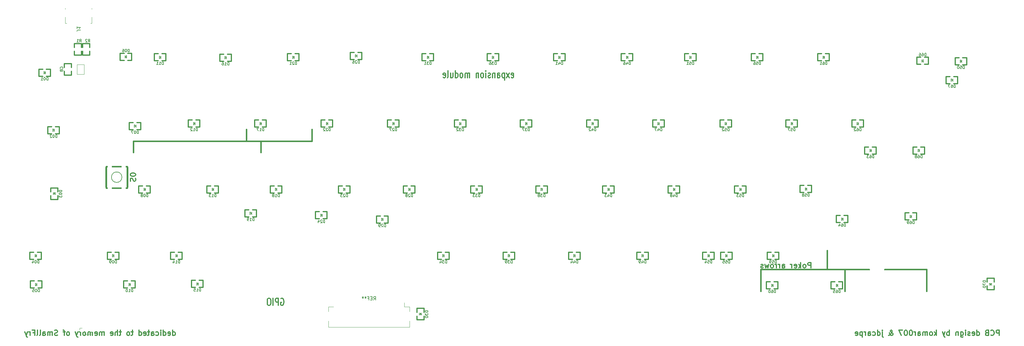
<source format=gbo>
G04 #@! TF.GenerationSoftware,KiCad,Pcbnew,(5.0.2)-1*
G04 #@! TF.CreationDate,2019-02-06T17:14:16+08:00*
G04 #@! TF.ProjectId,keyboard,6b657962-6f61-4726-942e-6b696361645f,B*
G04 #@! TF.SameCoordinates,Original*
G04 #@! TF.FileFunction,Legend,Bot*
G04 #@! TF.FilePolarity,Positive*
%FSLAX45Y45*%
G04 Gerber Fmt 4.5, Leading zero omitted, Abs format (unit mm)*
G04 Created by KiCad (PCBNEW (5.0.2)-1) date 2019/2/6 17:14:16*
%MOMM*%
%LPD*%
G01*
G04 APERTURE LIST*
%ADD10C,0.304800*%
%ADD11C,0.381000*%
%ADD12C,0.120000*%
%ADD13C,0.300000*%
%ADD14C,0.200000*%
%ADD15C,0.200660*%
%ADD16C,0.150000*%
%ADD17C,0.010000*%
%ADD18C,4.183380*%
%ADD19C,2.702560*%
%ADD20C,1.902460*%
%ADD21R,1.378200X2.103200*%
%ADD22R,2.578200X2.103200*%
%ADD23R,1.678200X2.303200*%
%ADD24R,0.653200X1.583200*%
%ADD25R,1.092200X1.600200*%
%ADD26R,1.600200X1.092200*%
%ADD27C,3.251200*%
%ADD28C,4.183400*%
%ADD29O,10.203180X5.204460*%
%ADD30C,7.203440*%
%ADD31C,7.204500*%
%ADD32C,2.000000*%
%ADD33R,1.203200X3.303200*%
%ADD34R,0.603200X1.003200*%
%ADD35R,1.203200X1.103200*%
%ADD36R,0.503200X1.503200*%
%ADD37R,2.003200X2.403200*%
%ADD38R,1.703200X1.203200*%
%ADD39C,1.000000*%
G04 APERTURE END LIST*
D10*
X10749755Y-15828943D02*
X10749755Y-15676543D01*
X10749755Y-15821686D02*
X10764269Y-15828943D01*
X10793298Y-15828943D01*
X10807812Y-15821686D01*
X10815069Y-15814428D01*
X10822326Y-15799914D01*
X10822326Y-15756371D01*
X10815069Y-15741857D01*
X10807812Y-15734600D01*
X10793298Y-15727343D01*
X10764269Y-15727343D01*
X10749755Y-15734600D01*
X10619126Y-15821686D02*
X10633641Y-15828943D01*
X10662669Y-15828943D01*
X10677183Y-15821686D01*
X10684441Y-15807171D01*
X10684441Y-15749114D01*
X10677183Y-15734600D01*
X10662669Y-15727343D01*
X10633641Y-15727343D01*
X10619126Y-15734600D01*
X10611869Y-15749114D01*
X10611869Y-15763628D01*
X10684441Y-15778143D01*
X10481241Y-15828943D02*
X10481241Y-15676543D01*
X10481241Y-15821686D02*
X10495755Y-15828943D01*
X10524783Y-15828943D01*
X10539298Y-15821686D01*
X10546555Y-15814428D01*
X10553812Y-15799914D01*
X10553812Y-15756371D01*
X10546555Y-15741857D01*
X10539298Y-15734600D01*
X10524783Y-15727343D01*
X10495755Y-15727343D01*
X10481241Y-15734600D01*
X10408669Y-15828943D02*
X10408669Y-15727343D01*
X10408669Y-15676543D02*
X10415926Y-15683800D01*
X10408669Y-15691057D01*
X10401412Y-15683800D01*
X10408669Y-15676543D01*
X10408669Y-15691057D01*
X10270783Y-15821686D02*
X10285298Y-15828943D01*
X10314326Y-15828943D01*
X10328841Y-15821686D01*
X10336098Y-15814428D01*
X10343355Y-15799914D01*
X10343355Y-15756371D01*
X10336098Y-15741857D01*
X10328841Y-15734600D01*
X10314326Y-15727343D01*
X10285298Y-15727343D01*
X10270783Y-15734600D01*
X10140155Y-15828943D02*
X10140155Y-15749114D01*
X10147412Y-15734600D01*
X10161926Y-15727343D01*
X10190955Y-15727343D01*
X10205469Y-15734600D01*
X10140155Y-15821686D02*
X10154669Y-15828943D01*
X10190955Y-15828943D01*
X10205469Y-15821686D01*
X10212726Y-15807171D01*
X10212726Y-15792657D01*
X10205469Y-15778143D01*
X10190955Y-15770886D01*
X10154669Y-15770886D01*
X10140155Y-15763628D01*
X10089355Y-15727343D02*
X10031298Y-15727343D01*
X10067583Y-15676543D02*
X10067583Y-15807171D01*
X10060326Y-15821686D01*
X10045812Y-15828943D01*
X10031298Y-15828943D01*
X9922441Y-15821686D02*
X9936955Y-15828943D01*
X9965983Y-15828943D01*
X9980498Y-15821686D01*
X9987755Y-15807171D01*
X9987755Y-15749114D01*
X9980498Y-15734600D01*
X9965983Y-15727343D01*
X9936955Y-15727343D01*
X9922441Y-15734600D01*
X9915183Y-15749114D01*
X9915183Y-15763628D01*
X9987755Y-15778143D01*
X9784555Y-15828943D02*
X9784555Y-15676543D01*
X9784555Y-15821686D02*
X9799069Y-15828943D01*
X9828098Y-15828943D01*
X9842612Y-15821686D01*
X9849869Y-15814428D01*
X9857126Y-15799914D01*
X9857126Y-15756371D01*
X9849869Y-15741857D01*
X9842612Y-15734600D01*
X9828098Y-15727343D01*
X9799069Y-15727343D01*
X9784555Y-15734600D01*
X9617641Y-15727343D02*
X9559583Y-15727343D01*
X9595869Y-15676543D02*
X9595869Y-15807171D01*
X9588612Y-15821686D01*
X9574098Y-15828943D01*
X9559583Y-15828943D01*
X9487012Y-15828943D02*
X9501526Y-15821686D01*
X9508783Y-15814428D01*
X9516041Y-15799914D01*
X9516041Y-15756371D01*
X9508783Y-15741857D01*
X9501526Y-15734600D01*
X9487012Y-15727343D01*
X9465241Y-15727343D01*
X9450726Y-15734600D01*
X9443469Y-15741857D01*
X9436212Y-15756371D01*
X9436212Y-15799914D01*
X9443469Y-15814428D01*
X9450726Y-15821686D01*
X9465241Y-15828943D01*
X9487012Y-15828943D01*
X9276555Y-15727343D02*
X9218498Y-15727343D01*
X9254783Y-15676543D02*
X9254783Y-15807171D01*
X9247526Y-15821686D01*
X9233012Y-15828943D01*
X9218498Y-15828943D01*
X9167698Y-15828943D02*
X9167698Y-15676543D01*
X9102383Y-15828943D02*
X9102383Y-15749114D01*
X9109641Y-15734600D01*
X9124155Y-15727343D01*
X9145926Y-15727343D01*
X9160441Y-15734600D01*
X9167698Y-15741857D01*
X8971755Y-15821686D02*
X8986269Y-15828943D01*
X9015298Y-15828943D01*
X9029812Y-15821686D01*
X9037069Y-15807171D01*
X9037069Y-15749114D01*
X9029812Y-15734600D01*
X9015298Y-15727343D01*
X8986269Y-15727343D01*
X8971755Y-15734600D01*
X8964498Y-15749114D01*
X8964498Y-15763628D01*
X9037069Y-15778143D01*
X8783069Y-15828943D02*
X8783069Y-15727343D01*
X8783069Y-15741857D02*
X8775812Y-15734600D01*
X8761298Y-15727343D01*
X8739526Y-15727343D01*
X8725012Y-15734600D01*
X8717755Y-15749114D01*
X8717755Y-15828943D01*
X8717755Y-15749114D02*
X8710498Y-15734600D01*
X8695983Y-15727343D01*
X8674212Y-15727343D01*
X8659698Y-15734600D01*
X8652441Y-15749114D01*
X8652441Y-15828943D01*
X8521812Y-15821686D02*
X8536326Y-15828943D01*
X8565355Y-15828943D01*
X8579869Y-15821686D01*
X8587126Y-15807171D01*
X8587126Y-15749114D01*
X8579869Y-15734600D01*
X8565355Y-15727343D01*
X8536326Y-15727343D01*
X8521812Y-15734600D01*
X8514555Y-15749114D01*
X8514555Y-15763628D01*
X8587126Y-15778143D01*
X8449241Y-15828943D02*
X8449241Y-15727343D01*
X8449241Y-15741857D02*
X8441983Y-15734600D01*
X8427469Y-15727343D01*
X8405698Y-15727343D01*
X8391183Y-15734600D01*
X8383926Y-15749114D01*
X8383926Y-15828943D01*
X8383926Y-15749114D02*
X8376669Y-15734600D01*
X8362155Y-15727343D01*
X8340383Y-15727343D01*
X8325869Y-15734600D01*
X8318612Y-15749114D01*
X8318612Y-15828943D01*
X8224269Y-15828943D02*
X8238783Y-15821686D01*
X8246040Y-15814428D01*
X8253298Y-15799914D01*
X8253298Y-15756371D01*
X8246040Y-15741857D01*
X8238783Y-15734600D01*
X8224269Y-15727343D01*
X8202498Y-15727343D01*
X8187983Y-15734600D01*
X8180726Y-15741857D01*
X8173469Y-15756371D01*
X8173469Y-15799914D01*
X8180726Y-15814428D01*
X8187983Y-15821686D01*
X8202498Y-15828943D01*
X8224269Y-15828943D01*
X8108155Y-15828943D02*
X8108155Y-15727343D01*
X8108155Y-15756371D02*
X8100898Y-15741857D01*
X8093640Y-15734600D01*
X8079126Y-15727343D01*
X8064612Y-15727343D01*
X8028326Y-15727343D02*
X7992040Y-15828943D01*
X7955755Y-15727343D02*
X7992040Y-15828943D01*
X8006555Y-15865228D01*
X8013812Y-15872486D01*
X8028326Y-15879743D01*
X7759812Y-15828943D02*
X7774326Y-15821686D01*
X7781583Y-15814428D01*
X7788840Y-15799914D01*
X7788840Y-15756371D01*
X7781583Y-15741857D01*
X7774326Y-15734600D01*
X7759812Y-15727343D01*
X7738040Y-15727343D01*
X7723526Y-15734600D01*
X7716269Y-15741857D01*
X7709012Y-15756371D01*
X7709012Y-15799914D01*
X7716269Y-15814428D01*
X7723526Y-15821686D01*
X7738040Y-15828943D01*
X7759812Y-15828943D01*
X7665469Y-15727343D02*
X7607412Y-15727343D01*
X7643698Y-15828943D02*
X7643698Y-15698314D01*
X7636440Y-15683800D01*
X7621926Y-15676543D01*
X7607412Y-15676543D01*
X7447755Y-15821686D02*
X7425983Y-15828943D01*
X7389698Y-15828943D01*
X7375183Y-15821686D01*
X7367926Y-15814428D01*
X7360669Y-15799914D01*
X7360669Y-15785400D01*
X7367926Y-15770886D01*
X7375183Y-15763628D01*
X7389698Y-15756371D01*
X7418726Y-15749114D01*
X7433240Y-15741857D01*
X7440498Y-15734600D01*
X7447755Y-15720086D01*
X7447755Y-15705571D01*
X7440498Y-15691057D01*
X7433240Y-15683800D01*
X7418726Y-15676543D01*
X7382440Y-15676543D01*
X7360669Y-15683800D01*
X7295355Y-15828943D02*
X7295355Y-15727343D01*
X7295355Y-15741857D02*
X7288098Y-15734600D01*
X7273583Y-15727343D01*
X7251812Y-15727343D01*
X7237298Y-15734600D01*
X7230040Y-15749114D01*
X7230040Y-15828943D01*
X7230040Y-15749114D02*
X7222783Y-15734600D01*
X7208269Y-15727343D01*
X7186498Y-15727343D01*
X7171983Y-15734600D01*
X7164726Y-15749114D01*
X7164726Y-15828943D01*
X7026840Y-15828943D02*
X7026840Y-15749114D01*
X7034098Y-15734600D01*
X7048612Y-15727343D01*
X7077640Y-15727343D01*
X7092155Y-15734600D01*
X7026840Y-15821686D02*
X7041355Y-15828943D01*
X7077640Y-15828943D01*
X7092155Y-15821686D01*
X7099412Y-15807171D01*
X7099412Y-15792657D01*
X7092155Y-15778143D01*
X7077640Y-15770886D01*
X7041355Y-15770886D01*
X7026840Y-15763628D01*
X6932498Y-15828943D02*
X6947012Y-15821686D01*
X6954269Y-15807171D01*
X6954269Y-15676543D01*
X6852669Y-15828943D02*
X6867183Y-15821686D01*
X6874440Y-15807171D01*
X6874440Y-15676543D01*
X6743812Y-15749114D02*
X6794612Y-15749114D01*
X6794612Y-15828943D02*
X6794612Y-15676543D01*
X6722040Y-15676543D01*
X6663983Y-15828943D02*
X6663983Y-15727343D01*
X6663983Y-15756371D02*
X6656726Y-15741857D01*
X6649469Y-15734600D01*
X6634955Y-15727343D01*
X6620440Y-15727343D01*
X6584155Y-15727343D02*
X6547869Y-15828943D01*
X6511583Y-15727343D02*
X6547869Y-15828943D01*
X6562383Y-15865228D01*
X6569640Y-15872486D01*
X6584155Y-15879743D01*
X34463902Y-15828943D02*
X34463902Y-15676543D01*
X34405845Y-15676543D01*
X34391331Y-15683800D01*
X34384074Y-15691057D01*
X34376817Y-15705571D01*
X34376817Y-15727343D01*
X34384074Y-15741857D01*
X34391331Y-15749114D01*
X34405845Y-15756371D01*
X34463902Y-15756371D01*
X34224417Y-15814428D02*
X34231674Y-15821686D01*
X34253445Y-15828943D01*
X34267959Y-15828943D01*
X34289731Y-15821686D01*
X34304245Y-15807171D01*
X34311502Y-15792657D01*
X34318759Y-15763628D01*
X34318759Y-15741857D01*
X34311502Y-15712828D01*
X34304245Y-15698314D01*
X34289731Y-15683800D01*
X34267959Y-15676543D01*
X34253445Y-15676543D01*
X34231674Y-15683800D01*
X34224417Y-15691057D01*
X34108302Y-15749114D02*
X34086531Y-15756371D01*
X34079274Y-15763628D01*
X34072017Y-15778143D01*
X34072017Y-15799914D01*
X34079274Y-15814428D01*
X34086531Y-15821686D01*
X34101045Y-15828943D01*
X34159102Y-15828943D01*
X34159102Y-15676543D01*
X34108302Y-15676543D01*
X34093788Y-15683800D01*
X34086531Y-15691057D01*
X34079274Y-15705571D01*
X34079274Y-15720086D01*
X34086531Y-15734600D01*
X34093788Y-15741857D01*
X34108302Y-15749114D01*
X34159102Y-15749114D01*
X33825274Y-15828943D02*
X33825274Y-15676543D01*
X33825274Y-15821686D02*
X33839788Y-15828943D01*
X33868817Y-15828943D01*
X33883331Y-15821686D01*
X33890588Y-15814428D01*
X33897845Y-15799914D01*
X33897845Y-15756371D01*
X33890588Y-15741857D01*
X33883331Y-15734600D01*
X33868817Y-15727343D01*
X33839788Y-15727343D01*
X33825274Y-15734600D01*
X33694645Y-15821686D02*
X33709159Y-15828943D01*
X33738188Y-15828943D01*
X33752702Y-15821686D01*
X33759959Y-15807171D01*
X33759959Y-15749114D01*
X33752702Y-15734600D01*
X33738188Y-15727343D01*
X33709159Y-15727343D01*
X33694645Y-15734600D01*
X33687388Y-15749114D01*
X33687388Y-15763628D01*
X33759959Y-15778143D01*
X33629331Y-15821686D02*
X33614817Y-15828943D01*
X33585788Y-15828943D01*
X33571274Y-15821686D01*
X33564017Y-15807171D01*
X33564017Y-15799914D01*
X33571274Y-15785400D01*
X33585788Y-15778143D01*
X33607559Y-15778143D01*
X33622074Y-15770886D01*
X33629331Y-15756371D01*
X33629331Y-15749114D01*
X33622074Y-15734600D01*
X33607559Y-15727343D01*
X33585788Y-15727343D01*
X33571274Y-15734600D01*
X33498702Y-15828943D02*
X33498702Y-15727343D01*
X33498702Y-15676543D02*
X33505959Y-15683800D01*
X33498702Y-15691057D01*
X33491445Y-15683800D01*
X33498702Y-15676543D01*
X33498702Y-15691057D01*
X33360816Y-15727343D02*
X33360816Y-15850714D01*
X33368074Y-15865228D01*
X33375331Y-15872486D01*
X33389845Y-15879743D01*
X33411616Y-15879743D01*
X33426131Y-15872486D01*
X33360816Y-15821686D02*
X33375331Y-15828943D01*
X33404359Y-15828943D01*
X33418874Y-15821686D01*
X33426131Y-15814428D01*
X33433388Y-15799914D01*
X33433388Y-15756371D01*
X33426131Y-15741857D01*
X33418874Y-15734600D01*
X33404359Y-15727343D01*
X33375331Y-15727343D01*
X33360816Y-15734600D01*
X33288245Y-15727343D02*
X33288245Y-15828943D01*
X33288245Y-15741857D02*
X33280988Y-15734600D01*
X33266474Y-15727343D01*
X33244702Y-15727343D01*
X33230188Y-15734600D01*
X33222931Y-15749114D01*
X33222931Y-15828943D01*
X33034245Y-15828943D02*
X33034245Y-15676543D01*
X33034245Y-15734600D02*
X33019731Y-15727343D01*
X32990702Y-15727343D01*
X32976188Y-15734600D01*
X32968931Y-15741857D01*
X32961674Y-15756371D01*
X32961674Y-15799914D01*
X32968931Y-15814428D01*
X32976188Y-15821686D01*
X32990702Y-15828943D01*
X33019731Y-15828943D01*
X33034245Y-15821686D01*
X32910874Y-15727343D02*
X32874588Y-15828943D01*
X32838302Y-15727343D02*
X32874588Y-15828943D01*
X32889102Y-15865228D01*
X32896359Y-15872486D01*
X32910874Y-15879743D01*
X32664131Y-15828943D02*
X32664131Y-15676543D01*
X32649616Y-15770886D02*
X32606074Y-15828943D01*
X32606074Y-15727343D02*
X32664131Y-15785400D01*
X32518988Y-15828943D02*
X32533502Y-15821686D01*
X32540759Y-15814428D01*
X32548016Y-15799914D01*
X32548016Y-15756371D01*
X32540759Y-15741857D01*
X32533502Y-15734600D01*
X32518988Y-15727343D01*
X32497216Y-15727343D01*
X32482702Y-15734600D01*
X32475445Y-15741857D01*
X32468188Y-15756371D01*
X32468188Y-15799914D01*
X32475445Y-15814428D01*
X32482702Y-15821686D01*
X32497216Y-15828943D01*
X32518988Y-15828943D01*
X32402874Y-15828943D02*
X32402874Y-15727343D01*
X32402874Y-15741857D02*
X32395616Y-15734600D01*
X32381102Y-15727343D01*
X32359331Y-15727343D01*
X32344816Y-15734600D01*
X32337559Y-15749114D01*
X32337559Y-15828943D01*
X32337559Y-15749114D02*
X32330302Y-15734600D01*
X32315788Y-15727343D01*
X32294016Y-15727343D01*
X32279502Y-15734600D01*
X32272245Y-15749114D01*
X32272245Y-15828943D01*
X32134359Y-15828943D02*
X32134359Y-15749114D01*
X32141616Y-15734600D01*
X32156131Y-15727343D01*
X32185159Y-15727343D01*
X32199674Y-15734600D01*
X32134359Y-15821686D02*
X32148874Y-15828943D01*
X32185159Y-15828943D01*
X32199674Y-15821686D01*
X32206931Y-15807171D01*
X32206931Y-15792657D01*
X32199674Y-15778143D01*
X32185159Y-15770886D01*
X32148874Y-15770886D01*
X32134359Y-15763628D01*
X32061788Y-15828943D02*
X32061788Y-15727343D01*
X32061788Y-15756371D02*
X32054531Y-15741857D01*
X32047274Y-15734600D01*
X32032759Y-15727343D01*
X32018245Y-15727343D01*
X31938416Y-15676543D02*
X31923902Y-15676543D01*
X31909388Y-15683800D01*
X31902131Y-15691057D01*
X31894874Y-15705571D01*
X31887616Y-15734600D01*
X31887616Y-15770886D01*
X31894874Y-15799914D01*
X31902131Y-15814428D01*
X31909388Y-15821686D01*
X31923902Y-15828943D01*
X31938416Y-15828943D01*
X31952931Y-15821686D01*
X31960188Y-15814428D01*
X31967445Y-15799914D01*
X31974702Y-15770886D01*
X31974702Y-15734600D01*
X31967445Y-15705571D01*
X31960188Y-15691057D01*
X31952931Y-15683800D01*
X31938416Y-15676543D01*
X31793274Y-15676543D02*
X31778759Y-15676543D01*
X31764245Y-15683800D01*
X31756988Y-15691057D01*
X31749731Y-15705571D01*
X31742474Y-15734600D01*
X31742474Y-15770886D01*
X31749731Y-15799914D01*
X31756988Y-15814428D01*
X31764245Y-15821686D01*
X31778759Y-15828943D01*
X31793274Y-15828943D01*
X31807788Y-15821686D01*
X31815045Y-15814428D01*
X31822302Y-15799914D01*
X31829559Y-15770886D01*
X31829559Y-15734600D01*
X31822302Y-15705571D01*
X31815045Y-15691057D01*
X31807788Y-15683800D01*
X31793274Y-15676543D01*
X31691674Y-15676543D02*
X31590074Y-15676543D01*
X31655388Y-15828943D01*
X31292531Y-15828943D02*
X31299788Y-15828943D01*
X31314302Y-15821686D01*
X31336074Y-15799914D01*
X31372359Y-15756371D01*
X31386874Y-15734600D01*
X31394131Y-15712828D01*
X31394131Y-15698314D01*
X31386874Y-15683800D01*
X31372359Y-15676543D01*
X31365102Y-15676543D01*
X31350588Y-15683800D01*
X31343331Y-15698314D01*
X31343331Y-15705571D01*
X31350588Y-15720086D01*
X31357845Y-15727343D01*
X31401388Y-15756371D01*
X31408645Y-15763628D01*
X31415902Y-15778143D01*
X31415902Y-15799914D01*
X31408645Y-15814428D01*
X31401388Y-15821686D01*
X31386874Y-15828943D01*
X31365102Y-15828943D01*
X31350588Y-15821686D01*
X31343331Y-15814428D01*
X31321559Y-15785400D01*
X31314302Y-15763628D01*
X31314302Y-15749114D01*
X31111102Y-15727343D02*
X31111102Y-15857971D01*
X31118359Y-15872486D01*
X31132874Y-15879743D01*
X31140131Y-15879743D01*
X31111102Y-15676543D02*
X31118359Y-15683800D01*
X31111102Y-15691057D01*
X31103845Y-15683800D01*
X31111102Y-15676543D01*
X31111102Y-15691057D01*
X30973216Y-15828943D02*
X30973216Y-15676543D01*
X30973216Y-15821686D02*
X30987731Y-15828943D01*
X31016759Y-15828943D01*
X31031274Y-15821686D01*
X31038531Y-15814428D01*
X31045788Y-15799914D01*
X31045788Y-15756371D01*
X31038531Y-15741857D01*
X31031274Y-15734600D01*
X31016759Y-15727343D01*
X30987731Y-15727343D01*
X30973216Y-15734600D01*
X30835331Y-15821686D02*
X30849845Y-15828943D01*
X30878874Y-15828943D01*
X30893388Y-15821686D01*
X30900645Y-15814428D01*
X30907902Y-15799914D01*
X30907902Y-15756371D01*
X30900645Y-15741857D01*
X30893388Y-15734600D01*
X30878874Y-15727343D01*
X30849845Y-15727343D01*
X30835331Y-15734600D01*
X30704702Y-15828943D02*
X30704702Y-15749114D01*
X30711959Y-15734600D01*
X30726474Y-15727343D01*
X30755502Y-15727343D01*
X30770016Y-15734600D01*
X30704702Y-15821686D02*
X30719216Y-15828943D01*
X30755502Y-15828943D01*
X30770016Y-15821686D01*
X30777274Y-15807171D01*
X30777274Y-15792657D01*
X30770016Y-15778143D01*
X30755502Y-15770886D01*
X30719216Y-15770886D01*
X30704702Y-15763628D01*
X30632131Y-15828943D02*
X30632131Y-15727343D01*
X30632131Y-15756371D02*
X30624874Y-15741857D01*
X30617616Y-15734600D01*
X30603102Y-15727343D01*
X30588588Y-15727343D01*
X30537788Y-15727343D02*
X30537788Y-15879743D01*
X30537788Y-15734600D02*
X30523274Y-15727343D01*
X30494245Y-15727343D01*
X30479731Y-15734600D01*
X30472474Y-15741857D01*
X30465216Y-15756371D01*
X30465216Y-15799914D01*
X30472474Y-15814428D01*
X30479731Y-15821686D01*
X30494245Y-15828943D01*
X30523274Y-15828943D01*
X30537788Y-15821686D01*
X30341845Y-15821686D02*
X30356359Y-15828943D01*
X30385388Y-15828943D01*
X30399902Y-15821686D01*
X30407159Y-15807171D01*
X30407159Y-15749114D01*
X30399902Y-15734600D01*
X30385388Y-15727343D01*
X30356359Y-15727343D01*
X30341845Y-15734600D01*
X30334588Y-15749114D01*
X30334588Y-15763628D01*
X30407159Y-15778143D01*
X20466957Y-8413448D02*
X20481471Y-8423124D01*
X20510500Y-8423124D01*
X20525014Y-8413448D01*
X20532271Y-8394095D01*
X20532271Y-8316686D01*
X20525014Y-8297333D01*
X20510500Y-8287657D01*
X20481471Y-8287657D01*
X20466957Y-8297333D01*
X20459700Y-8316686D01*
X20459700Y-8336038D01*
X20532271Y-8355390D01*
X20408900Y-8423124D02*
X20329071Y-8287657D01*
X20408900Y-8287657D02*
X20329071Y-8423124D01*
X20271014Y-8287657D02*
X20271014Y-8490857D01*
X20271014Y-8297333D02*
X20256500Y-8287657D01*
X20227471Y-8287657D01*
X20212957Y-8297333D01*
X20205700Y-8307009D01*
X20198443Y-8326362D01*
X20198443Y-8384419D01*
X20205700Y-8403771D01*
X20212957Y-8413448D01*
X20227471Y-8423124D01*
X20256500Y-8423124D01*
X20271014Y-8413448D01*
X20067814Y-8423124D02*
X20067814Y-8316686D01*
X20075071Y-8297333D01*
X20089586Y-8287657D01*
X20118614Y-8287657D01*
X20133129Y-8297333D01*
X20067814Y-8413448D02*
X20082329Y-8423124D01*
X20118614Y-8423124D01*
X20133129Y-8413448D01*
X20140386Y-8394095D01*
X20140386Y-8374743D01*
X20133129Y-8355390D01*
X20118614Y-8345714D01*
X20082329Y-8345714D01*
X20067814Y-8336038D01*
X19995243Y-8287657D02*
X19995243Y-8423124D01*
X19995243Y-8307009D02*
X19987986Y-8297333D01*
X19973471Y-8287657D01*
X19951700Y-8287657D01*
X19937186Y-8297333D01*
X19929929Y-8316686D01*
X19929929Y-8423124D01*
X19864614Y-8413448D02*
X19850100Y-8423124D01*
X19821071Y-8423124D01*
X19806557Y-8413448D01*
X19799300Y-8394095D01*
X19799300Y-8384419D01*
X19806557Y-8365067D01*
X19821071Y-8355390D01*
X19842843Y-8355390D01*
X19857357Y-8345714D01*
X19864614Y-8326362D01*
X19864614Y-8316686D01*
X19857357Y-8297333D01*
X19842843Y-8287657D01*
X19821071Y-8287657D01*
X19806557Y-8297333D01*
X19733986Y-8423124D02*
X19733986Y-8287657D01*
X19733986Y-8219924D02*
X19741243Y-8229600D01*
X19733986Y-8239276D01*
X19726729Y-8229600D01*
X19733986Y-8219924D01*
X19733986Y-8239276D01*
X19639643Y-8423124D02*
X19654157Y-8413448D01*
X19661414Y-8403771D01*
X19668671Y-8384419D01*
X19668671Y-8326362D01*
X19661414Y-8307009D01*
X19654157Y-8297333D01*
X19639643Y-8287657D01*
X19617871Y-8287657D01*
X19603357Y-8297333D01*
X19596100Y-8307009D01*
X19588843Y-8326362D01*
X19588843Y-8384419D01*
X19596100Y-8403771D01*
X19603357Y-8413448D01*
X19617871Y-8423124D01*
X19639643Y-8423124D01*
X19523529Y-8287657D02*
X19523529Y-8423124D01*
X19523529Y-8307009D02*
X19516271Y-8297333D01*
X19501757Y-8287657D01*
X19479986Y-8287657D01*
X19465471Y-8297333D01*
X19458214Y-8316686D01*
X19458214Y-8423124D01*
X19269529Y-8423124D02*
X19269529Y-8287657D01*
X19269529Y-8307009D02*
X19262271Y-8297333D01*
X19247757Y-8287657D01*
X19225986Y-8287657D01*
X19211471Y-8297333D01*
X19204214Y-8316686D01*
X19204214Y-8423124D01*
X19204214Y-8316686D02*
X19196957Y-8297333D01*
X19182443Y-8287657D01*
X19160671Y-8287657D01*
X19146157Y-8297333D01*
X19138900Y-8316686D01*
X19138900Y-8423124D01*
X19044557Y-8423124D02*
X19059071Y-8413448D01*
X19066329Y-8403771D01*
X19073586Y-8384419D01*
X19073586Y-8326362D01*
X19066329Y-8307009D01*
X19059071Y-8297333D01*
X19044557Y-8287657D01*
X19022786Y-8287657D01*
X19008271Y-8297333D01*
X19001014Y-8307009D01*
X18993757Y-8326362D01*
X18993757Y-8384419D01*
X19001014Y-8403771D01*
X19008271Y-8413448D01*
X19022786Y-8423124D01*
X19044557Y-8423124D01*
X18863129Y-8423124D02*
X18863129Y-8219924D01*
X18863129Y-8413448D02*
X18877643Y-8423124D01*
X18906671Y-8423124D01*
X18921186Y-8413448D01*
X18928443Y-8403771D01*
X18935700Y-8384419D01*
X18935700Y-8326362D01*
X18928443Y-8307009D01*
X18921186Y-8297333D01*
X18906671Y-8287657D01*
X18877643Y-8287657D01*
X18863129Y-8297333D01*
X18725243Y-8287657D02*
X18725243Y-8423124D01*
X18790557Y-8287657D02*
X18790557Y-8394095D01*
X18783300Y-8413448D01*
X18768786Y-8423124D01*
X18747014Y-8423124D01*
X18732500Y-8413448D01*
X18725243Y-8403771D01*
X18630900Y-8423124D02*
X18645414Y-8413448D01*
X18652671Y-8394095D01*
X18652671Y-8219924D01*
X18514786Y-8413448D02*
X18529300Y-8423124D01*
X18558329Y-8423124D01*
X18572843Y-8413448D01*
X18580100Y-8394095D01*
X18580100Y-8316686D01*
X18572843Y-8297333D01*
X18558329Y-8287657D01*
X18529300Y-8287657D01*
X18514786Y-8297333D01*
X18507529Y-8316686D01*
X18507529Y-8336038D01*
X18580100Y-8355390D01*
X13855700Y-14770100D02*
X13870214Y-14760424D01*
X13891986Y-14760424D01*
X13913757Y-14770100D01*
X13928271Y-14789452D01*
X13935528Y-14808805D01*
X13942786Y-14847509D01*
X13942786Y-14876538D01*
X13935528Y-14915243D01*
X13928271Y-14934595D01*
X13913757Y-14953948D01*
X13891986Y-14963624D01*
X13877471Y-14963624D01*
X13855700Y-14953948D01*
X13848443Y-14944271D01*
X13848443Y-14876538D01*
X13877471Y-14876538D01*
X13783128Y-14963624D02*
X13783128Y-14760424D01*
X13725071Y-14760424D01*
X13710557Y-14770100D01*
X13703300Y-14779776D01*
X13696043Y-14799128D01*
X13696043Y-14828157D01*
X13703300Y-14847509D01*
X13710557Y-14857186D01*
X13725071Y-14866862D01*
X13783128Y-14866862D01*
X13630728Y-14963624D02*
X13630728Y-14760424D01*
X13529128Y-14760424D02*
X13500100Y-14760424D01*
X13485586Y-14770100D01*
X13471071Y-14789452D01*
X13463814Y-14828157D01*
X13463814Y-14895890D01*
X13471071Y-14934595D01*
X13485586Y-14953948D01*
X13500100Y-14963624D01*
X13529128Y-14963624D01*
X13543643Y-14953948D01*
X13558157Y-14934595D01*
X13565414Y-14895890D01*
X13565414Y-14828157D01*
X13558157Y-14789452D01*
X13543643Y-14770100D01*
X13529128Y-14760424D01*
D11*
X14744700Y-10248900D02*
X14744700Y-9906000D01*
X13284200Y-10248900D02*
X14744700Y-10248900D01*
X9626600Y-10248900D02*
X9626600Y-10566400D01*
X13284200Y-10248900D02*
X9626600Y-10248900D01*
D10*
X29061228Y-13886543D02*
X29061228Y-13734143D01*
X29003171Y-13734143D01*
X28988657Y-13741400D01*
X28981400Y-13748657D01*
X28974143Y-13763171D01*
X28974143Y-13784943D01*
X28981400Y-13799457D01*
X28988657Y-13806714D01*
X29003171Y-13813971D01*
X29061228Y-13813971D01*
X28887057Y-13886543D02*
X28901571Y-13879286D01*
X28908828Y-13872028D01*
X28916086Y-13857514D01*
X28916086Y-13813971D01*
X28908828Y-13799457D01*
X28901571Y-13792200D01*
X28887057Y-13784943D01*
X28865286Y-13784943D01*
X28850771Y-13792200D01*
X28843514Y-13799457D01*
X28836257Y-13813971D01*
X28836257Y-13857514D01*
X28843514Y-13872028D01*
X28850771Y-13879286D01*
X28865286Y-13886543D01*
X28887057Y-13886543D01*
X28770943Y-13886543D02*
X28770943Y-13734143D01*
X28756428Y-13828486D02*
X28712886Y-13886543D01*
X28712886Y-13784943D02*
X28770943Y-13843000D01*
X28589514Y-13879286D02*
X28604028Y-13886543D01*
X28633057Y-13886543D01*
X28647571Y-13879286D01*
X28654828Y-13864771D01*
X28654828Y-13806714D01*
X28647571Y-13792200D01*
X28633057Y-13784943D01*
X28604028Y-13784943D01*
X28589514Y-13792200D01*
X28582257Y-13806714D01*
X28582257Y-13821228D01*
X28654828Y-13835743D01*
X28516943Y-13886543D02*
X28516943Y-13784943D01*
X28516943Y-13813971D02*
X28509686Y-13799457D01*
X28502428Y-13792200D01*
X28487914Y-13784943D01*
X28473400Y-13784943D01*
X28241171Y-13886543D02*
X28241171Y-13806714D01*
X28248428Y-13792200D01*
X28262943Y-13784943D01*
X28291971Y-13784943D01*
X28306486Y-13792200D01*
X28241171Y-13879286D02*
X28255686Y-13886543D01*
X28291971Y-13886543D01*
X28306486Y-13879286D01*
X28313743Y-13864771D01*
X28313743Y-13850257D01*
X28306486Y-13835743D01*
X28291971Y-13828486D01*
X28255686Y-13828486D01*
X28241171Y-13821228D01*
X28168600Y-13886543D02*
X28168600Y-13784943D01*
X28168600Y-13813971D02*
X28161343Y-13799457D01*
X28154086Y-13792200D01*
X28139571Y-13784943D01*
X28125057Y-13784943D01*
X28074257Y-13886543D02*
X28074257Y-13784943D01*
X28074257Y-13813971D02*
X28067000Y-13799457D01*
X28059743Y-13792200D01*
X28045228Y-13784943D01*
X28030714Y-13784943D01*
X27958143Y-13886543D02*
X27972657Y-13879286D01*
X27979914Y-13872028D01*
X27987171Y-13857514D01*
X27987171Y-13813971D01*
X27979914Y-13799457D01*
X27972657Y-13792200D01*
X27958143Y-13784943D01*
X27936371Y-13784943D01*
X27921857Y-13792200D01*
X27914600Y-13799457D01*
X27907343Y-13813971D01*
X27907343Y-13857514D01*
X27914600Y-13872028D01*
X27921857Y-13879286D01*
X27936371Y-13886543D01*
X27958143Y-13886543D01*
X27856543Y-13784943D02*
X27827514Y-13886543D01*
X27798486Y-13813971D01*
X27769457Y-13886543D01*
X27740428Y-13784943D01*
X27689628Y-13879286D02*
X27675114Y-13886543D01*
X27646086Y-13886543D01*
X27631571Y-13879286D01*
X27624314Y-13864771D01*
X27624314Y-13857514D01*
X27631571Y-13843000D01*
X27646086Y-13835743D01*
X27667857Y-13835743D01*
X27682371Y-13828486D01*
X27689628Y-13813971D01*
X27689628Y-13806714D01*
X27682371Y-13792200D01*
X27667857Y-13784943D01*
X27646086Y-13784943D01*
X27631571Y-13792200D01*
D11*
X29527500Y-13931900D02*
X29527500Y-13385800D01*
X32385000Y-13931900D02*
X32385000Y-14554200D01*
X30035500Y-13931900D02*
X32385000Y-13931900D01*
X30035500Y-13931900D02*
X30035500Y-14554200D01*
X27622500Y-13931900D02*
X30035500Y-13931900D01*
X27622500Y-14554200D02*
X27622500Y-13931900D01*
X12865100Y-9906000D02*
X12865100Y-10236200D01*
X13284200Y-10248900D02*
X13284200Y-10566400D01*
D12*
G04 #@! TO.C,J1*
X7670800Y-6430360D02*
X7670800Y-6456360D01*
X7670800Y-6684360D02*
X7670800Y-6861360D01*
X7670800Y-6861360D02*
X7708800Y-6861360D01*
X8432800Y-6861360D02*
X8432800Y-6684360D01*
X8432800Y-6456360D02*
X8432800Y-6430360D01*
X8432800Y-6861360D02*
X8394800Y-6861360D01*
D13*
G04 #@! TO.C,D46*
X23839800Y-7937500D02*
X23952200Y-7937500D01*
X23952200Y-7937500D02*
X23952200Y-7734300D01*
X23952200Y-7734300D02*
X23839800Y-7734300D01*
X23731700Y-7937500D02*
X23622000Y-7937500D01*
X23622000Y-7937500D02*
X23622000Y-7734300D01*
X23622000Y-7734300D02*
X23731700Y-7734300D01*
D14*
X23812500Y-7874000D02*
X23812500Y-7797800D01*
X23768050Y-7874000D02*
X23768050Y-7797800D01*
X23768050Y-7797800D02*
X23806150Y-7835900D01*
X23806150Y-7835900D02*
X23768050Y-7874000D01*
D13*
G04 #@! TO.C,D42*
X22849200Y-9842500D02*
X22961600Y-9842500D01*
X22961600Y-9842500D02*
X22961600Y-9639300D01*
X22961600Y-9639300D02*
X22849200Y-9639300D01*
X22741100Y-9842500D02*
X22631400Y-9842500D01*
X22631400Y-9842500D02*
X22631400Y-9639300D01*
X22631400Y-9639300D02*
X22741100Y-9639300D01*
D14*
X22821900Y-9779000D02*
X22821900Y-9702800D01*
X22777450Y-9779000D02*
X22777450Y-9702800D01*
X22777450Y-9702800D02*
X22815550Y-9740900D01*
X22815550Y-9740900D02*
X22777450Y-9779000D01*
D13*
G04 #@! TO.C,D43*
X23306400Y-11734800D02*
X23418800Y-11734800D01*
X23418800Y-11734800D02*
X23418800Y-11531600D01*
X23418800Y-11531600D02*
X23306400Y-11531600D01*
X23198300Y-11734800D02*
X23088600Y-11734800D01*
X23088600Y-11734800D02*
X23088600Y-11531600D01*
X23088600Y-11531600D02*
X23198300Y-11531600D01*
D14*
X23279100Y-11671300D02*
X23279100Y-11595100D01*
X23234650Y-11671300D02*
X23234650Y-11595100D01*
X23234650Y-11595100D02*
X23272750Y-11633200D01*
X23272750Y-11633200D02*
X23234650Y-11671300D01*
D13*
G04 #@! TO.C,D22*
X15229200Y-9842500D02*
X15341600Y-9842500D01*
X15341600Y-9842500D02*
X15341600Y-9639300D01*
X15341600Y-9639300D02*
X15229200Y-9639300D01*
X15121100Y-9842500D02*
X15011400Y-9842500D01*
X15011400Y-9842500D02*
X15011400Y-9639300D01*
X15011400Y-9639300D02*
X15121100Y-9639300D01*
D14*
X15201900Y-9779000D02*
X15201900Y-9702800D01*
X15157450Y-9779000D02*
X15157450Y-9702800D01*
X15157450Y-9702800D02*
X15195550Y-9740900D01*
X15195550Y-9740900D02*
X15157450Y-9779000D01*
D13*
G04 #@! TO.C,D38*
X21388700Y-11734800D02*
X21501100Y-11734800D01*
X21501100Y-11734800D02*
X21501100Y-11531600D01*
X21501100Y-11531600D02*
X21388700Y-11531600D01*
X21280600Y-11734800D02*
X21170900Y-11734800D01*
X21170900Y-11734800D02*
X21170900Y-11531600D01*
X21170900Y-11531600D02*
X21280600Y-11531600D01*
D14*
X21361400Y-11671300D02*
X21361400Y-11595100D01*
X21316950Y-11671300D02*
X21316950Y-11595100D01*
X21316950Y-11595100D02*
X21355050Y-11633200D01*
X21355050Y-11633200D02*
X21316950Y-11671300D01*
D13*
G04 #@! TO.C,D37*
X20944200Y-9842500D02*
X21056600Y-9842500D01*
X21056600Y-9842500D02*
X21056600Y-9639300D01*
X21056600Y-9639300D02*
X20944200Y-9639300D01*
X20836100Y-9842500D02*
X20726400Y-9842500D01*
X20726400Y-9842500D02*
X20726400Y-9639300D01*
X20726400Y-9639300D02*
X20836100Y-9639300D01*
D14*
X20916900Y-9779000D02*
X20916900Y-9702800D01*
X20872450Y-9779000D02*
X20872450Y-9702800D01*
X20872450Y-9702800D02*
X20910550Y-9740900D01*
X20910550Y-9740900D02*
X20872450Y-9779000D01*
D13*
G04 #@! TO.C,D41*
X21896700Y-7937500D02*
X22009100Y-7937500D01*
X22009100Y-7937500D02*
X22009100Y-7734300D01*
X22009100Y-7734300D02*
X21896700Y-7734300D01*
X21788600Y-7937500D02*
X21678900Y-7937500D01*
X21678900Y-7937500D02*
X21678900Y-7734300D01*
X21678900Y-7734300D02*
X21788600Y-7734300D01*
D14*
X21869400Y-7874000D02*
X21869400Y-7797800D01*
X21824950Y-7874000D02*
X21824950Y-7797800D01*
X21824950Y-7797800D02*
X21863050Y-7835900D01*
X21863050Y-7835900D02*
X21824950Y-7874000D01*
D13*
G04 #@! TO.C,D36*
X19991700Y-7937500D02*
X20104100Y-7937500D01*
X20104100Y-7937500D02*
X20104100Y-7734300D01*
X20104100Y-7734300D02*
X19991700Y-7734300D01*
X19883600Y-7937500D02*
X19773900Y-7937500D01*
X19773900Y-7937500D02*
X19773900Y-7734300D01*
X19773900Y-7734300D02*
X19883600Y-7734300D01*
D14*
X19964400Y-7874000D02*
X19964400Y-7797800D01*
X19919950Y-7874000D02*
X19919950Y-7797800D01*
X19919950Y-7797800D02*
X19958050Y-7835900D01*
X19958050Y-7835900D02*
X19919950Y-7874000D01*
D13*
G04 #@! TO.C,D32*
X19051900Y-9842500D02*
X19164300Y-9842500D01*
X19164300Y-9842500D02*
X19164300Y-9639300D01*
X19164300Y-9639300D02*
X19051900Y-9639300D01*
X18943800Y-9842500D02*
X18834100Y-9842500D01*
X18834100Y-9842500D02*
X18834100Y-9639300D01*
X18834100Y-9639300D02*
X18943800Y-9639300D01*
D14*
X19024600Y-9779000D02*
X19024600Y-9702800D01*
X18980150Y-9779000D02*
X18980150Y-9702800D01*
X18980150Y-9702800D02*
X19018250Y-9740900D01*
X19018250Y-9740900D02*
X18980150Y-9779000D01*
D13*
G04 #@! TO.C,D33*
X19521800Y-11734800D02*
X19634200Y-11734800D01*
X19634200Y-11734800D02*
X19634200Y-11531600D01*
X19634200Y-11531600D02*
X19521800Y-11531600D01*
X19413700Y-11734800D02*
X19304000Y-11734800D01*
X19304000Y-11734800D02*
X19304000Y-11531600D01*
X19304000Y-11531600D02*
X19413700Y-11531600D01*
D14*
X19494500Y-11671300D02*
X19494500Y-11595100D01*
X19450050Y-11671300D02*
X19450050Y-11595100D01*
X19450050Y-11595100D02*
X19488150Y-11633200D01*
X19488150Y-11633200D02*
X19450050Y-11671300D01*
D13*
G04 #@! TO.C,D23*
X15724500Y-11734800D02*
X15836900Y-11734800D01*
X15836900Y-11734800D02*
X15836900Y-11531600D01*
X15836900Y-11531600D02*
X15724500Y-11531600D01*
X15616400Y-11734800D02*
X15506700Y-11734800D01*
X15506700Y-11734800D02*
X15506700Y-11531600D01*
X15506700Y-11531600D02*
X15616400Y-11531600D01*
D14*
X15697200Y-11671300D02*
X15697200Y-11595100D01*
X15652750Y-11671300D02*
X15652750Y-11595100D01*
X15652750Y-11595100D02*
X15690850Y-11633200D01*
X15690850Y-11633200D02*
X15652750Y-11671300D01*
D13*
G04 #@! TO.C,D01*
X7129140Y-8382000D02*
X7241540Y-8382000D01*
X7241540Y-8382000D02*
X7241540Y-8178800D01*
X7241540Y-8178800D02*
X7129140Y-8178800D01*
X7021040Y-8382000D02*
X6911340Y-8382000D01*
X6911340Y-8382000D02*
X6911340Y-8178800D01*
X6911340Y-8178800D02*
X7021040Y-8178800D01*
D14*
X7101840Y-8318500D02*
X7101840Y-8242300D01*
X7057390Y-8318500D02*
X7057390Y-8242300D01*
X7057390Y-8242300D02*
X7095490Y-8280400D01*
X7095490Y-8280400D02*
X7057390Y-8318500D01*
D13*
G04 #@! TO.C,D31*
X18124800Y-7937500D02*
X18237200Y-7937500D01*
X18237200Y-7937500D02*
X18237200Y-7734300D01*
X18237200Y-7734300D02*
X18124800Y-7734300D01*
X18016700Y-7937500D02*
X17907000Y-7937500D01*
X17907000Y-7937500D02*
X17907000Y-7734300D01*
X17907000Y-7734300D02*
X18016700Y-7734300D01*
D14*
X18097500Y-7874000D02*
X18097500Y-7797800D01*
X18053050Y-7874000D02*
X18053050Y-7797800D01*
X18053050Y-7797800D02*
X18091150Y-7835900D01*
X18091150Y-7835900D02*
X18053050Y-7874000D01*
D13*
G04 #@! TO.C,D21*
X14264000Y-7937500D02*
X14376400Y-7937500D01*
X14376400Y-7937500D02*
X14376400Y-7734300D01*
X14376400Y-7734300D02*
X14264000Y-7734300D01*
X14155900Y-7937500D02*
X14046200Y-7937500D01*
X14046200Y-7937500D02*
X14046200Y-7734300D01*
X14046200Y-7734300D02*
X14155900Y-7734300D01*
D14*
X14236700Y-7874000D02*
X14236700Y-7797800D01*
X14192250Y-7874000D02*
X14192250Y-7797800D01*
X14192250Y-7797800D02*
X14230350Y-7835900D01*
X14230350Y-7835900D02*
X14192250Y-7874000D01*
D13*
G04 #@! TO.C,D19*
X13042260Y-12420600D02*
X13154660Y-12420600D01*
X13154660Y-12420600D02*
X13154660Y-12217400D01*
X13154660Y-12217400D02*
X13042260Y-12217400D01*
X12934160Y-12420600D02*
X12824460Y-12420600D01*
X12824460Y-12420600D02*
X12824460Y-12217400D01*
X12824460Y-12217400D02*
X12934160Y-12217400D01*
D14*
X13014960Y-12357100D02*
X13014960Y-12280900D01*
X12970510Y-12357100D02*
X12970510Y-12280900D01*
X12970510Y-12280900D02*
X13008610Y-12319000D01*
X13008610Y-12319000D02*
X12970510Y-12357100D01*
D13*
G04 #@! TO.C,D18*
X13768700Y-11734800D02*
X13881100Y-11734800D01*
X13881100Y-11734800D02*
X13881100Y-11531600D01*
X13881100Y-11531600D02*
X13768700Y-11531600D01*
X13660600Y-11734800D02*
X13550900Y-11734800D01*
X13550900Y-11734800D02*
X13550900Y-11531600D01*
X13550900Y-11531600D02*
X13660600Y-11531600D01*
D14*
X13741400Y-11671300D02*
X13741400Y-11595100D01*
X13696950Y-11671300D02*
X13696950Y-11595100D01*
X13696950Y-11595100D02*
X13735050Y-11633200D01*
X13735050Y-11633200D02*
X13696950Y-11671300D01*
D13*
G04 #@! TO.C,D17*
X13324200Y-9842500D02*
X13436600Y-9842500D01*
X13436600Y-9842500D02*
X13436600Y-9639300D01*
X13436600Y-9639300D02*
X13324200Y-9639300D01*
X13216100Y-9842500D02*
X13106400Y-9842500D01*
X13106400Y-9842500D02*
X13106400Y-9639300D01*
X13106400Y-9639300D02*
X13216100Y-9639300D01*
D14*
X13296900Y-9779000D02*
X13296900Y-9702800D01*
X13252450Y-9779000D02*
X13252450Y-9702800D01*
X13252450Y-9702800D02*
X13290550Y-9740900D01*
X13290550Y-9740900D02*
X13252450Y-9779000D01*
D13*
G04 #@! TO.C,D16*
X12320900Y-7950200D02*
X12433300Y-7950200D01*
X12433300Y-7950200D02*
X12433300Y-7747000D01*
X12433300Y-7747000D02*
X12320900Y-7747000D01*
X12212800Y-7950200D02*
X12103100Y-7950200D01*
X12103100Y-7950200D02*
X12103100Y-7747000D01*
X12103100Y-7747000D02*
X12212800Y-7747000D01*
D14*
X12293600Y-7886700D02*
X12293600Y-7810500D01*
X12249150Y-7886700D02*
X12249150Y-7810500D01*
X12249150Y-7810500D02*
X12287250Y-7848600D01*
X12287250Y-7848600D02*
X12249150Y-7886700D01*
D13*
G04 #@! TO.C,D29*
X16816700Y-12598400D02*
X16929100Y-12598400D01*
X16929100Y-12598400D02*
X16929100Y-12395200D01*
X16929100Y-12395200D02*
X16816700Y-12395200D01*
X16708600Y-12598400D02*
X16598900Y-12598400D01*
X16598900Y-12598400D02*
X16598900Y-12395200D01*
X16598900Y-12395200D02*
X16708600Y-12395200D01*
D14*
X16789400Y-12534900D02*
X16789400Y-12458700D01*
X16744950Y-12534900D02*
X16744950Y-12458700D01*
X16744950Y-12458700D02*
X16783050Y-12496800D01*
X16783050Y-12496800D02*
X16744950Y-12534900D01*
D13*
G04 #@! TO.C,D28*
X17591400Y-11734800D02*
X17703800Y-11734800D01*
X17703800Y-11734800D02*
X17703800Y-11531600D01*
X17703800Y-11531600D02*
X17591400Y-11531600D01*
X17483300Y-11734800D02*
X17373600Y-11734800D01*
X17373600Y-11734800D02*
X17373600Y-11531600D01*
X17373600Y-11531600D02*
X17483300Y-11531600D01*
D14*
X17564100Y-11671300D02*
X17564100Y-11595100D01*
X17519650Y-11671300D02*
X17519650Y-11595100D01*
X17519650Y-11595100D02*
X17557750Y-11633200D01*
X17557750Y-11633200D02*
X17519650Y-11671300D01*
D13*
G04 #@! TO.C,D27*
X17134200Y-9842500D02*
X17246600Y-9842500D01*
X17246600Y-9842500D02*
X17246600Y-9639300D01*
X17246600Y-9639300D02*
X17134200Y-9639300D01*
X17026100Y-9842500D02*
X16916400Y-9842500D01*
X16916400Y-9842500D02*
X16916400Y-9639300D01*
X16916400Y-9639300D02*
X17026100Y-9639300D01*
D14*
X17106900Y-9779000D02*
X17106900Y-9702800D01*
X17062450Y-9779000D02*
X17062450Y-9702800D01*
X17062450Y-9702800D02*
X17100550Y-9740900D01*
X17100550Y-9740900D02*
X17062450Y-9779000D01*
D13*
G04 #@! TO.C,D26*
X16064860Y-7899400D02*
X16177260Y-7899400D01*
X16177260Y-7899400D02*
X16177260Y-7696200D01*
X16177260Y-7696200D02*
X16064860Y-7696200D01*
X15956760Y-7899400D02*
X15847060Y-7899400D01*
X15847060Y-7899400D02*
X15847060Y-7696200D01*
X15847060Y-7696200D02*
X15956760Y-7696200D01*
D14*
X16037560Y-7835900D02*
X16037560Y-7759700D01*
X15993110Y-7835900D02*
X15993110Y-7759700D01*
X15993110Y-7759700D02*
X16031210Y-7797800D01*
X16031210Y-7797800D02*
X15993110Y-7835900D01*
D13*
G04 #@! TO.C,D14*
X10911200Y-13639800D02*
X11023600Y-13639800D01*
X11023600Y-13639800D02*
X11023600Y-13436600D01*
X11023600Y-13436600D02*
X10911200Y-13436600D01*
X10803100Y-13639800D02*
X10693400Y-13639800D01*
X10693400Y-13639800D02*
X10693400Y-13436600D01*
X10693400Y-13436600D02*
X10803100Y-13436600D01*
D14*
X10883900Y-13576300D02*
X10883900Y-13500100D01*
X10839450Y-13576300D02*
X10839450Y-13500100D01*
X10839450Y-13500100D02*
X10877550Y-13538200D01*
X10877550Y-13538200D02*
X10839450Y-13576300D01*
D13*
G04 #@! TO.C,D09*
X9095100Y-13639800D02*
X9207500Y-13639800D01*
X9207500Y-13639800D02*
X9207500Y-13436600D01*
X9207500Y-13436600D02*
X9095100Y-13436600D01*
X8987000Y-13639800D02*
X8877300Y-13639800D01*
X8877300Y-13639800D02*
X8877300Y-13436600D01*
X8877300Y-13436600D02*
X8987000Y-13436600D01*
D14*
X9067800Y-13576300D02*
X9067800Y-13500100D01*
X9023350Y-13576300D02*
X9023350Y-13500100D01*
X9023350Y-13500100D02*
X9061450Y-13538200D01*
X9061450Y-13538200D02*
X9023350Y-13576300D01*
D13*
G04 #@! TO.C,D13*
X11952600Y-11734800D02*
X12065000Y-11734800D01*
X12065000Y-11734800D02*
X12065000Y-11531600D01*
X12065000Y-11531600D02*
X11952600Y-11531600D01*
X11844500Y-11734800D02*
X11734800Y-11734800D01*
X11734800Y-11734800D02*
X11734800Y-11531600D01*
X11734800Y-11531600D02*
X11844500Y-11531600D01*
D14*
X11925300Y-11671300D02*
X11925300Y-11595100D01*
X11880850Y-11671300D02*
X11880850Y-11595100D01*
X11880850Y-11595100D02*
X11918950Y-11633200D01*
X11918950Y-11633200D02*
X11880850Y-11671300D01*
D13*
G04 #@! TO.C,D12*
X11419200Y-9842500D02*
X11531600Y-9842500D01*
X11531600Y-9842500D02*
X11531600Y-9639300D01*
X11531600Y-9639300D02*
X11419200Y-9639300D01*
X11311100Y-9842500D02*
X11201400Y-9842500D01*
X11201400Y-9842500D02*
X11201400Y-9639300D01*
X11201400Y-9639300D02*
X11311100Y-9639300D01*
D14*
X11391900Y-9779000D02*
X11391900Y-9702800D01*
X11347450Y-9779000D02*
X11347450Y-9702800D01*
X11347450Y-9702800D02*
X11385550Y-9740900D01*
X11385550Y-9740900D02*
X11347450Y-9779000D01*
D13*
G04 #@! TO.C,D08*
X9996800Y-11734800D02*
X10109200Y-11734800D01*
X10109200Y-11734800D02*
X10109200Y-11531600D01*
X10109200Y-11531600D02*
X9996800Y-11531600D01*
X9888700Y-11734800D02*
X9779000Y-11734800D01*
X9779000Y-11734800D02*
X9779000Y-11531600D01*
X9779000Y-11531600D02*
X9888700Y-11531600D01*
D14*
X9969500Y-11671300D02*
X9969500Y-11595100D01*
X9925050Y-11671300D02*
X9925050Y-11595100D01*
X9925050Y-11595100D02*
X9963150Y-11633200D01*
X9963150Y-11633200D02*
X9925050Y-11671300D01*
D13*
G04 #@! TO.C,D07*
X9725020Y-9916160D02*
X9837420Y-9916160D01*
X9837420Y-9916160D02*
X9837420Y-9712960D01*
X9837420Y-9712960D02*
X9725020Y-9712960D01*
X9616920Y-9916160D02*
X9507220Y-9916160D01*
X9507220Y-9916160D02*
X9507220Y-9712960D01*
X9507220Y-9712960D02*
X9616920Y-9712960D01*
D14*
X9697720Y-9852660D02*
X9697720Y-9776460D01*
X9653270Y-9852660D02*
X9653270Y-9776460D01*
X9653270Y-9776460D02*
X9691370Y-9814560D01*
X9691370Y-9814560D02*
X9653270Y-9852660D01*
D13*
G04 #@! TO.C,D04*
X6872600Y-13639800D02*
X6985000Y-13639800D01*
X6985000Y-13639800D02*
X6985000Y-13436600D01*
X6985000Y-13436600D02*
X6872600Y-13436600D01*
X6764500Y-13639800D02*
X6654800Y-13639800D01*
X6654800Y-13639800D02*
X6654800Y-13436600D01*
X6654800Y-13436600D02*
X6764500Y-13436600D01*
D14*
X6845300Y-13576300D02*
X6845300Y-13500100D01*
X6800850Y-13576300D02*
X6800850Y-13500100D01*
X6800850Y-13500100D02*
X6838950Y-13538200D01*
X6838950Y-13538200D02*
X6800850Y-13576300D01*
D13*
G04 #@! TO.C,D02*
X7385680Y-10031730D02*
X7498080Y-10031730D01*
X7498080Y-10031730D02*
X7498080Y-9828530D01*
X7498080Y-9828530D02*
X7385680Y-9828530D01*
X7277580Y-10031730D02*
X7167880Y-10031730D01*
X7167880Y-10031730D02*
X7167880Y-9828530D01*
X7167880Y-9828530D02*
X7277580Y-9828530D01*
D14*
X7358380Y-9968230D02*
X7358380Y-9892030D01*
X7313930Y-9968230D02*
X7313930Y-9892030D01*
X7313930Y-9892030D02*
X7352030Y-9930130D01*
X7352030Y-9930130D02*
X7313930Y-9968230D01*
D13*
G04 #@! TO.C,D11*
X10441300Y-7937500D02*
X10553700Y-7937500D01*
X10553700Y-7937500D02*
X10553700Y-7734300D01*
X10553700Y-7734300D02*
X10441300Y-7734300D01*
X10333200Y-7937500D02*
X10223500Y-7937500D01*
X10223500Y-7937500D02*
X10223500Y-7734300D01*
X10223500Y-7734300D02*
X10333200Y-7734300D01*
D14*
X10414000Y-7874000D02*
X10414000Y-7797800D01*
X10369550Y-7874000D02*
X10369550Y-7797800D01*
X10369550Y-7797800D02*
X10407650Y-7835900D01*
X10407650Y-7835900D02*
X10369550Y-7874000D01*
D13*
G04 #@! TO.C,D06*
X9358000Y-7721600D02*
X9245600Y-7721600D01*
X9245600Y-7721600D02*
X9245600Y-7924800D01*
X9245600Y-7924800D02*
X9358000Y-7924800D01*
X9466100Y-7721600D02*
X9575800Y-7721600D01*
X9575800Y-7721600D02*
X9575800Y-7924800D01*
X9575800Y-7924800D02*
X9466100Y-7924800D01*
D14*
X9385300Y-7785100D02*
X9385300Y-7861300D01*
X9429750Y-7785100D02*
X9429750Y-7861300D01*
X9429750Y-7861300D02*
X9391650Y-7823200D01*
X9391650Y-7823200D02*
X9429750Y-7785100D01*
D13*
G04 #@! TO.C,D03*
X7459980Y-11702420D02*
X7459980Y-11590020D01*
X7459980Y-11590020D02*
X7256780Y-11590020D01*
X7256780Y-11590020D02*
X7256780Y-11702420D01*
X7459980Y-11810520D02*
X7459980Y-11920220D01*
X7459980Y-11920220D02*
X7256780Y-11920220D01*
X7256780Y-11920220D02*
X7256780Y-11810520D01*
D14*
X7396480Y-11729720D02*
X7320280Y-11729720D01*
X7396480Y-11774170D02*
X7320280Y-11774170D01*
X7320280Y-11774170D02*
X7358380Y-11736070D01*
X7358380Y-11736070D02*
X7396480Y-11774170D01*
D13*
G04 #@! TO.C,D30*
X17961610Y-15164440D02*
X17961610Y-15052040D01*
X17961610Y-15052040D02*
X17758410Y-15052040D01*
X17758410Y-15052040D02*
X17758410Y-15164440D01*
X17961610Y-15272540D02*
X17961610Y-15382240D01*
X17961610Y-15382240D02*
X17758410Y-15382240D01*
X17758410Y-15382240D02*
X17758410Y-15272540D01*
D14*
X17898110Y-15191740D02*
X17821910Y-15191740D01*
X17898110Y-15236190D02*
X17821910Y-15236190D01*
X17821910Y-15236190D02*
X17860010Y-15198090D01*
X17860010Y-15198090D02*
X17898110Y-15236190D01*
D13*
G04 #@! TO.C,D15*
X11511910Y-14447520D02*
X11624310Y-14447520D01*
X11624310Y-14447520D02*
X11624310Y-14244320D01*
X11624310Y-14244320D02*
X11511910Y-14244320D01*
X11403810Y-14447520D02*
X11294110Y-14447520D01*
X11294110Y-14447520D02*
X11294110Y-14244320D01*
X11294110Y-14244320D02*
X11403810Y-14244320D01*
D14*
X11484610Y-14384020D02*
X11484610Y-14307820D01*
X11440160Y-14384020D02*
X11440160Y-14307820D01*
X11440160Y-14307820D02*
X11478260Y-14345920D01*
X11478260Y-14345920D02*
X11440160Y-14384020D01*
D13*
G04 #@! TO.C,D10*
X9565000Y-14465300D02*
X9677400Y-14465300D01*
X9677400Y-14465300D02*
X9677400Y-14262100D01*
X9677400Y-14262100D02*
X9565000Y-14262100D01*
X9456900Y-14465300D02*
X9347200Y-14465300D01*
X9347200Y-14465300D02*
X9347200Y-14262100D01*
X9347200Y-14262100D02*
X9456900Y-14262100D01*
D14*
X9537700Y-14401800D02*
X9537700Y-14325600D01*
X9493250Y-14401800D02*
X9493250Y-14325600D01*
X9493250Y-14325600D02*
X9531350Y-14363700D01*
X9531350Y-14363700D02*
X9493250Y-14401800D01*
D13*
G04 #@! TO.C,D05*
X6885300Y-14465300D02*
X6997700Y-14465300D01*
X6997700Y-14465300D02*
X6997700Y-14262100D01*
X6997700Y-14262100D02*
X6885300Y-14262100D01*
X6777200Y-14465300D02*
X6667500Y-14465300D01*
X6667500Y-14465300D02*
X6667500Y-14262100D01*
X6667500Y-14262100D02*
X6777200Y-14262100D01*
D14*
X6858000Y-14401800D02*
X6858000Y-14325600D01*
X6813550Y-14401800D02*
X6813550Y-14325600D01*
X6813550Y-14325600D02*
X6851650Y-14363700D01*
X6851650Y-14363700D02*
X6813550Y-14401800D01*
D13*
G04 #@! TO.C,D39*
X20448900Y-13639800D02*
X20561300Y-13639800D01*
X20561300Y-13639800D02*
X20561300Y-13436600D01*
X20561300Y-13436600D02*
X20448900Y-13436600D01*
X20340800Y-13639800D02*
X20231100Y-13639800D01*
X20231100Y-13639800D02*
X20231100Y-13436600D01*
X20231100Y-13436600D02*
X20340800Y-13436600D01*
D14*
X20421600Y-13576300D02*
X20421600Y-13500100D01*
X20377150Y-13576300D02*
X20377150Y-13500100D01*
X20377150Y-13500100D02*
X20415250Y-13538200D01*
X20415250Y-13538200D02*
X20377150Y-13576300D01*
D13*
G04 #@! TO.C,D34*
X18569300Y-13639800D02*
X18681700Y-13639800D01*
X18681700Y-13639800D02*
X18681700Y-13436600D01*
X18681700Y-13436600D02*
X18569300Y-13436600D01*
X18461200Y-13639800D02*
X18351500Y-13639800D01*
X18351500Y-13639800D02*
X18351500Y-13436600D01*
X18351500Y-13436600D02*
X18461200Y-13436600D01*
D14*
X18542000Y-13576300D02*
X18542000Y-13500100D01*
X18497550Y-13576300D02*
X18497550Y-13500100D01*
X18497550Y-13500100D02*
X18535650Y-13538200D01*
X18535650Y-13538200D02*
X18497550Y-13576300D01*
D13*
G04 #@! TO.C,D24*
X15069180Y-12476480D02*
X15181580Y-12476480D01*
X15181580Y-12476480D02*
X15181580Y-12273280D01*
X15181580Y-12273280D02*
X15069180Y-12273280D01*
X14961080Y-12476480D02*
X14851380Y-12476480D01*
X14851380Y-12476480D02*
X14851380Y-12273280D01*
X14851380Y-12273280D02*
X14961080Y-12273280D01*
D14*
X15041880Y-12412980D02*
X15041880Y-12336780D01*
X14997430Y-12412980D02*
X14997430Y-12336780D01*
X14997430Y-12336780D02*
X15035530Y-12374880D01*
X15035530Y-12374880D02*
X14997430Y-12412980D01*
D13*
G04 #@! TO.C,D56*
X27573600Y-7937500D02*
X27686000Y-7937500D01*
X27686000Y-7937500D02*
X27686000Y-7734300D01*
X27686000Y-7734300D02*
X27573600Y-7734300D01*
X27465500Y-7937500D02*
X27355800Y-7937500D01*
X27355800Y-7937500D02*
X27355800Y-7734300D01*
X27355800Y-7734300D02*
X27465500Y-7734300D01*
D14*
X27546300Y-7874000D02*
X27546300Y-7797800D01*
X27501850Y-7874000D02*
X27501850Y-7797800D01*
X27501850Y-7797800D02*
X27539950Y-7835900D01*
X27539950Y-7835900D02*
X27501850Y-7874000D01*
D13*
G04 #@! TO.C,D61*
X29478600Y-7937500D02*
X29591000Y-7937500D01*
X29591000Y-7937500D02*
X29591000Y-7734300D01*
X29591000Y-7734300D02*
X29478600Y-7734300D01*
X29370500Y-7937500D02*
X29260800Y-7937500D01*
X29260800Y-7937500D02*
X29260800Y-7734300D01*
X29260800Y-7734300D02*
X29370500Y-7734300D01*
D14*
X29451300Y-7874000D02*
X29451300Y-7797800D01*
X29406850Y-7874000D02*
X29406850Y-7797800D01*
X29406850Y-7797800D02*
X29444950Y-7835900D01*
X29444950Y-7835900D02*
X29406850Y-7874000D01*
D13*
G04 #@! TO.C,D66*
X32215460Y-7838440D02*
X32103060Y-7838440D01*
X32103060Y-7838440D02*
X32103060Y-8041640D01*
X32103060Y-8041640D02*
X32215460Y-8041640D01*
X32323560Y-7838440D02*
X32433260Y-7838440D01*
X32433260Y-7838440D02*
X32433260Y-8041640D01*
X32433260Y-8041640D02*
X32323560Y-8041640D01*
D14*
X32242760Y-7901940D02*
X32242760Y-7978140D01*
X32287210Y-7901940D02*
X32287210Y-7978140D01*
X32287210Y-7978140D02*
X32249110Y-7940040D01*
X32249110Y-7940040D02*
X32287210Y-7901940D01*
D13*
G04 #@! TO.C,D57*
X28564200Y-9842500D02*
X28676600Y-9842500D01*
X28676600Y-9842500D02*
X28676600Y-9639300D01*
X28676600Y-9639300D02*
X28564200Y-9639300D01*
X28456100Y-9842500D02*
X28346400Y-9842500D01*
X28346400Y-9842500D02*
X28346400Y-9639300D01*
X28346400Y-9639300D02*
X28456100Y-9639300D01*
D14*
X28536900Y-9779000D02*
X28536900Y-9702800D01*
X28492450Y-9779000D02*
X28492450Y-9702800D01*
X28492450Y-9702800D02*
X28530550Y-9740900D01*
X28530550Y-9740900D02*
X28492450Y-9779000D01*
D13*
G04 #@! TO.C,D62*
X30456500Y-9842500D02*
X30568900Y-9842500D01*
X30568900Y-9842500D02*
X30568900Y-9639300D01*
X30568900Y-9639300D02*
X30456500Y-9639300D01*
X30348400Y-9842500D02*
X30238700Y-9842500D01*
X30238700Y-9842500D02*
X30238700Y-9639300D01*
X30238700Y-9639300D02*
X30348400Y-9639300D01*
D14*
X30429200Y-9779000D02*
X30429200Y-9702800D01*
X30384750Y-9779000D02*
X30384750Y-9702800D01*
X30384750Y-9702800D02*
X30422850Y-9740900D01*
X30422850Y-9740900D02*
X30384750Y-9779000D01*
D13*
G04 #@! TO.C,D67*
X33159060Y-8595360D02*
X33271460Y-8595360D01*
X33271460Y-8595360D02*
X33271460Y-8392160D01*
X33271460Y-8392160D02*
X33159060Y-8392160D01*
X33050960Y-8595360D02*
X32941260Y-8595360D01*
X32941260Y-8595360D02*
X32941260Y-8392160D01*
X32941260Y-8392160D02*
X33050960Y-8392160D01*
D14*
X33131760Y-8531860D02*
X33131760Y-8455660D01*
X33087310Y-8531860D02*
X33087310Y-8455660D01*
X33087310Y-8455660D02*
X33125410Y-8493760D01*
X33125410Y-8493760D02*
X33087310Y-8531860D01*
D13*
G04 #@! TO.C,D53*
X27091000Y-11734800D02*
X27203400Y-11734800D01*
X27203400Y-11734800D02*
X27203400Y-11531600D01*
X27203400Y-11531600D02*
X27091000Y-11531600D01*
X26982900Y-11734800D02*
X26873200Y-11734800D01*
X26873200Y-11734800D02*
X26873200Y-11531600D01*
X26873200Y-11531600D02*
X26982900Y-11531600D01*
D14*
X27063700Y-11671300D02*
X27063700Y-11595100D01*
X27019250Y-11671300D02*
X27019250Y-11595100D01*
X27019250Y-11595100D02*
X27057350Y-11633200D01*
X27057350Y-11633200D02*
X27019250Y-11671300D01*
D13*
G04 #@! TO.C,D58*
X28970600Y-11722100D02*
X29083000Y-11722100D01*
X29083000Y-11722100D02*
X29083000Y-11518900D01*
X29083000Y-11518900D02*
X28970600Y-11518900D01*
X28862500Y-11722100D02*
X28752800Y-11722100D01*
X28752800Y-11722100D02*
X28752800Y-11518900D01*
X28752800Y-11518900D02*
X28862500Y-11518900D01*
D14*
X28943300Y-11658600D02*
X28943300Y-11582400D01*
X28898850Y-11658600D02*
X28898850Y-11582400D01*
X28898850Y-11582400D02*
X28936950Y-11620500D01*
X28936950Y-11620500D02*
X28898850Y-11658600D01*
D13*
G04 #@! TO.C,D63*
X30824800Y-10617200D02*
X30937200Y-10617200D01*
X30937200Y-10617200D02*
X30937200Y-10414000D01*
X30937200Y-10414000D02*
X30824800Y-10414000D01*
X30716700Y-10617200D02*
X30607000Y-10617200D01*
X30607000Y-10617200D02*
X30607000Y-10414000D01*
X30607000Y-10414000D02*
X30716700Y-10414000D01*
D14*
X30797500Y-10553700D02*
X30797500Y-10477500D01*
X30753050Y-10553700D02*
X30753050Y-10477500D01*
X30753050Y-10477500D02*
X30791150Y-10515600D01*
X30791150Y-10515600D02*
X30753050Y-10553700D01*
D13*
G04 #@! TO.C,D68*
X32209100Y-10617200D02*
X32321500Y-10617200D01*
X32321500Y-10617200D02*
X32321500Y-10414000D01*
X32321500Y-10414000D02*
X32209100Y-10414000D01*
X32101000Y-10617200D02*
X31991300Y-10617200D01*
X31991300Y-10617200D02*
X31991300Y-10414000D01*
X31991300Y-10414000D02*
X32101000Y-10414000D01*
D14*
X32181800Y-10553700D02*
X32181800Y-10477500D01*
X32137350Y-10553700D02*
X32137350Y-10477500D01*
X32137350Y-10477500D02*
X32175450Y-10515600D01*
X32175450Y-10515600D02*
X32137350Y-10553700D01*
D13*
G04 #@! TO.C,D55*
X26687140Y-13639800D02*
X26799540Y-13639800D01*
X26799540Y-13639800D02*
X26799540Y-13436600D01*
X26799540Y-13436600D02*
X26687140Y-13436600D01*
X26579040Y-13639800D02*
X26469340Y-13639800D01*
X26469340Y-13639800D02*
X26469340Y-13436600D01*
X26469340Y-13436600D02*
X26579040Y-13436600D01*
D14*
X26659840Y-13576300D02*
X26659840Y-13500100D01*
X26615390Y-13576300D02*
X26615390Y-13500100D01*
X26615390Y-13500100D02*
X26653490Y-13538200D01*
X26653490Y-13538200D02*
X26615390Y-13576300D01*
D13*
G04 #@! TO.C,D60*
X28005400Y-14490700D02*
X28117800Y-14490700D01*
X28117800Y-14490700D02*
X28117800Y-14287500D01*
X28117800Y-14287500D02*
X28005400Y-14287500D01*
X27897300Y-14490700D02*
X27787600Y-14490700D01*
X27787600Y-14490700D02*
X27787600Y-14287500D01*
X27787600Y-14287500D02*
X27897300Y-14287500D01*
D14*
X27978100Y-14427200D02*
X27978100Y-14351000D01*
X27933650Y-14427200D02*
X27933650Y-14351000D01*
X27933650Y-14351000D02*
X27971750Y-14389100D01*
X27971750Y-14389100D02*
X27933650Y-14427200D01*
D13*
G04 #@! TO.C,D65*
X29859600Y-14490700D02*
X29972000Y-14490700D01*
X29972000Y-14490700D02*
X29972000Y-14287500D01*
X29972000Y-14287500D02*
X29859600Y-14287500D01*
X29751500Y-14490700D02*
X29641800Y-14490700D01*
X29641800Y-14490700D02*
X29641800Y-14287500D01*
X29641800Y-14287500D02*
X29751500Y-14287500D01*
D14*
X29832300Y-14427200D02*
X29832300Y-14351000D01*
X29787850Y-14427200D02*
X29787850Y-14351000D01*
X29787850Y-14351000D02*
X29825950Y-14389100D01*
X29825950Y-14389100D02*
X29787850Y-14427200D01*
D13*
G04 #@! TO.C,D70*
X34117280Y-14404970D02*
X34117280Y-14517370D01*
X34117280Y-14517370D02*
X34320480Y-14517370D01*
X34320480Y-14517370D02*
X34320480Y-14404970D01*
X34117280Y-14296870D02*
X34117280Y-14187170D01*
X34117280Y-14187170D02*
X34320480Y-14187170D01*
X34320480Y-14187170D02*
X34320480Y-14296870D01*
D14*
X34180780Y-14377670D02*
X34256980Y-14377670D01*
X34180780Y-14333220D02*
X34256980Y-14333220D01*
X34256980Y-14333220D02*
X34218880Y-14371320D01*
X34218880Y-14371320D02*
X34180780Y-14333220D01*
D13*
G04 #@! TO.C,D69*
X31980500Y-12509500D02*
X32092900Y-12509500D01*
X32092900Y-12509500D02*
X32092900Y-12306300D01*
X32092900Y-12306300D02*
X31980500Y-12306300D01*
X31872400Y-12509500D02*
X31762700Y-12509500D01*
X31762700Y-12509500D02*
X31762700Y-12306300D01*
X31762700Y-12306300D02*
X31872400Y-12306300D01*
D14*
X31953200Y-12446000D02*
X31953200Y-12369800D01*
X31908750Y-12446000D02*
X31908750Y-12369800D01*
X31908750Y-12369800D02*
X31946850Y-12407900D01*
X31946850Y-12407900D02*
X31908750Y-12446000D01*
D13*
G04 #@! TO.C,D64*
X30012000Y-12585700D02*
X30124400Y-12585700D01*
X30124400Y-12585700D02*
X30124400Y-12382500D01*
X30124400Y-12382500D02*
X30012000Y-12382500D01*
X29903900Y-12585700D02*
X29794200Y-12585700D01*
X29794200Y-12585700D02*
X29794200Y-12382500D01*
X29794200Y-12382500D02*
X29903900Y-12382500D01*
D14*
X29984700Y-12522200D02*
X29984700Y-12446000D01*
X29940250Y-12522200D02*
X29940250Y-12446000D01*
X29940250Y-12446000D02*
X29978350Y-12484100D01*
X29978350Y-12484100D02*
X29940250Y-12522200D01*
D13*
G04 #@! TO.C,D59*
X28030800Y-13639800D02*
X28143200Y-13639800D01*
X28143200Y-13639800D02*
X28143200Y-13436600D01*
X28143200Y-13436600D02*
X28030800Y-13436600D01*
X27922700Y-13639800D02*
X27813000Y-13639800D01*
X27813000Y-13639800D02*
X27813000Y-13436600D01*
X27813000Y-13436600D02*
X27922700Y-13436600D01*
D14*
X28003500Y-13576300D02*
X28003500Y-13500100D01*
X27959050Y-13576300D02*
X27959050Y-13500100D01*
X27959050Y-13500100D02*
X27997150Y-13538200D01*
X27997150Y-13538200D02*
X27959050Y-13576300D01*
D13*
G04 #@! TO.C,D54*
X26176600Y-13639800D02*
X26289000Y-13639800D01*
X26289000Y-13639800D02*
X26289000Y-13436600D01*
X26289000Y-13436600D02*
X26176600Y-13436600D01*
X26068500Y-13639800D02*
X25958800Y-13639800D01*
X25958800Y-13639800D02*
X25958800Y-13436600D01*
X25958800Y-13436600D02*
X26068500Y-13436600D01*
D14*
X26149300Y-13576300D02*
X26149300Y-13500100D01*
X26104850Y-13576300D02*
X26104850Y-13500100D01*
X26104850Y-13500100D02*
X26142950Y-13538200D01*
X26142950Y-13538200D02*
X26104850Y-13576300D01*
D13*
G04 #@! TO.C,D49*
X24284300Y-13639800D02*
X24396700Y-13639800D01*
X24396700Y-13639800D02*
X24396700Y-13436600D01*
X24396700Y-13436600D02*
X24284300Y-13436600D01*
X24176200Y-13639800D02*
X24066500Y-13639800D01*
X24066500Y-13639800D02*
X24066500Y-13436600D01*
X24066500Y-13436600D02*
X24176200Y-13436600D01*
D14*
X24257000Y-13576300D02*
X24257000Y-13500100D01*
X24212550Y-13576300D02*
X24212550Y-13500100D01*
X24212550Y-13500100D02*
X24250650Y-13538200D01*
X24250650Y-13538200D02*
X24212550Y-13576300D01*
D13*
G04 #@! TO.C,D44*
X22328500Y-13639800D02*
X22440900Y-13639800D01*
X22440900Y-13639800D02*
X22440900Y-13436600D01*
X22440900Y-13436600D02*
X22328500Y-13436600D01*
X22220400Y-13639800D02*
X22110700Y-13639800D01*
X22110700Y-13639800D02*
X22110700Y-13436600D01*
X22110700Y-13436600D02*
X22220400Y-13436600D01*
D14*
X22301200Y-13576300D02*
X22301200Y-13500100D01*
X22256750Y-13576300D02*
X22256750Y-13500100D01*
X22256750Y-13500100D02*
X22294850Y-13538200D01*
X22294850Y-13538200D02*
X22256750Y-13576300D01*
D13*
G04 #@! TO.C,D52*
X26671900Y-9842500D02*
X26784300Y-9842500D01*
X26784300Y-9842500D02*
X26784300Y-9639300D01*
X26784300Y-9639300D02*
X26671900Y-9639300D01*
X26563800Y-9842500D02*
X26454100Y-9842500D01*
X26454100Y-9842500D02*
X26454100Y-9639300D01*
X26454100Y-9639300D02*
X26563800Y-9639300D01*
D14*
X26644600Y-9779000D02*
X26644600Y-9702800D01*
X26600150Y-9779000D02*
X26600150Y-9702800D01*
X26600150Y-9702800D02*
X26638250Y-9740900D01*
X26638250Y-9740900D02*
X26600150Y-9779000D01*
D13*
G04 #@! TO.C,D51*
X25655900Y-7937500D02*
X25768300Y-7937500D01*
X25768300Y-7937500D02*
X25768300Y-7734300D01*
X25768300Y-7734300D02*
X25655900Y-7734300D01*
X25547800Y-7937500D02*
X25438100Y-7937500D01*
X25438100Y-7937500D02*
X25438100Y-7734300D01*
X25438100Y-7734300D02*
X25547800Y-7734300D01*
D14*
X25628600Y-7874000D02*
X25628600Y-7797800D01*
X25584150Y-7874000D02*
X25584150Y-7797800D01*
X25584150Y-7797800D02*
X25622250Y-7835900D01*
X25622250Y-7835900D02*
X25584150Y-7874000D01*
D13*
G04 #@! TO.C,D47*
X24741500Y-9842500D02*
X24853900Y-9842500D01*
X24853900Y-9842500D02*
X24853900Y-9639300D01*
X24853900Y-9639300D02*
X24741500Y-9639300D01*
X24633400Y-9842500D02*
X24523700Y-9842500D01*
X24523700Y-9842500D02*
X24523700Y-9639300D01*
X24523700Y-9639300D02*
X24633400Y-9639300D01*
D14*
X24714200Y-9779000D02*
X24714200Y-9702800D01*
X24669750Y-9779000D02*
X24669750Y-9702800D01*
X24669750Y-9702800D02*
X24707850Y-9740900D01*
X24707850Y-9740900D02*
X24669750Y-9779000D01*
D13*
G04 #@! TO.C,D48*
X25186000Y-11734800D02*
X25298400Y-11734800D01*
X25298400Y-11734800D02*
X25298400Y-11531600D01*
X25298400Y-11531600D02*
X25186000Y-11531600D01*
X25077900Y-11734800D02*
X24968200Y-11734800D01*
X24968200Y-11734800D02*
X24968200Y-11531600D01*
X24968200Y-11531600D02*
X25077900Y-11531600D01*
D14*
X25158700Y-11671300D02*
X25158700Y-11595100D01*
X25114250Y-11671300D02*
X25114250Y-11595100D01*
X25114250Y-11595100D02*
X25152350Y-11633200D01*
X25152350Y-11633200D02*
X25114250Y-11671300D01*
D13*
G04 #@! TO.C,D50*
X33418140Y-8051800D02*
X33530540Y-8051800D01*
X33530540Y-8051800D02*
X33530540Y-7848600D01*
X33530540Y-7848600D02*
X33418140Y-7848600D01*
X33310040Y-8051800D02*
X33200340Y-8051800D01*
X33200340Y-8051800D02*
X33200340Y-7848600D01*
X33200340Y-7848600D02*
X33310040Y-7848600D01*
D14*
X33390840Y-7988300D02*
X33390840Y-7912100D01*
X33346390Y-7988300D02*
X33346390Y-7912100D01*
X33346390Y-7912100D02*
X33384490Y-7950200D01*
X33384490Y-7950200D02*
X33346390Y-7988300D01*
D13*
G04 #@! TO.C,C8*
X7640320Y-8241660D02*
X7640320Y-8354060D01*
X7640320Y-8354060D02*
X7843520Y-8354060D01*
X7843520Y-8354060D02*
X7843520Y-8241660D01*
X7640320Y-8133560D02*
X7640320Y-8023860D01*
X7640320Y-8023860D02*
X7843520Y-8023860D01*
X7843520Y-8023860D02*
X7843520Y-8133560D01*
G04 #@! TO.C,R2*
X8366760Y-7557140D02*
X8366760Y-7444740D01*
X8366760Y-7444740D02*
X8163560Y-7444740D01*
X8163560Y-7444740D02*
X8163560Y-7557140D01*
X8366760Y-7665240D02*
X8366760Y-7774940D01*
X8366760Y-7774940D02*
X8163560Y-7774940D01*
X8163560Y-7774940D02*
X8163560Y-7665240D01*
G04 #@! TO.C,R1*
X8133080Y-7557140D02*
X8133080Y-7444740D01*
X8133080Y-7444740D02*
X7929880Y-7444740D01*
X7929880Y-7444740D02*
X7929880Y-7557140D01*
X8133080Y-7665240D02*
X8133080Y-7774940D01*
X8133080Y-7774940D02*
X7929880Y-7774940D01*
X7929880Y-7774940D02*
X7929880Y-7665240D01*
D15*
G04 #@! TO.C,S0*
X9294214Y-11281800D02*
G75*
G03X9294214Y-11281800I-150114J0D01*
G01*
D11*
X8834220Y-11561708D02*
X8834220Y-11001892D01*
X9453980Y-11561708D02*
X9453980Y-11001892D01*
X9444074Y-11591680D02*
X9444074Y-10971920D01*
X9444074Y-10971920D02*
X8844126Y-10971920D01*
X8844126Y-10971920D02*
X8844126Y-11591680D01*
X8844126Y-11591680D02*
X9444074Y-11591680D01*
D12*
G04 #@! TO.C,*
X8400720Y-15741880D02*
G75*
G02X8200720Y-15741880I-100000J40000D01*
G01*
X8080720Y-15676880D02*
X8080720Y-15611880D01*
X8080720Y-15611880D02*
X8150720Y-15611880D01*
G04 #@! TO.C,REF\002A\002A*
X17399000Y-15008400D02*
X17399000Y-14888400D01*
X15218000Y-15588400D02*
X15218000Y-15414400D01*
X17548000Y-15588400D02*
X15218000Y-15588400D01*
X17548000Y-15414400D02*
X17548000Y-15588400D01*
X15218000Y-15008400D02*
X15218000Y-15142400D01*
X15367000Y-15008400D02*
X15218000Y-15008400D01*
X17548000Y-15008400D02*
X17548000Y-15142400D01*
X17399000Y-15008400D02*
X17548000Y-15008400D01*
G04 #@! TO.C,*
X8007680Y-8048960D02*
X8007680Y-8328960D01*
X8007680Y-8328960D02*
X8207680Y-8328960D01*
X8207680Y-8328960D02*
X8207680Y-8048960D01*
X8207680Y-8048960D02*
X8007680Y-8048960D01*
G04 #@! TO.C,J1*
D16*
X8106562Y-7053693D02*
X8035133Y-7053693D01*
X8020848Y-7058455D01*
X8011324Y-7067979D01*
X8006562Y-7082265D01*
X8006562Y-7091788D01*
X8006562Y-6953693D02*
X8006562Y-7010836D01*
X8006562Y-6982265D02*
X8106562Y-6982265D01*
X8092276Y-6991788D01*
X8082752Y-7001312D01*
X8077990Y-7010836D01*
G04 #@! TO.C,D46*
X23884243Y-8049590D02*
X23884243Y-7969590D01*
X23865195Y-7969590D01*
X23853767Y-7973400D01*
X23846148Y-7981019D01*
X23842338Y-7988638D01*
X23838528Y-8003876D01*
X23838528Y-8015305D01*
X23842338Y-8030543D01*
X23846148Y-8038162D01*
X23853767Y-8045781D01*
X23865195Y-8049590D01*
X23884243Y-8049590D01*
X23769957Y-7996257D02*
X23769957Y-8049590D01*
X23789005Y-7965781D02*
X23808052Y-8022924D01*
X23758528Y-8022924D01*
X23693767Y-7969590D02*
X23709005Y-7969590D01*
X23716624Y-7973400D01*
X23720433Y-7977209D01*
X23728052Y-7988638D01*
X23731862Y-8003876D01*
X23731862Y-8034352D01*
X23728052Y-8041971D01*
X23724243Y-8045781D01*
X23716624Y-8049590D01*
X23701386Y-8049590D01*
X23693767Y-8045781D01*
X23689957Y-8041971D01*
X23686148Y-8034352D01*
X23686148Y-8015305D01*
X23689957Y-8007686D01*
X23693767Y-8003876D01*
X23701386Y-8000067D01*
X23716624Y-8000067D01*
X23724243Y-8003876D01*
X23728052Y-8007686D01*
X23731862Y-8015305D01*
G04 #@! TO.C,D42*
X22893643Y-9954590D02*
X22893643Y-9874590D01*
X22874595Y-9874590D01*
X22863167Y-9878400D01*
X22855548Y-9886019D01*
X22851738Y-9893638D01*
X22847928Y-9908876D01*
X22847928Y-9920305D01*
X22851738Y-9935543D01*
X22855548Y-9943162D01*
X22863167Y-9950781D01*
X22874595Y-9954590D01*
X22893643Y-9954590D01*
X22779357Y-9901257D02*
X22779357Y-9954590D01*
X22798405Y-9870781D02*
X22817452Y-9927924D01*
X22767928Y-9927924D01*
X22741262Y-9882210D02*
X22737452Y-9878400D01*
X22729833Y-9874590D01*
X22710786Y-9874590D01*
X22703167Y-9878400D01*
X22699357Y-9882210D01*
X22695548Y-9889829D01*
X22695548Y-9897448D01*
X22699357Y-9908876D01*
X22745071Y-9954590D01*
X22695548Y-9954590D01*
G04 #@! TO.C,D43*
X23350843Y-11846890D02*
X23350843Y-11766890D01*
X23331795Y-11766890D01*
X23320367Y-11770700D01*
X23312748Y-11778319D01*
X23308938Y-11785938D01*
X23305128Y-11801176D01*
X23305128Y-11812605D01*
X23308938Y-11827843D01*
X23312748Y-11835462D01*
X23320367Y-11843081D01*
X23331795Y-11846890D01*
X23350843Y-11846890D01*
X23236557Y-11793557D02*
X23236557Y-11846890D01*
X23255605Y-11763081D02*
X23274652Y-11820224D01*
X23225128Y-11820224D01*
X23202271Y-11766890D02*
X23152748Y-11766890D01*
X23179414Y-11797367D01*
X23167986Y-11797367D01*
X23160367Y-11801176D01*
X23156557Y-11804986D01*
X23152748Y-11812605D01*
X23152748Y-11831652D01*
X23156557Y-11839271D01*
X23160367Y-11843081D01*
X23167986Y-11846890D01*
X23190843Y-11846890D01*
X23198462Y-11843081D01*
X23202271Y-11839271D01*
G04 #@! TO.C,D22*
X15273643Y-9954590D02*
X15273643Y-9874590D01*
X15254595Y-9874590D01*
X15243167Y-9878400D01*
X15235548Y-9886019D01*
X15231738Y-9893638D01*
X15227928Y-9908876D01*
X15227928Y-9920305D01*
X15231738Y-9935543D01*
X15235548Y-9943162D01*
X15243167Y-9950781D01*
X15254595Y-9954590D01*
X15273643Y-9954590D01*
X15197452Y-9882210D02*
X15193643Y-9878400D01*
X15186024Y-9874590D01*
X15166976Y-9874590D01*
X15159357Y-9878400D01*
X15155548Y-9882210D01*
X15151738Y-9889829D01*
X15151738Y-9897448D01*
X15155548Y-9908876D01*
X15201262Y-9954590D01*
X15151738Y-9954590D01*
X15121262Y-9882210D02*
X15117452Y-9878400D01*
X15109833Y-9874590D01*
X15090786Y-9874590D01*
X15083167Y-9878400D01*
X15079357Y-9882210D01*
X15075548Y-9889829D01*
X15075548Y-9897448D01*
X15079357Y-9908876D01*
X15125071Y-9954590D01*
X15075548Y-9954590D01*
G04 #@! TO.C,D38*
X21433143Y-11846890D02*
X21433143Y-11766890D01*
X21414095Y-11766890D01*
X21402667Y-11770700D01*
X21395048Y-11778319D01*
X21391238Y-11785938D01*
X21387429Y-11801176D01*
X21387429Y-11812605D01*
X21391238Y-11827843D01*
X21395048Y-11835462D01*
X21402667Y-11843081D01*
X21414095Y-11846890D01*
X21433143Y-11846890D01*
X21360762Y-11766890D02*
X21311238Y-11766890D01*
X21337905Y-11797367D01*
X21326476Y-11797367D01*
X21318857Y-11801176D01*
X21315048Y-11804986D01*
X21311238Y-11812605D01*
X21311238Y-11831652D01*
X21315048Y-11839271D01*
X21318857Y-11843081D01*
X21326476Y-11846890D01*
X21349333Y-11846890D01*
X21356952Y-11843081D01*
X21360762Y-11839271D01*
X21265524Y-11801176D02*
X21273143Y-11797367D01*
X21276952Y-11793557D01*
X21280762Y-11785938D01*
X21280762Y-11782128D01*
X21276952Y-11774509D01*
X21273143Y-11770700D01*
X21265524Y-11766890D01*
X21250286Y-11766890D01*
X21242667Y-11770700D01*
X21238857Y-11774509D01*
X21235048Y-11782128D01*
X21235048Y-11785938D01*
X21238857Y-11793557D01*
X21242667Y-11797367D01*
X21250286Y-11801176D01*
X21265524Y-11801176D01*
X21273143Y-11804986D01*
X21276952Y-11808795D01*
X21280762Y-11816414D01*
X21280762Y-11831652D01*
X21276952Y-11839271D01*
X21273143Y-11843081D01*
X21265524Y-11846890D01*
X21250286Y-11846890D01*
X21242667Y-11843081D01*
X21238857Y-11839271D01*
X21235048Y-11831652D01*
X21235048Y-11816414D01*
X21238857Y-11808795D01*
X21242667Y-11804986D01*
X21250286Y-11801176D01*
G04 #@! TO.C,D37*
X20988643Y-9954590D02*
X20988643Y-9874590D01*
X20969595Y-9874590D01*
X20958167Y-9878400D01*
X20950548Y-9886019D01*
X20946738Y-9893638D01*
X20942929Y-9908876D01*
X20942929Y-9920305D01*
X20946738Y-9935543D01*
X20950548Y-9943162D01*
X20958167Y-9950781D01*
X20969595Y-9954590D01*
X20988643Y-9954590D01*
X20916262Y-9874590D02*
X20866738Y-9874590D01*
X20893405Y-9905067D01*
X20881976Y-9905067D01*
X20874357Y-9908876D01*
X20870548Y-9912686D01*
X20866738Y-9920305D01*
X20866738Y-9939352D01*
X20870548Y-9946971D01*
X20874357Y-9950781D01*
X20881976Y-9954590D01*
X20904833Y-9954590D01*
X20912452Y-9950781D01*
X20916262Y-9946971D01*
X20840071Y-9874590D02*
X20786738Y-9874590D01*
X20821024Y-9954590D01*
G04 #@! TO.C,D41*
X21941143Y-8049590D02*
X21941143Y-7969590D01*
X21922095Y-7969590D01*
X21910667Y-7973400D01*
X21903048Y-7981019D01*
X21899238Y-7988638D01*
X21895429Y-8003876D01*
X21895429Y-8015305D01*
X21899238Y-8030543D01*
X21903048Y-8038162D01*
X21910667Y-8045781D01*
X21922095Y-8049590D01*
X21941143Y-8049590D01*
X21826857Y-7996257D02*
X21826857Y-8049590D01*
X21845905Y-7965781D02*
X21864952Y-8022924D01*
X21815429Y-8022924D01*
X21743048Y-8049590D02*
X21788762Y-8049590D01*
X21765905Y-8049590D02*
X21765905Y-7969590D01*
X21773524Y-7981019D01*
X21781143Y-7988638D01*
X21788762Y-7992448D01*
G04 #@! TO.C,D36*
X20036143Y-8049590D02*
X20036143Y-7969590D01*
X20017095Y-7969590D01*
X20005667Y-7973400D01*
X19998048Y-7981019D01*
X19994238Y-7988638D01*
X19990429Y-8003876D01*
X19990429Y-8015305D01*
X19994238Y-8030543D01*
X19998048Y-8038162D01*
X20005667Y-8045781D01*
X20017095Y-8049590D01*
X20036143Y-8049590D01*
X19963762Y-7969590D02*
X19914238Y-7969590D01*
X19940905Y-8000067D01*
X19929476Y-8000067D01*
X19921857Y-8003876D01*
X19918048Y-8007686D01*
X19914238Y-8015305D01*
X19914238Y-8034352D01*
X19918048Y-8041971D01*
X19921857Y-8045781D01*
X19929476Y-8049590D01*
X19952333Y-8049590D01*
X19959952Y-8045781D01*
X19963762Y-8041971D01*
X19845667Y-7969590D02*
X19860905Y-7969590D01*
X19868524Y-7973400D01*
X19872333Y-7977209D01*
X19879952Y-7988638D01*
X19883762Y-8003876D01*
X19883762Y-8034352D01*
X19879952Y-8041971D01*
X19876143Y-8045781D01*
X19868524Y-8049590D01*
X19853286Y-8049590D01*
X19845667Y-8045781D01*
X19841857Y-8041971D01*
X19838048Y-8034352D01*
X19838048Y-8015305D01*
X19841857Y-8007686D01*
X19845667Y-8003876D01*
X19853286Y-8000067D01*
X19868524Y-8000067D01*
X19876143Y-8003876D01*
X19879952Y-8007686D01*
X19883762Y-8015305D01*
G04 #@! TO.C,D32*
X19096343Y-9954590D02*
X19096343Y-9874590D01*
X19077295Y-9874590D01*
X19065867Y-9878400D01*
X19058248Y-9886019D01*
X19054438Y-9893638D01*
X19050629Y-9908876D01*
X19050629Y-9920305D01*
X19054438Y-9935543D01*
X19058248Y-9943162D01*
X19065867Y-9950781D01*
X19077295Y-9954590D01*
X19096343Y-9954590D01*
X19023962Y-9874590D02*
X18974438Y-9874590D01*
X19001105Y-9905067D01*
X18989676Y-9905067D01*
X18982057Y-9908876D01*
X18978248Y-9912686D01*
X18974438Y-9920305D01*
X18974438Y-9939352D01*
X18978248Y-9946971D01*
X18982057Y-9950781D01*
X18989676Y-9954590D01*
X19012533Y-9954590D01*
X19020152Y-9950781D01*
X19023962Y-9946971D01*
X18943962Y-9882210D02*
X18940152Y-9878400D01*
X18932533Y-9874590D01*
X18913486Y-9874590D01*
X18905867Y-9878400D01*
X18902057Y-9882210D01*
X18898248Y-9889829D01*
X18898248Y-9897448D01*
X18902057Y-9908876D01*
X18947771Y-9954590D01*
X18898248Y-9954590D01*
G04 #@! TO.C,D33*
X19566243Y-11846890D02*
X19566243Y-11766890D01*
X19547195Y-11766890D01*
X19535767Y-11770700D01*
X19528148Y-11778319D01*
X19524338Y-11785938D01*
X19520529Y-11801176D01*
X19520529Y-11812605D01*
X19524338Y-11827843D01*
X19528148Y-11835462D01*
X19535767Y-11843081D01*
X19547195Y-11846890D01*
X19566243Y-11846890D01*
X19493862Y-11766890D02*
X19444338Y-11766890D01*
X19471005Y-11797367D01*
X19459576Y-11797367D01*
X19451957Y-11801176D01*
X19448148Y-11804986D01*
X19444338Y-11812605D01*
X19444338Y-11831652D01*
X19448148Y-11839271D01*
X19451957Y-11843081D01*
X19459576Y-11846890D01*
X19482433Y-11846890D01*
X19490052Y-11843081D01*
X19493862Y-11839271D01*
X19417671Y-11766890D02*
X19368148Y-11766890D01*
X19394814Y-11797367D01*
X19383386Y-11797367D01*
X19375767Y-11801176D01*
X19371957Y-11804986D01*
X19368148Y-11812605D01*
X19368148Y-11831652D01*
X19371957Y-11839271D01*
X19375767Y-11843081D01*
X19383386Y-11846890D01*
X19406243Y-11846890D01*
X19413862Y-11843081D01*
X19417671Y-11839271D01*
G04 #@! TO.C,D23*
X15768943Y-11846890D02*
X15768943Y-11766890D01*
X15749895Y-11766890D01*
X15738467Y-11770700D01*
X15730848Y-11778319D01*
X15727038Y-11785938D01*
X15723228Y-11801176D01*
X15723228Y-11812605D01*
X15727038Y-11827843D01*
X15730848Y-11835462D01*
X15738467Y-11843081D01*
X15749895Y-11846890D01*
X15768943Y-11846890D01*
X15692752Y-11774509D02*
X15688943Y-11770700D01*
X15681324Y-11766890D01*
X15662276Y-11766890D01*
X15654657Y-11770700D01*
X15650848Y-11774509D01*
X15647038Y-11782128D01*
X15647038Y-11789748D01*
X15650848Y-11801176D01*
X15696562Y-11846890D01*
X15647038Y-11846890D01*
X15620371Y-11766890D02*
X15570848Y-11766890D01*
X15597514Y-11797367D01*
X15586086Y-11797367D01*
X15578467Y-11801176D01*
X15574657Y-11804986D01*
X15570848Y-11812605D01*
X15570848Y-11831652D01*
X15574657Y-11839271D01*
X15578467Y-11843081D01*
X15586086Y-11846890D01*
X15608943Y-11846890D01*
X15616562Y-11843081D01*
X15620371Y-11839271D01*
G04 #@! TO.C,D01*
X7173583Y-8494090D02*
X7173583Y-8414090D01*
X7154535Y-8414090D01*
X7143107Y-8417900D01*
X7135488Y-8425519D01*
X7131678Y-8433138D01*
X7127868Y-8448376D01*
X7127868Y-8459805D01*
X7131678Y-8475043D01*
X7135488Y-8482662D01*
X7143107Y-8490281D01*
X7154535Y-8494090D01*
X7173583Y-8494090D01*
X7078345Y-8414090D02*
X7070726Y-8414090D01*
X7063107Y-8417900D01*
X7059297Y-8421710D01*
X7055488Y-8429329D01*
X7051678Y-8444567D01*
X7051678Y-8463614D01*
X7055488Y-8478852D01*
X7059297Y-8486471D01*
X7063107Y-8490281D01*
X7070726Y-8494090D01*
X7078345Y-8494090D01*
X7085964Y-8490281D01*
X7089773Y-8486471D01*
X7093583Y-8478852D01*
X7097392Y-8463614D01*
X7097392Y-8444567D01*
X7093583Y-8429329D01*
X7089773Y-8421710D01*
X7085964Y-8417900D01*
X7078345Y-8414090D01*
X6975488Y-8494090D02*
X7021202Y-8494090D01*
X6998345Y-8494090D02*
X6998345Y-8414090D01*
X7005964Y-8425519D01*
X7013583Y-8433138D01*
X7021202Y-8436948D01*
G04 #@! TO.C,D31*
X18169243Y-8049590D02*
X18169243Y-7969590D01*
X18150195Y-7969590D01*
X18138767Y-7973400D01*
X18131148Y-7981019D01*
X18127338Y-7988638D01*
X18123529Y-8003876D01*
X18123529Y-8015305D01*
X18127338Y-8030543D01*
X18131148Y-8038162D01*
X18138767Y-8045781D01*
X18150195Y-8049590D01*
X18169243Y-8049590D01*
X18096862Y-7969590D02*
X18047338Y-7969590D01*
X18074005Y-8000067D01*
X18062576Y-8000067D01*
X18054957Y-8003876D01*
X18051148Y-8007686D01*
X18047338Y-8015305D01*
X18047338Y-8034352D01*
X18051148Y-8041971D01*
X18054957Y-8045781D01*
X18062576Y-8049590D01*
X18085433Y-8049590D01*
X18093052Y-8045781D01*
X18096862Y-8041971D01*
X17971148Y-8049590D02*
X18016862Y-8049590D01*
X17994005Y-8049590D02*
X17994005Y-7969590D01*
X18001624Y-7981019D01*
X18009243Y-7988638D01*
X18016862Y-7992448D01*
G04 #@! TO.C,D21*
X14308443Y-8049590D02*
X14308443Y-7969590D01*
X14289395Y-7969590D01*
X14277967Y-7973400D01*
X14270348Y-7981019D01*
X14266538Y-7988638D01*
X14262728Y-8003876D01*
X14262728Y-8015305D01*
X14266538Y-8030543D01*
X14270348Y-8038162D01*
X14277967Y-8045781D01*
X14289395Y-8049590D01*
X14308443Y-8049590D01*
X14232252Y-7977209D02*
X14228443Y-7973400D01*
X14220824Y-7969590D01*
X14201776Y-7969590D01*
X14194157Y-7973400D01*
X14190348Y-7977209D01*
X14186538Y-7984828D01*
X14186538Y-7992448D01*
X14190348Y-8003876D01*
X14236062Y-8049590D01*
X14186538Y-8049590D01*
X14110348Y-8049590D02*
X14156062Y-8049590D01*
X14133205Y-8049590D02*
X14133205Y-7969590D01*
X14140824Y-7981019D01*
X14148443Y-7988638D01*
X14156062Y-7992448D01*
G04 #@! TO.C,D19*
X13086703Y-12532690D02*
X13086703Y-12452690D01*
X13067655Y-12452690D01*
X13056227Y-12456500D01*
X13048608Y-12464119D01*
X13044798Y-12471738D01*
X13040988Y-12486976D01*
X13040988Y-12498405D01*
X13044798Y-12513643D01*
X13048608Y-12521262D01*
X13056227Y-12528881D01*
X13067655Y-12532690D01*
X13086703Y-12532690D01*
X12964798Y-12532690D02*
X13010512Y-12532690D01*
X12987655Y-12532690D02*
X12987655Y-12452690D01*
X12995274Y-12464119D01*
X13002893Y-12471738D01*
X13010512Y-12475548D01*
X12926703Y-12532690D02*
X12911465Y-12532690D01*
X12903846Y-12528881D01*
X12900036Y-12525071D01*
X12892417Y-12513643D01*
X12888608Y-12498405D01*
X12888608Y-12467928D01*
X12892417Y-12460309D01*
X12896227Y-12456500D01*
X12903846Y-12452690D01*
X12919084Y-12452690D01*
X12926703Y-12456500D01*
X12930512Y-12460309D01*
X12934322Y-12467928D01*
X12934322Y-12486976D01*
X12930512Y-12494595D01*
X12926703Y-12498405D01*
X12919084Y-12502214D01*
X12903846Y-12502214D01*
X12896227Y-12498405D01*
X12892417Y-12494595D01*
X12888608Y-12486976D01*
G04 #@! TO.C,D18*
X13813143Y-11846890D02*
X13813143Y-11766890D01*
X13794095Y-11766890D01*
X13782667Y-11770700D01*
X13775048Y-11778319D01*
X13771238Y-11785938D01*
X13767428Y-11801176D01*
X13767428Y-11812605D01*
X13771238Y-11827843D01*
X13775048Y-11835462D01*
X13782667Y-11843081D01*
X13794095Y-11846890D01*
X13813143Y-11846890D01*
X13691238Y-11846890D02*
X13736952Y-11846890D01*
X13714095Y-11846890D02*
X13714095Y-11766890D01*
X13721714Y-11778319D01*
X13729333Y-11785938D01*
X13736952Y-11789748D01*
X13645524Y-11801176D02*
X13653143Y-11797367D01*
X13656952Y-11793557D01*
X13660762Y-11785938D01*
X13660762Y-11782128D01*
X13656952Y-11774509D01*
X13653143Y-11770700D01*
X13645524Y-11766890D01*
X13630286Y-11766890D01*
X13622667Y-11770700D01*
X13618857Y-11774509D01*
X13615048Y-11782128D01*
X13615048Y-11785938D01*
X13618857Y-11793557D01*
X13622667Y-11797367D01*
X13630286Y-11801176D01*
X13645524Y-11801176D01*
X13653143Y-11804986D01*
X13656952Y-11808795D01*
X13660762Y-11816414D01*
X13660762Y-11831652D01*
X13656952Y-11839271D01*
X13653143Y-11843081D01*
X13645524Y-11846890D01*
X13630286Y-11846890D01*
X13622667Y-11843081D01*
X13618857Y-11839271D01*
X13615048Y-11831652D01*
X13615048Y-11816414D01*
X13618857Y-11808795D01*
X13622667Y-11804986D01*
X13630286Y-11801176D01*
G04 #@! TO.C,D17*
X13368643Y-9954590D02*
X13368643Y-9874590D01*
X13349595Y-9874590D01*
X13338167Y-9878400D01*
X13330548Y-9886019D01*
X13326738Y-9893638D01*
X13322928Y-9908876D01*
X13322928Y-9920305D01*
X13326738Y-9935543D01*
X13330548Y-9943162D01*
X13338167Y-9950781D01*
X13349595Y-9954590D01*
X13368643Y-9954590D01*
X13246738Y-9954590D02*
X13292452Y-9954590D01*
X13269595Y-9954590D02*
X13269595Y-9874590D01*
X13277214Y-9886019D01*
X13284833Y-9893638D01*
X13292452Y-9897448D01*
X13220071Y-9874590D02*
X13166738Y-9874590D01*
X13201024Y-9954590D01*
G04 #@! TO.C,D16*
X12365343Y-8062290D02*
X12365343Y-7982290D01*
X12346295Y-7982290D01*
X12334867Y-7986100D01*
X12327248Y-7993719D01*
X12323438Y-8001338D01*
X12319628Y-8016576D01*
X12319628Y-8028005D01*
X12323438Y-8043243D01*
X12327248Y-8050862D01*
X12334867Y-8058481D01*
X12346295Y-8062290D01*
X12365343Y-8062290D01*
X12243438Y-8062290D02*
X12289152Y-8062290D01*
X12266295Y-8062290D02*
X12266295Y-7982290D01*
X12273914Y-7993719D01*
X12281533Y-8001338D01*
X12289152Y-8005148D01*
X12174867Y-7982290D02*
X12190105Y-7982290D01*
X12197724Y-7986100D01*
X12201533Y-7989909D01*
X12209152Y-8001338D01*
X12212962Y-8016576D01*
X12212962Y-8047052D01*
X12209152Y-8054671D01*
X12205343Y-8058481D01*
X12197724Y-8062290D01*
X12182486Y-8062290D01*
X12174867Y-8058481D01*
X12171057Y-8054671D01*
X12167248Y-8047052D01*
X12167248Y-8028005D01*
X12171057Y-8020386D01*
X12174867Y-8016576D01*
X12182486Y-8012767D01*
X12197724Y-8012767D01*
X12205343Y-8016576D01*
X12209152Y-8020386D01*
X12212962Y-8028005D01*
G04 #@! TO.C,D29*
X16861143Y-12710490D02*
X16861143Y-12630490D01*
X16842095Y-12630490D01*
X16830667Y-12634300D01*
X16823048Y-12641919D01*
X16819238Y-12649538D01*
X16815429Y-12664776D01*
X16815429Y-12676205D01*
X16819238Y-12691443D01*
X16823048Y-12699062D01*
X16830667Y-12706681D01*
X16842095Y-12710490D01*
X16861143Y-12710490D01*
X16784952Y-12638109D02*
X16781143Y-12634300D01*
X16773524Y-12630490D01*
X16754476Y-12630490D01*
X16746857Y-12634300D01*
X16743048Y-12638109D01*
X16739238Y-12645728D01*
X16739238Y-12653348D01*
X16743048Y-12664776D01*
X16788762Y-12710490D01*
X16739238Y-12710490D01*
X16701143Y-12710490D02*
X16685905Y-12710490D01*
X16678286Y-12706681D01*
X16674476Y-12702871D01*
X16666857Y-12691443D01*
X16663048Y-12676205D01*
X16663048Y-12645728D01*
X16666857Y-12638109D01*
X16670667Y-12634300D01*
X16678286Y-12630490D01*
X16693524Y-12630490D01*
X16701143Y-12634300D01*
X16704952Y-12638109D01*
X16708762Y-12645728D01*
X16708762Y-12664776D01*
X16704952Y-12672395D01*
X16701143Y-12676205D01*
X16693524Y-12680014D01*
X16678286Y-12680014D01*
X16670667Y-12676205D01*
X16666857Y-12672395D01*
X16663048Y-12664776D01*
G04 #@! TO.C,D28*
X17635843Y-11846890D02*
X17635843Y-11766890D01*
X17616795Y-11766890D01*
X17605367Y-11770700D01*
X17597748Y-11778319D01*
X17593938Y-11785938D01*
X17590129Y-11801176D01*
X17590129Y-11812605D01*
X17593938Y-11827843D01*
X17597748Y-11835462D01*
X17605367Y-11843081D01*
X17616795Y-11846890D01*
X17635843Y-11846890D01*
X17559652Y-11774509D02*
X17555843Y-11770700D01*
X17548224Y-11766890D01*
X17529176Y-11766890D01*
X17521557Y-11770700D01*
X17517748Y-11774509D01*
X17513938Y-11782128D01*
X17513938Y-11789748D01*
X17517748Y-11801176D01*
X17563462Y-11846890D01*
X17513938Y-11846890D01*
X17468224Y-11801176D02*
X17475843Y-11797367D01*
X17479652Y-11793557D01*
X17483462Y-11785938D01*
X17483462Y-11782128D01*
X17479652Y-11774509D01*
X17475843Y-11770700D01*
X17468224Y-11766890D01*
X17452986Y-11766890D01*
X17445367Y-11770700D01*
X17441557Y-11774509D01*
X17437748Y-11782128D01*
X17437748Y-11785938D01*
X17441557Y-11793557D01*
X17445367Y-11797367D01*
X17452986Y-11801176D01*
X17468224Y-11801176D01*
X17475843Y-11804986D01*
X17479652Y-11808795D01*
X17483462Y-11816414D01*
X17483462Y-11831652D01*
X17479652Y-11839271D01*
X17475843Y-11843081D01*
X17468224Y-11846890D01*
X17452986Y-11846890D01*
X17445367Y-11843081D01*
X17441557Y-11839271D01*
X17437748Y-11831652D01*
X17437748Y-11816414D01*
X17441557Y-11808795D01*
X17445367Y-11804986D01*
X17452986Y-11801176D01*
G04 #@! TO.C,D27*
X17178643Y-9954590D02*
X17178643Y-9874590D01*
X17159595Y-9874590D01*
X17148167Y-9878400D01*
X17140548Y-9886019D01*
X17136738Y-9893638D01*
X17132929Y-9908876D01*
X17132929Y-9920305D01*
X17136738Y-9935543D01*
X17140548Y-9943162D01*
X17148167Y-9950781D01*
X17159595Y-9954590D01*
X17178643Y-9954590D01*
X17102452Y-9882210D02*
X17098643Y-9878400D01*
X17091024Y-9874590D01*
X17071976Y-9874590D01*
X17064357Y-9878400D01*
X17060548Y-9882210D01*
X17056738Y-9889829D01*
X17056738Y-9897448D01*
X17060548Y-9908876D01*
X17106262Y-9954590D01*
X17056738Y-9954590D01*
X17030071Y-9874590D02*
X16976738Y-9874590D01*
X17011024Y-9954590D01*
G04 #@! TO.C,D26*
X16109303Y-8011490D02*
X16109303Y-7931490D01*
X16090255Y-7931490D01*
X16078827Y-7935300D01*
X16071208Y-7942919D01*
X16067398Y-7950538D01*
X16063588Y-7965776D01*
X16063588Y-7977205D01*
X16067398Y-7992443D01*
X16071208Y-8000062D01*
X16078827Y-8007681D01*
X16090255Y-8011490D01*
X16109303Y-8011490D01*
X16033112Y-7939109D02*
X16029303Y-7935300D01*
X16021684Y-7931490D01*
X16002636Y-7931490D01*
X15995017Y-7935300D01*
X15991208Y-7939109D01*
X15987398Y-7946728D01*
X15987398Y-7954348D01*
X15991208Y-7965776D01*
X16036922Y-8011490D01*
X15987398Y-8011490D01*
X15918827Y-7931490D02*
X15934065Y-7931490D01*
X15941684Y-7935300D01*
X15945493Y-7939109D01*
X15953112Y-7950538D01*
X15956922Y-7965776D01*
X15956922Y-7996252D01*
X15953112Y-8003871D01*
X15949303Y-8007681D01*
X15941684Y-8011490D01*
X15926446Y-8011490D01*
X15918827Y-8007681D01*
X15915017Y-8003871D01*
X15911208Y-7996252D01*
X15911208Y-7977205D01*
X15915017Y-7969586D01*
X15918827Y-7965776D01*
X15926446Y-7961967D01*
X15941684Y-7961967D01*
X15949303Y-7965776D01*
X15953112Y-7969586D01*
X15956922Y-7977205D01*
G04 #@! TO.C,D14*
X10955643Y-13751890D02*
X10955643Y-13671890D01*
X10936595Y-13671890D01*
X10925167Y-13675700D01*
X10917548Y-13683319D01*
X10913738Y-13690938D01*
X10909929Y-13706176D01*
X10909929Y-13717605D01*
X10913738Y-13732843D01*
X10917548Y-13740462D01*
X10925167Y-13748081D01*
X10936595Y-13751890D01*
X10955643Y-13751890D01*
X10833738Y-13751890D02*
X10879452Y-13751890D01*
X10856595Y-13751890D02*
X10856595Y-13671890D01*
X10864214Y-13683319D01*
X10871833Y-13690938D01*
X10879452Y-13694748D01*
X10765167Y-13698557D02*
X10765167Y-13751890D01*
X10784214Y-13668081D02*
X10803262Y-13725224D01*
X10753738Y-13725224D01*
G04 #@! TO.C,D09*
X9139543Y-13751890D02*
X9139543Y-13671890D01*
X9120495Y-13671890D01*
X9109067Y-13675700D01*
X9101448Y-13683319D01*
X9097638Y-13690938D01*
X9093829Y-13706176D01*
X9093829Y-13717605D01*
X9097638Y-13732843D01*
X9101448Y-13740462D01*
X9109067Y-13748081D01*
X9120495Y-13751890D01*
X9139543Y-13751890D01*
X9044305Y-13671890D02*
X9036686Y-13671890D01*
X9029067Y-13675700D01*
X9025257Y-13679509D01*
X9021448Y-13687128D01*
X9017638Y-13702367D01*
X9017638Y-13721414D01*
X9021448Y-13736652D01*
X9025257Y-13744271D01*
X9029067Y-13748081D01*
X9036686Y-13751890D01*
X9044305Y-13751890D01*
X9051924Y-13748081D01*
X9055733Y-13744271D01*
X9059543Y-13736652D01*
X9063352Y-13721414D01*
X9063352Y-13702367D01*
X9059543Y-13687128D01*
X9055733Y-13679509D01*
X9051924Y-13675700D01*
X9044305Y-13671890D01*
X8979543Y-13751890D02*
X8964305Y-13751890D01*
X8956686Y-13748081D01*
X8952876Y-13744271D01*
X8945257Y-13732843D01*
X8941448Y-13717605D01*
X8941448Y-13687128D01*
X8945257Y-13679509D01*
X8949067Y-13675700D01*
X8956686Y-13671890D01*
X8971924Y-13671890D01*
X8979543Y-13675700D01*
X8983352Y-13679509D01*
X8987162Y-13687128D01*
X8987162Y-13706176D01*
X8983352Y-13713795D01*
X8979543Y-13717605D01*
X8971924Y-13721414D01*
X8956686Y-13721414D01*
X8949067Y-13717605D01*
X8945257Y-13713795D01*
X8941448Y-13706176D01*
G04 #@! TO.C,D13*
X11997043Y-11846890D02*
X11997043Y-11766890D01*
X11977995Y-11766890D01*
X11966567Y-11770700D01*
X11958948Y-11778319D01*
X11955138Y-11785938D01*
X11951328Y-11801176D01*
X11951328Y-11812605D01*
X11955138Y-11827843D01*
X11958948Y-11835462D01*
X11966567Y-11843081D01*
X11977995Y-11846890D01*
X11997043Y-11846890D01*
X11875138Y-11846890D02*
X11920852Y-11846890D01*
X11897995Y-11846890D02*
X11897995Y-11766890D01*
X11905614Y-11778319D01*
X11913233Y-11785938D01*
X11920852Y-11789748D01*
X11848471Y-11766890D02*
X11798948Y-11766890D01*
X11825614Y-11797367D01*
X11814186Y-11797367D01*
X11806567Y-11801176D01*
X11802757Y-11804986D01*
X11798948Y-11812605D01*
X11798948Y-11831652D01*
X11802757Y-11839271D01*
X11806567Y-11843081D01*
X11814186Y-11846890D01*
X11837043Y-11846890D01*
X11844662Y-11843081D01*
X11848471Y-11839271D01*
G04 #@! TO.C,D12*
X11463643Y-9954590D02*
X11463643Y-9874590D01*
X11444595Y-9874590D01*
X11433167Y-9878400D01*
X11425548Y-9886019D01*
X11421738Y-9893638D01*
X11417928Y-9908876D01*
X11417928Y-9920305D01*
X11421738Y-9935543D01*
X11425548Y-9943162D01*
X11433167Y-9950781D01*
X11444595Y-9954590D01*
X11463643Y-9954590D01*
X11341738Y-9954590D02*
X11387452Y-9954590D01*
X11364595Y-9954590D02*
X11364595Y-9874590D01*
X11372214Y-9886019D01*
X11379833Y-9893638D01*
X11387452Y-9897448D01*
X11311262Y-9882210D02*
X11307452Y-9878400D01*
X11299833Y-9874590D01*
X11280786Y-9874590D01*
X11273167Y-9878400D01*
X11269357Y-9882210D01*
X11265548Y-9889829D01*
X11265548Y-9897448D01*
X11269357Y-9908876D01*
X11315071Y-9954590D01*
X11265548Y-9954590D01*
G04 #@! TO.C,D08*
X10041243Y-11846890D02*
X10041243Y-11766890D01*
X10022195Y-11766890D01*
X10010767Y-11770700D01*
X10003148Y-11778319D01*
X9999338Y-11785938D01*
X9995529Y-11801176D01*
X9995529Y-11812605D01*
X9999338Y-11827843D01*
X10003148Y-11835462D01*
X10010767Y-11843081D01*
X10022195Y-11846890D01*
X10041243Y-11846890D01*
X9946005Y-11766890D02*
X9938386Y-11766890D01*
X9930767Y-11770700D01*
X9926957Y-11774509D01*
X9923148Y-11782128D01*
X9919338Y-11797367D01*
X9919338Y-11816414D01*
X9923148Y-11831652D01*
X9926957Y-11839271D01*
X9930767Y-11843081D01*
X9938386Y-11846890D01*
X9946005Y-11846890D01*
X9953624Y-11843081D01*
X9957433Y-11839271D01*
X9961243Y-11831652D01*
X9965052Y-11816414D01*
X9965052Y-11797367D01*
X9961243Y-11782128D01*
X9957433Y-11774509D01*
X9953624Y-11770700D01*
X9946005Y-11766890D01*
X9873624Y-11801176D02*
X9881243Y-11797367D01*
X9885052Y-11793557D01*
X9888862Y-11785938D01*
X9888862Y-11782128D01*
X9885052Y-11774509D01*
X9881243Y-11770700D01*
X9873624Y-11766890D01*
X9858386Y-11766890D01*
X9850767Y-11770700D01*
X9846957Y-11774509D01*
X9843148Y-11782128D01*
X9843148Y-11785938D01*
X9846957Y-11793557D01*
X9850767Y-11797367D01*
X9858386Y-11801176D01*
X9873624Y-11801176D01*
X9881243Y-11804986D01*
X9885052Y-11808795D01*
X9888862Y-11816414D01*
X9888862Y-11831652D01*
X9885052Y-11839271D01*
X9881243Y-11843081D01*
X9873624Y-11846890D01*
X9858386Y-11846890D01*
X9850767Y-11843081D01*
X9846957Y-11839271D01*
X9843148Y-11831652D01*
X9843148Y-11816414D01*
X9846957Y-11808795D01*
X9850767Y-11804986D01*
X9858386Y-11801176D01*
G04 #@! TO.C,D07*
X9769463Y-10028250D02*
X9769463Y-9948250D01*
X9750415Y-9948250D01*
X9738987Y-9952060D01*
X9731368Y-9959679D01*
X9727558Y-9967298D01*
X9723749Y-9982536D01*
X9723749Y-9993965D01*
X9727558Y-10009203D01*
X9731368Y-10016822D01*
X9738987Y-10024441D01*
X9750415Y-10028250D01*
X9769463Y-10028250D01*
X9674225Y-9948250D02*
X9666606Y-9948250D01*
X9658987Y-9952060D01*
X9655177Y-9955870D01*
X9651368Y-9963489D01*
X9647558Y-9978727D01*
X9647558Y-9997774D01*
X9651368Y-10013012D01*
X9655177Y-10020631D01*
X9658987Y-10024441D01*
X9666606Y-10028250D01*
X9674225Y-10028250D01*
X9681844Y-10024441D01*
X9685653Y-10020631D01*
X9689463Y-10013012D01*
X9693272Y-9997774D01*
X9693272Y-9978727D01*
X9689463Y-9963489D01*
X9685653Y-9955870D01*
X9681844Y-9952060D01*
X9674225Y-9948250D01*
X9620891Y-9948250D02*
X9567558Y-9948250D01*
X9601844Y-10028250D01*
G04 #@! TO.C,D04*
X6917043Y-13751890D02*
X6917043Y-13671890D01*
X6897995Y-13671890D01*
X6886567Y-13675700D01*
X6878948Y-13683319D01*
X6875138Y-13690938D01*
X6871328Y-13706176D01*
X6871328Y-13717605D01*
X6875138Y-13732843D01*
X6878948Y-13740462D01*
X6886567Y-13748081D01*
X6897995Y-13751890D01*
X6917043Y-13751890D01*
X6821805Y-13671890D02*
X6814186Y-13671890D01*
X6806567Y-13675700D01*
X6802757Y-13679509D01*
X6798948Y-13687128D01*
X6795138Y-13702367D01*
X6795138Y-13721414D01*
X6798948Y-13736652D01*
X6802757Y-13744271D01*
X6806567Y-13748081D01*
X6814186Y-13751890D01*
X6821805Y-13751890D01*
X6829424Y-13748081D01*
X6833233Y-13744271D01*
X6837043Y-13736652D01*
X6840852Y-13721414D01*
X6840852Y-13702367D01*
X6837043Y-13687128D01*
X6833233Y-13679509D01*
X6829424Y-13675700D01*
X6821805Y-13671890D01*
X6726567Y-13698557D02*
X6726567Y-13751890D01*
X6745614Y-13668081D02*
X6764662Y-13725224D01*
X6715138Y-13725224D01*
G04 #@! TO.C,D02*
X7430123Y-10143820D02*
X7430123Y-10063820D01*
X7411075Y-10063820D01*
X7399647Y-10067630D01*
X7392028Y-10075249D01*
X7388218Y-10082868D01*
X7384408Y-10098106D01*
X7384408Y-10109535D01*
X7388218Y-10124773D01*
X7392028Y-10132392D01*
X7399647Y-10140011D01*
X7411075Y-10143820D01*
X7430123Y-10143820D01*
X7334885Y-10063820D02*
X7327266Y-10063820D01*
X7319647Y-10067630D01*
X7315837Y-10071440D01*
X7312028Y-10079059D01*
X7308218Y-10094297D01*
X7308218Y-10113344D01*
X7312028Y-10128582D01*
X7315837Y-10136201D01*
X7319647Y-10140011D01*
X7327266Y-10143820D01*
X7334885Y-10143820D01*
X7342504Y-10140011D01*
X7346313Y-10136201D01*
X7350123Y-10128582D01*
X7353932Y-10113344D01*
X7353932Y-10094297D01*
X7350123Y-10079059D01*
X7346313Y-10071440D01*
X7342504Y-10067630D01*
X7334885Y-10063820D01*
X7277742Y-10071440D02*
X7273932Y-10067630D01*
X7266313Y-10063820D01*
X7247266Y-10063820D01*
X7239647Y-10067630D01*
X7235837Y-10071440D01*
X7232028Y-10079059D01*
X7232028Y-10086678D01*
X7235837Y-10098106D01*
X7281551Y-10143820D01*
X7232028Y-10143820D01*
G04 #@! TO.C,D11*
X10485743Y-8049590D02*
X10485743Y-7969590D01*
X10466695Y-7969590D01*
X10455267Y-7973400D01*
X10447648Y-7981019D01*
X10443838Y-7988638D01*
X10440029Y-8003876D01*
X10440029Y-8015305D01*
X10443838Y-8030543D01*
X10447648Y-8038162D01*
X10455267Y-8045781D01*
X10466695Y-8049590D01*
X10485743Y-8049590D01*
X10363838Y-8049590D02*
X10409552Y-8049590D01*
X10386695Y-8049590D02*
X10386695Y-7969590D01*
X10394314Y-7981019D01*
X10401933Y-7988638D01*
X10409552Y-7992448D01*
X10287648Y-8049590D02*
X10333362Y-8049590D01*
X10310505Y-8049590D02*
X10310505Y-7969590D01*
X10318124Y-7981019D01*
X10325743Y-7988638D01*
X10333362Y-7992448D01*
G04 #@! TO.C,D06*
X9507843Y-7681890D02*
X9507843Y-7601890D01*
X9488795Y-7601890D01*
X9477367Y-7605700D01*
X9469748Y-7613319D01*
X9465938Y-7620938D01*
X9462129Y-7636176D01*
X9462129Y-7647605D01*
X9465938Y-7662843D01*
X9469748Y-7670462D01*
X9477367Y-7678081D01*
X9488795Y-7681890D01*
X9507843Y-7681890D01*
X9412605Y-7601890D02*
X9404986Y-7601890D01*
X9397367Y-7605700D01*
X9393557Y-7609509D01*
X9389748Y-7617128D01*
X9385938Y-7632367D01*
X9385938Y-7651414D01*
X9389748Y-7666652D01*
X9393557Y-7674271D01*
X9397367Y-7678081D01*
X9404986Y-7681890D01*
X9412605Y-7681890D01*
X9420224Y-7678081D01*
X9424033Y-7674271D01*
X9427843Y-7666652D01*
X9431652Y-7651414D01*
X9431652Y-7632367D01*
X9427843Y-7617128D01*
X9424033Y-7609509D01*
X9420224Y-7605700D01*
X9412605Y-7601890D01*
X9317367Y-7601890D02*
X9332605Y-7601890D01*
X9340224Y-7605700D01*
X9344033Y-7609509D01*
X9351652Y-7620938D01*
X9355462Y-7636176D01*
X9355462Y-7666652D01*
X9351652Y-7674271D01*
X9347843Y-7678081D01*
X9340224Y-7681890D01*
X9324986Y-7681890D01*
X9317367Y-7678081D01*
X9313557Y-7674271D01*
X9309748Y-7666652D01*
X9309748Y-7647605D01*
X9313557Y-7639986D01*
X9317367Y-7636176D01*
X9324986Y-7632367D01*
X9340224Y-7632367D01*
X9347843Y-7636176D01*
X9351652Y-7639986D01*
X9355462Y-7647605D01*
G04 #@! TO.C,D03*
X7572070Y-11657977D02*
X7492070Y-11657977D01*
X7492070Y-11677025D01*
X7495880Y-11688453D01*
X7503499Y-11696072D01*
X7511118Y-11699882D01*
X7526356Y-11703691D01*
X7537785Y-11703691D01*
X7553023Y-11699882D01*
X7560642Y-11696072D01*
X7568261Y-11688453D01*
X7572070Y-11677025D01*
X7572070Y-11657977D01*
X7492070Y-11753215D02*
X7492070Y-11760834D01*
X7495880Y-11768453D01*
X7499689Y-11772263D01*
X7507308Y-11776072D01*
X7522547Y-11779882D01*
X7541594Y-11779882D01*
X7556832Y-11776072D01*
X7564451Y-11772263D01*
X7568261Y-11768453D01*
X7572070Y-11760834D01*
X7572070Y-11753215D01*
X7568261Y-11745596D01*
X7564451Y-11741787D01*
X7556832Y-11737977D01*
X7541594Y-11734168D01*
X7522547Y-11734168D01*
X7507308Y-11737977D01*
X7499689Y-11741787D01*
X7495880Y-11745596D01*
X7492070Y-11753215D01*
X7492070Y-11806548D02*
X7492070Y-11856072D01*
X7522547Y-11829406D01*
X7522547Y-11840834D01*
X7526356Y-11848453D01*
X7530166Y-11852263D01*
X7537785Y-11856072D01*
X7556832Y-11856072D01*
X7564451Y-11852263D01*
X7568261Y-11848453D01*
X7572070Y-11840834D01*
X7572070Y-11817977D01*
X7568261Y-11810358D01*
X7564451Y-11806548D01*
G04 #@! TO.C,D30*
X18073700Y-15119997D02*
X17993700Y-15119997D01*
X17993700Y-15139045D01*
X17997510Y-15150473D01*
X18005129Y-15158092D01*
X18012748Y-15161902D01*
X18027986Y-15165711D01*
X18039415Y-15165711D01*
X18054653Y-15161902D01*
X18062272Y-15158092D01*
X18069891Y-15150473D01*
X18073700Y-15139045D01*
X18073700Y-15119997D01*
X17993700Y-15192378D02*
X17993700Y-15241902D01*
X18024177Y-15215235D01*
X18024177Y-15226664D01*
X18027986Y-15234283D01*
X18031796Y-15238092D01*
X18039415Y-15241902D01*
X18058462Y-15241902D01*
X18066081Y-15238092D01*
X18069891Y-15234283D01*
X18073700Y-15226664D01*
X18073700Y-15203807D01*
X18069891Y-15196188D01*
X18066081Y-15192378D01*
X17993700Y-15291426D02*
X17993700Y-15299045D01*
X17997510Y-15306664D01*
X18001320Y-15310473D01*
X18008939Y-15314283D01*
X18024177Y-15318092D01*
X18043224Y-15318092D01*
X18058462Y-15314283D01*
X18066081Y-15310473D01*
X18069891Y-15306664D01*
X18073700Y-15299045D01*
X18073700Y-15291426D01*
X18069891Y-15283807D01*
X18066081Y-15279997D01*
X18058462Y-15276188D01*
X18043224Y-15272378D01*
X18024177Y-15272378D01*
X18008939Y-15276188D01*
X18001320Y-15279997D01*
X17997510Y-15283807D01*
X17993700Y-15291426D01*
G04 #@! TO.C,D15*
X11556353Y-14559610D02*
X11556353Y-14479610D01*
X11537305Y-14479610D01*
X11525877Y-14483420D01*
X11518258Y-14491039D01*
X11514448Y-14498658D01*
X11510638Y-14513896D01*
X11510638Y-14525325D01*
X11514448Y-14540563D01*
X11518258Y-14548182D01*
X11525877Y-14555801D01*
X11537305Y-14559610D01*
X11556353Y-14559610D01*
X11434448Y-14559610D02*
X11480162Y-14559610D01*
X11457305Y-14559610D02*
X11457305Y-14479610D01*
X11464924Y-14491039D01*
X11472543Y-14498658D01*
X11480162Y-14502468D01*
X11362067Y-14479610D02*
X11400162Y-14479610D01*
X11403972Y-14517706D01*
X11400162Y-14513896D01*
X11392543Y-14510087D01*
X11373496Y-14510087D01*
X11365877Y-14513896D01*
X11362067Y-14517706D01*
X11358258Y-14525325D01*
X11358258Y-14544372D01*
X11362067Y-14551991D01*
X11365877Y-14555801D01*
X11373496Y-14559610D01*
X11392543Y-14559610D01*
X11400162Y-14555801D01*
X11403972Y-14551991D01*
G04 #@! TO.C,D10*
X9609443Y-14577390D02*
X9609443Y-14497390D01*
X9590395Y-14497390D01*
X9578967Y-14501200D01*
X9571348Y-14508819D01*
X9567538Y-14516438D01*
X9563729Y-14531676D01*
X9563729Y-14543105D01*
X9567538Y-14558343D01*
X9571348Y-14565962D01*
X9578967Y-14573581D01*
X9590395Y-14577390D01*
X9609443Y-14577390D01*
X9487538Y-14577390D02*
X9533252Y-14577390D01*
X9510395Y-14577390D02*
X9510395Y-14497390D01*
X9518014Y-14508819D01*
X9525633Y-14516438D01*
X9533252Y-14520248D01*
X9438014Y-14497390D02*
X9430395Y-14497390D01*
X9422776Y-14501200D01*
X9418967Y-14505009D01*
X9415157Y-14512628D01*
X9411348Y-14527867D01*
X9411348Y-14546914D01*
X9415157Y-14562152D01*
X9418967Y-14569771D01*
X9422776Y-14573581D01*
X9430395Y-14577390D01*
X9438014Y-14577390D01*
X9445633Y-14573581D01*
X9449443Y-14569771D01*
X9453252Y-14562152D01*
X9457062Y-14546914D01*
X9457062Y-14527867D01*
X9453252Y-14512628D01*
X9449443Y-14505009D01*
X9445633Y-14501200D01*
X9438014Y-14497390D01*
G04 #@! TO.C,D05*
X6929743Y-14577390D02*
X6929743Y-14497390D01*
X6910695Y-14497390D01*
X6899267Y-14501200D01*
X6891648Y-14508819D01*
X6887838Y-14516438D01*
X6884028Y-14531676D01*
X6884028Y-14543105D01*
X6887838Y-14558343D01*
X6891648Y-14565962D01*
X6899267Y-14573581D01*
X6910695Y-14577390D01*
X6929743Y-14577390D01*
X6834505Y-14497390D02*
X6826886Y-14497390D01*
X6819267Y-14501200D01*
X6815457Y-14505009D01*
X6811648Y-14512628D01*
X6807838Y-14527867D01*
X6807838Y-14546914D01*
X6811648Y-14562152D01*
X6815457Y-14569771D01*
X6819267Y-14573581D01*
X6826886Y-14577390D01*
X6834505Y-14577390D01*
X6842124Y-14573581D01*
X6845933Y-14569771D01*
X6849743Y-14562152D01*
X6853552Y-14546914D01*
X6853552Y-14527867D01*
X6849743Y-14512628D01*
X6845933Y-14505009D01*
X6842124Y-14501200D01*
X6834505Y-14497390D01*
X6735457Y-14497390D02*
X6773552Y-14497390D01*
X6777362Y-14535486D01*
X6773552Y-14531676D01*
X6765933Y-14527867D01*
X6746886Y-14527867D01*
X6739267Y-14531676D01*
X6735457Y-14535486D01*
X6731648Y-14543105D01*
X6731648Y-14562152D01*
X6735457Y-14569771D01*
X6739267Y-14573581D01*
X6746886Y-14577390D01*
X6765933Y-14577390D01*
X6773552Y-14573581D01*
X6777362Y-14569771D01*
G04 #@! TO.C,D39*
X20493343Y-13751890D02*
X20493343Y-13671890D01*
X20474295Y-13671890D01*
X20462867Y-13675700D01*
X20455248Y-13683319D01*
X20451438Y-13690938D01*
X20447629Y-13706176D01*
X20447629Y-13717605D01*
X20451438Y-13732843D01*
X20455248Y-13740462D01*
X20462867Y-13748081D01*
X20474295Y-13751890D01*
X20493343Y-13751890D01*
X20420962Y-13671890D02*
X20371438Y-13671890D01*
X20398105Y-13702367D01*
X20386676Y-13702367D01*
X20379057Y-13706176D01*
X20375248Y-13709986D01*
X20371438Y-13717605D01*
X20371438Y-13736652D01*
X20375248Y-13744271D01*
X20379057Y-13748081D01*
X20386676Y-13751890D01*
X20409533Y-13751890D01*
X20417152Y-13748081D01*
X20420962Y-13744271D01*
X20333343Y-13751890D02*
X20318105Y-13751890D01*
X20310486Y-13748081D01*
X20306676Y-13744271D01*
X20299057Y-13732843D01*
X20295248Y-13717605D01*
X20295248Y-13687128D01*
X20299057Y-13679509D01*
X20302867Y-13675700D01*
X20310486Y-13671890D01*
X20325724Y-13671890D01*
X20333343Y-13675700D01*
X20337152Y-13679509D01*
X20340962Y-13687128D01*
X20340962Y-13706176D01*
X20337152Y-13713795D01*
X20333343Y-13717605D01*
X20325724Y-13721414D01*
X20310486Y-13721414D01*
X20302867Y-13717605D01*
X20299057Y-13713795D01*
X20295248Y-13706176D01*
G04 #@! TO.C,D34*
X18613743Y-13751890D02*
X18613743Y-13671890D01*
X18594695Y-13671890D01*
X18583267Y-13675700D01*
X18575648Y-13683319D01*
X18571838Y-13690938D01*
X18568029Y-13706176D01*
X18568029Y-13717605D01*
X18571838Y-13732843D01*
X18575648Y-13740462D01*
X18583267Y-13748081D01*
X18594695Y-13751890D01*
X18613743Y-13751890D01*
X18541362Y-13671890D02*
X18491838Y-13671890D01*
X18518505Y-13702367D01*
X18507076Y-13702367D01*
X18499457Y-13706176D01*
X18495648Y-13709986D01*
X18491838Y-13717605D01*
X18491838Y-13736652D01*
X18495648Y-13744271D01*
X18499457Y-13748081D01*
X18507076Y-13751890D01*
X18529933Y-13751890D01*
X18537552Y-13748081D01*
X18541362Y-13744271D01*
X18423267Y-13698557D02*
X18423267Y-13751890D01*
X18442314Y-13668081D02*
X18461362Y-13725224D01*
X18411838Y-13725224D01*
G04 #@! TO.C,D24*
X15113623Y-12588570D02*
X15113623Y-12508570D01*
X15094575Y-12508570D01*
X15083147Y-12512380D01*
X15075528Y-12519999D01*
X15071718Y-12527618D01*
X15067908Y-12542856D01*
X15067908Y-12554285D01*
X15071718Y-12569523D01*
X15075528Y-12577142D01*
X15083147Y-12584761D01*
X15094575Y-12588570D01*
X15113623Y-12588570D01*
X15037432Y-12516189D02*
X15033623Y-12512380D01*
X15026004Y-12508570D01*
X15006956Y-12508570D01*
X14999337Y-12512380D01*
X14995528Y-12516189D01*
X14991718Y-12523808D01*
X14991718Y-12531428D01*
X14995528Y-12542856D01*
X15041242Y-12588570D01*
X14991718Y-12588570D01*
X14923147Y-12535237D02*
X14923147Y-12588570D01*
X14942194Y-12504761D02*
X14961242Y-12561904D01*
X14911718Y-12561904D01*
G04 #@! TO.C,D56*
X27618043Y-8049590D02*
X27618043Y-7969590D01*
X27598995Y-7969590D01*
X27587567Y-7973400D01*
X27579948Y-7981019D01*
X27576138Y-7988638D01*
X27572328Y-8003876D01*
X27572328Y-8015305D01*
X27576138Y-8030543D01*
X27579948Y-8038162D01*
X27587567Y-8045781D01*
X27598995Y-8049590D01*
X27618043Y-8049590D01*
X27499948Y-7969590D02*
X27538043Y-7969590D01*
X27541852Y-8007686D01*
X27538043Y-8003876D01*
X27530424Y-8000067D01*
X27511376Y-8000067D01*
X27503757Y-8003876D01*
X27499948Y-8007686D01*
X27496138Y-8015305D01*
X27496138Y-8034352D01*
X27499948Y-8041971D01*
X27503757Y-8045781D01*
X27511376Y-8049590D01*
X27530424Y-8049590D01*
X27538043Y-8045781D01*
X27541852Y-8041971D01*
X27427567Y-7969590D02*
X27442805Y-7969590D01*
X27450424Y-7973400D01*
X27454233Y-7977209D01*
X27461852Y-7988638D01*
X27465662Y-8003876D01*
X27465662Y-8034352D01*
X27461852Y-8041971D01*
X27458043Y-8045781D01*
X27450424Y-8049590D01*
X27435186Y-8049590D01*
X27427567Y-8045781D01*
X27423757Y-8041971D01*
X27419948Y-8034352D01*
X27419948Y-8015305D01*
X27423757Y-8007686D01*
X27427567Y-8003876D01*
X27435186Y-8000067D01*
X27450424Y-8000067D01*
X27458043Y-8003876D01*
X27461852Y-8007686D01*
X27465662Y-8015305D01*
G04 #@! TO.C,D61*
X29523043Y-8049590D02*
X29523043Y-7969590D01*
X29503995Y-7969590D01*
X29492567Y-7973400D01*
X29484948Y-7981019D01*
X29481138Y-7988638D01*
X29477328Y-8003876D01*
X29477328Y-8015305D01*
X29481138Y-8030543D01*
X29484948Y-8038162D01*
X29492567Y-8045781D01*
X29503995Y-8049590D01*
X29523043Y-8049590D01*
X29408757Y-7969590D02*
X29423995Y-7969590D01*
X29431614Y-7973400D01*
X29435424Y-7977209D01*
X29443043Y-7988638D01*
X29446852Y-8003876D01*
X29446852Y-8034352D01*
X29443043Y-8041971D01*
X29439233Y-8045781D01*
X29431614Y-8049590D01*
X29416376Y-8049590D01*
X29408757Y-8045781D01*
X29404948Y-8041971D01*
X29401138Y-8034352D01*
X29401138Y-8015305D01*
X29404948Y-8007686D01*
X29408757Y-8003876D01*
X29416376Y-8000067D01*
X29431614Y-8000067D01*
X29439233Y-8003876D01*
X29443043Y-8007686D01*
X29446852Y-8015305D01*
X29324948Y-8049590D02*
X29370662Y-8049590D01*
X29347805Y-8049590D02*
X29347805Y-7969590D01*
X29355424Y-7981019D01*
X29363043Y-7988638D01*
X29370662Y-7992448D01*
G04 #@! TO.C,D66*
X32365303Y-7798730D02*
X32365303Y-7718730D01*
X32346255Y-7718730D01*
X32334827Y-7722540D01*
X32327208Y-7730159D01*
X32323398Y-7737778D01*
X32319588Y-7753016D01*
X32319588Y-7764445D01*
X32323398Y-7779683D01*
X32327208Y-7787302D01*
X32334827Y-7794921D01*
X32346255Y-7798730D01*
X32365303Y-7798730D01*
X32251017Y-7718730D02*
X32266255Y-7718730D01*
X32273874Y-7722540D01*
X32277684Y-7726349D01*
X32285303Y-7737778D01*
X32289112Y-7753016D01*
X32289112Y-7783492D01*
X32285303Y-7791111D01*
X32281493Y-7794921D01*
X32273874Y-7798730D01*
X32258636Y-7798730D01*
X32251017Y-7794921D01*
X32247208Y-7791111D01*
X32243398Y-7783492D01*
X32243398Y-7764445D01*
X32247208Y-7756826D01*
X32251017Y-7753016D01*
X32258636Y-7749207D01*
X32273874Y-7749207D01*
X32281493Y-7753016D01*
X32285303Y-7756826D01*
X32289112Y-7764445D01*
X32174827Y-7718730D02*
X32190065Y-7718730D01*
X32197684Y-7722540D01*
X32201493Y-7726349D01*
X32209112Y-7737778D01*
X32212922Y-7753016D01*
X32212922Y-7783492D01*
X32209112Y-7791111D01*
X32205303Y-7794921D01*
X32197684Y-7798730D01*
X32182446Y-7798730D01*
X32174827Y-7794921D01*
X32171017Y-7791111D01*
X32167208Y-7783492D01*
X32167208Y-7764445D01*
X32171017Y-7756826D01*
X32174827Y-7753016D01*
X32182446Y-7749207D01*
X32197684Y-7749207D01*
X32205303Y-7753016D01*
X32209112Y-7756826D01*
X32212922Y-7764445D01*
G04 #@! TO.C,D57*
X28608643Y-9954590D02*
X28608643Y-9874590D01*
X28589595Y-9874590D01*
X28578167Y-9878400D01*
X28570548Y-9886019D01*
X28566738Y-9893638D01*
X28562928Y-9908876D01*
X28562928Y-9920305D01*
X28566738Y-9935543D01*
X28570548Y-9943162D01*
X28578167Y-9950781D01*
X28589595Y-9954590D01*
X28608643Y-9954590D01*
X28490548Y-9874590D02*
X28528643Y-9874590D01*
X28532452Y-9912686D01*
X28528643Y-9908876D01*
X28521024Y-9905067D01*
X28501976Y-9905067D01*
X28494357Y-9908876D01*
X28490548Y-9912686D01*
X28486738Y-9920305D01*
X28486738Y-9939352D01*
X28490548Y-9946971D01*
X28494357Y-9950781D01*
X28501976Y-9954590D01*
X28521024Y-9954590D01*
X28528643Y-9950781D01*
X28532452Y-9946971D01*
X28460071Y-9874590D02*
X28406738Y-9874590D01*
X28441024Y-9954590D01*
G04 #@! TO.C,D62*
X30500943Y-9954590D02*
X30500943Y-9874590D01*
X30481895Y-9874590D01*
X30470467Y-9878400D01*
X30462848Y-9886019D01*
X30459038Y-9893638D01*
X30455228Y-9908876D01*
X30455228Y-9920305D01*
X30459038Y-9935543D01*
X30462848Y-9943162D01*
X30470467Y-9950781D01*
X30481895Y-9954590D01*
X30500943Y-9954590D01*
X30386657Y-9874590D02*
X30401895Y-9874590D01*
X30409514Y-9878400D01*
X30413324Y-9882210D01*
X30420943Y-9893638D01*
X30424752Y-9908876D01*
X30424752Y-9939352D01*
X30420943Y-9946971D01*
X30417133Y-9950781D01*
X30409514Y-9954590D01*
X30394276Y-9954590D01*
X30386657Y-9950781D01*
X30382848Y-9946971D01*
X30379038Y-9939352D01*
X30379038Y-9920305D01*
X30382848Y-9912686D01*
X30386657Y-9908876D01*
X30394276Y-9905067D01*
X30409514Y-9905067D01*
X30417133Y-9908876D01*
X30420943Y-9912686D01*
X30424752Y-9920305D01*
X30348562Y-9882210D02*
X30344752Y-9878400D01*
X30337133Y-9874590D01*
X30318086Y-9874590D01*
X30310467Y-9878400D01*
X30306657Y-9882210D01*
X30302848Y-9889829D01*
X30302848Y-9897448D01*
X30306657Y-9908876D01*
X30352371Y-9954590D01*
X30302848Y-9954590D01*
G04 #@! TO.C,D67*
X33203503Y-8707450D02*
X33203503Y-8627450D01*
X33184455Y-8627450D01*
X33173027Y-8631260D01*
X33165408Y-8638879D01*
X33161598Y-8646498D01*
X33157788Y-8661736D01*
X33157788Y-8673165D01*
X33161598Y-8688403D01*
X33165408Y-8696022D01*
X33173027Y-8703641D01*
X33184455Y-8707450D01*
X33203503Y-8707450D01*
X33089217Y-8627450D02*
X33104455Y-8627450D01*
X33112074Y-8631260D01*
X33115884Y-8635070D01*
X33123503Y-8646498D01*
X33127312Y-8661736D01*
X33127312Y-8692212D01*
X33123503Y-8699831D01*
X33119693Y-8703641D01*
X33112074Y-8707450D01*
X33096836Y-8707450D01*
X33089217Y-8703641D01*
X33085408Y-8699831D01*
X33081598Y-8692212D01*
X33081598Y-8673165D01*
X33085408Y-8665546D01*
X33089217Y-8661736D01*
X33096836Y-8657927D01*
X33112074Y-8657927D01*
X33119693Y-8661736D01*
X33123503Y-8665546D01*
X33127312Y-8673165D01*
X33054931Y-8627450D02*
X33001598Y-8627450D01*
X33035884Y-8707450D01*
G04 #@! TO.C,D53*
X27135443Y-11846890D02*
X27135443Y-11766890D01*
X27116395Y-11766890D01*
X27104967Y-11770700D01*
X27097348Y-11778319D01*
X27093538Y-11785938D01*
X27089728Y-11801176D01*
X27089728Y-11812605D01*
X27093538Y-11827843D01*
X27097348Y-11835462D01*
X27104967Y-11843081D01*
X27116395Y-11846890D01*
X27135443Y-11846890D01*
X27017348Y-11766890D02*
X27055443Y-11766890D01*
X27059252Y-11804986D01*
X27055443Y-11801176D01*
X27047824Y-11797367D01*
X27028776Y-11797367D01*
X27021157Y-11801176D01*
X27017348Y-11804986D01*
X27013538Y-11812605D01*
X27013538Y-11831652D01*
X27017348Y-11839271D01*
X27021157Y-11843081D01*
X27028776Y-11846890D01*
X27047824Y-11846890D01*
X27055443Y-11843081D01*
X27059252Y-11839271D01*
X26986871Y-11766890D02*
X26937348Y-11766890D01*
X26964014Y-11797367D01*
X26952586Y-11797367D01*
X26944967Y-11801176D01*
X26941157Y-11804986D01*
X26937348Y-11812605D01*
X26937348Y-11831652D01*
X26941157Y-11839271D01*
X26944967Y-11843081D01*
X26952586Y-11846890D01*
X26975443Y-11846890D01*
X26983062Y-11843081D01*
X26986871Y-11839271D01*
G04 #@! TO.C,D58*
X29015043Y-11834190D02*
X29015043Y-11754190D01*
X28995995Y-11754190D01*
X28984567Y-11758000D01*
X28976948Y-11765619D01*
X28973138Y-11773238D01*
X28969328Y-11788476D01*
X28969328Y-11799905D01*
X28973138Y-11815143D01*
X28976948Y-11822762D01*
X28984567Y-11830381D01*
X28995995Y-11834190D01*
X29015043Y-11834190D01*
X28896948Y-11754190D02*
X28935043Y-11754190D01*
X28938852Y-11792286D01*
X28935043Y-11788476D01*
X28927424Y-11784667D01*
X28908376Y-11784667D01*
X28900757Y-11788476D01*
X28896948Y-11792286D01*
X28893138Y-11799905D01*
X28893138Y-11818952D01*
X28896948Y-11826571D01*
X28900757Y-11830381D01*
X28908376Y-11834190D01*
X28927424Y-11834190D01*
X28935043Y-11830381D01*
X28938852Y-11826571D01*
X28847424Y-11788476D02*
X28855043Y-11784667D01*
X28858852Y-11780857D01*
X28862662Y-11773238D01*
X28862662Y-11769428D01*
X28858852Y-11761809D01*
X28855043Y-11758000D01*
X28847424Y-11754190D01*
X28832186Y-11754190D01*
X28824567Y-11758000D01*
X28820757Y-11761809D01*
X28816948Y-11769428D01*
X28816948Y-11773238D01*
X28820757Y-11780857D01*
X28824567Y-11784667D01*
X28832186Y-11788476D01*
X28847424Y-11788476D01*
X28855043Y-11792286D01*
X28858852Y-11796095D01*
X28862662Y-11803714D01*
X28862662Y-11818952D01*
X28858852Y-11826571D01*
X28855043Y-11830381D01*
X28847424Y-11834190D01*
X28832186Y-11834190D01*
X28824567Y-11830381D01*
X28820757Y-11826571D01*
X28816948Y-11818952D01*
X28816948Y-11803714D01*
X28820757Y-11796095D01*
X28824567Y-11792286D01*
X28832186Y-11788476D01*
G04 #@! TO.C,D63*
X30869243Y-10729290D02*
X30869243Y-10649290D01*
X30850195Y-10649290D01*
X30838767Y-10653100D01*
X30831148Y-10660719D01*
X30827338Y-10668338D01*
X30823528Y-10683576D01*
X30823528Y-10695005D01*
X30827338Y-10710243D01*
X30831148Y-10717862D01*
X30838767Y-10725481D01*
X30850195Y-10729290D01*
X30869243Y-10729290D01*
X30754957Y-10649290D02*
X30770195Y-10649290D01*
X30777814Y-10653100D01*
X30781624Y-10656910D01*
X30789243Y-10668338D01*
X30793052Y-10683576D01*
X30793052Y-10714052D01*
X30789243Y-10721671D01*
X30785433Y-10725481D01*
X30777814Y-10729290D01*
X30762576Y-10729290D01*
X30754957Y-10725481D01*
X30751148Y-10721671D01*
X30747338Y-10714052D01*
X30747338Y-10695005D01*
X30751148Y-10687386D01*
X30754957Y-10683576D01*
X30762576Y-10679767D01*
X30777814Y-10679767D01*
X30785433Y-10683576D01*
X30789243Y-10687386D01*
X30793052Y-10695005D01*
X30720671Y-10649290D02*
X30671148Y-10649290D01*
X30697814Y-10679767D01*
X30686386Y-10679767D01*
X30678767Y-10683576D01*
X30674957Y-10687386D01*
X30671148Y-10695005D01*
X30671148Y-10714052D01*
X30674957Y-10721671D01*
X30678767Y-10725481D01*
X30686386Y-10729290D01*
X30709243Y-10729290D01*
X30716862Y-10725481D01*
X30720671Y-10721671D01*
G04 #@! TO.C,D68*
X32253543Y-10729290D02*
X32253543Y-10649290D01*
X32234495Y-10649290D01*
X32223067Y-10653100D01*
X32215448Y-10660719D01*
X32211638Y-10668338D01*
X32207828Y-10683576D01*
X32207828Y-10695005D01*
X32211638Y-10710243D01*
X32215448Y-10717862D01*
X32223067Y-10725481D01*
X32234495Y-10729290D01*
X32253543Y-10729290D01*
X32139257Y-10649290D02*
X32154495Y-10649290D01*
X32162114Y-10653100D01*
X32165924Y-10656910D01*
X32173543Y-10668338D01*
X32177352Y-10683576D01*
X32177352Y-10714052D01*
X32173543Y-10721671D01*
X32169733Y-10725481D01*
X32162114Y-10729290D01*
X32146876Y-10729290D01*
X32139257Y-10725481D01*
X32135448Y-10721671D01*
X32131638Y-10714052D01*
X32131638Y-10695005D01*
X32135448Y-10687386D01*
X32139257Y-10683576D01*
X32146876Y-10679767D01*
X32162114Y-10679767D01*
X32169733Y-10683576D01*
X32173543Y-10687386D01*
X32177352Y-10695005D01*
X32085924Y-10683576D02*
X32093543Y-10679767D01*
X32097352Y-10675957D01*
X32101162Y-10668338D01*
X32101162Y-10664529D01*
X32097352Y-10656910D01*
X32093543Y-10653100D01*
X32085924Y-10649290D01*
X32070686Y-10649290D01*
X32063067Y-10653100D01*
X32059257Y-10656910D01*
X32055448Y-10664529D01*
X32055448Y-10668338D01*
X32059257Y-10675957D01*
X32063067Y-10679767D01*
X32070686Y-10683576D01*
X32085924Y-10683576D01*
X32093543Y-10687386D01*
X32097352Y-10691195D01*
X32101162Y-10698814D01*
X32101162Y-10714052D01*
X32097352Y-10721671D01*
X32093543Y-10725481D01*
X32085924Y-10729290D01*
X32070686Y-10729290D01*
X32063067Y-10725481D01*
X32059257Y-10721671D01*
X32055448Y-10714052D01*
X32055448Y-10698814D01*
X32059257Y-10691195D01*
X32063067Y-10687386D01*
X32070686Y-10683576D01*
G04 #@! TO.C,D55*
X26731583Y-13751890D02*
X26731583Y-13671890D01*
X26712535Y-13671890D01*
X26701107Y-13675700D01*
X26693488Y-13683319D01*
X26689678Y-13690938D01*
X26685868Y-13706176D01*
X26685868Y-13717605D01*
X26689678Y-13732843D01*
X26693488Y-13740462D01*
X26701107Y-13748081D01*
X26712535Y-13751890D01*
X26731583Y-13751890D01*
X26613488Y-13671890D02*
X26651583Y-13671890D01*
X26655392Y-13709986D01*
X26651583Y-13706176D01*
X26643964Y-13702367D01*
X26624916Y-13702367D01*
X26617297Y-13706176D01*
X26613488Y-13709986D01*
X26609678Y-13717605D01*
X26609678Y-13736652D01*
X26613488Y-13744271D01*
X26617297Y-13748081D01*
X26624916Y-13751890D01*
X26643964Y-13751890D01*
X26651583Y-13748081D01*
X26655392Y-13744271D01*
X26537297Y-13671890D02*
X26575392Y-13671890D01*
X26579202Y-13709986D01*
X26575392Y-13706176D01*
X26567773Y-13702367D01*
X26548726Y-13702367D01*
X26541107Y-13706176D01*
X26537297Y-13709986D01*
X26533488Y-13717605D01*
X26533488Y-13736652D01*
X26537297Y-13744271D01*
X26541107Y-13748081D01*
X26548726Y-13751890D01*
X26567773Y-13751890D01*
X26575392Y-13748081D01*
X26579202Y-13744271D01*
G04 #@! TO.C,D60*
X28049843Y-14602790D02*
X28049843Y-14522790D01*
X28030795Y-14522790D01*
X28019367Y-14526600D01*
X28011748Y-14534219D01*
X28007938Y-14541838D01*
X28004128Y-14557076D01*
X28004128Y-14568505D01*
X28007938Y-14583743D01*
X28011748Y-14591362D01*
X28019367Y-14598981D01*
X28030795Y-14602790D01*
X28049843Y-14602790D01*
X27935557Y-14522790D02*
X27950795Y-14522790D01*
X27958414Y-14526600D01*
X27962224Y-14530409D01*
X27969843Y-14541838D01*
X27973652Y-14557076D01*
X27973652Y-14587552D01*
X27969843Y-14595171D01*
X27966033Y-14598981D01*
X27958414Y-14602790D01*
X27943176Y-14602790D01*
X27935557Y-14598981D01*
X27931748Y-14595171D01*
X27927938Y-14587552D01*
X27927938Y-14568505D01*
X27931748Y-14560886D01*
X27935557Y-14557076D01*
X27943176Y-14553267D01*
X27958414Y-14553267D01*
X27966033Y-14557076D01*
X27969843Y-14560886D01*
X27973652Y-14568505D01*
X27878414Y-14522790D02*
X27870795Y-14522790D01*
X27863176Y-14526600D01*
X27859367Y-14530409D01*
X27855557Y-14538028D01*
X27851748Y-14553267D01*
X27851748Y-14572314D01*
X27855557Y-14587552D01*
X27859367Y-14595171D01*
X27863176Y-14598981D01*
X27870795Y-14602790D01*
X27878414Y-14602790D01*
X27886033Y-14598981D01*
X27889843Y-14595171D01*
X27893652Y-14587552D01*
X27897462Y-14572314D01*
X27897462Y-14553267D01*
X27893652Y-14538028D01*
X27889843Y-14530409D01*
X27886033Y-14526600D01*
X27878414Y-14522790D01*
G04 #@! TO.C,D65*
X29904043Y-14602790D02*
X29904043Y-14522790D01*
X29884995Y-14522790D01*
X29873567Y-14526600D01*
X29865948Y-14534219D01*
X29862138Y-14541838D01*
X29858328Y-14557076D01*
X29858328Y-14568505D01*
X29862138Y-14583743D01*
X29865948Y-14591362D01*
X29873567Y-14598981D01*
X29884995Y-14602790D01*
X29904043Y-14602790D01*
X29789757Y-14522790D02*
X29804995Y-14522790D01*
X29812614Y-14526600D01*
X29816424Y-14530409D01*
X29824043Y-14541838D01*
X29827852Y-14557076D01*
X29827852Y-14587552D01*
X29824043Y-14595171D01*
X29820233Y-14598981D01*
X29812614Y-14602790D01*
X29797376Y-14602790D01*
X29789757Y-14598981D01*
X29785948Y-14595171D01*
X29782138Y-14587552D01*
X29782138Y-14568505D01*
X29785948Y-14560886D01*
X29789757Y-14557076D01*
X29797376Y-14553267D01*
X29812614Y-14553267D01*
X29820233Y-14557076D01*
X29824043Y-14560886D01*
X29827852Y-14568505D01*
X29709757Y-14522790D02*
X29747852Y-14522790D01*
X29751662Y-14560886D01*
X29747852Y-14557076D01*
X29740233Y-14553267D01*
X29721186Y-14553267D01*
X29713567Y-14557076D01*
X29709757Y-14560886D01*
X29705948Y-14568505D01*
X29705948Y-14587552D01*
X29709757Y-14595171D01*
X29713567Y-14598981D01*
X29721186Y-14602790D01*
X29740233Y-14602790D01*
X29747852Y-14598981D01*
X29751662Y-14595171D01*
G04 #@! TO.C,D70*
X34077570Y-14255127D02*
X33997570Y-14255127D01*
X33997570Y-14274175D01*
X34001380Y-14285603D01*
X34008999Y-14293222D01*
X34016618Y-14297032D01*
X34031856Y-14300841D01*
X34043285Y-14300841D01*
X34058523Y-14297032D01*
X34066142Y-14293222D01*
X34073761Y-14285603D01*
X34077570Y-14274175D01*
X34077570Y-14255127D01*
X33997570Y-14327508D02*
X33997570Y-14380841D01*
X34077570Y-14346556D01*
X33997570Y-14426556D02*
X33997570Y-14434175D01*
X34001380Y-14441794D01*
X34005190Y-14445603D01*
X34012809Y-14449413D01*
X34028047Y-14453222D01*
X34047094Y-14453222D01*
X34062332Y-14449413D01*
X34069951Y-14445603D01*
X34073761Y-14441794D01*
X34077570Y-14434175D01*
X34077570Y-14426556D01*
X34073761Y-14418937D01*
X34069951Y-14415127D01*
X34062332Y-14411318D01*
X34047094Y-14407508D01*
X34028047Y-14407508D01*
X34012809Y-14411318D01*
X34005190Y-14415127D01*
X34001380Y-14418937D01*
X33997570Y-14426556D01*
G04 #@! TO.C,D69*
X32024943Y-12621590D02*
X32024943Y-12541590D01*
X32005895Y-12541590D01*
X31994467Y-12545400D01*
X31986848Y-12553019D01*
X31983038Y-12560638D01*
X31979228Y-12575876D01*
X31979228Y-12587305D01*
X31983038Y-12602543D01*
X31986848Y-12610162D01*
X31994467Y-12617781D01*
X32005895Y-12621590D01*
X32024943Y-12621590D01*
X31910657Y-12541590D02*
X31925895Y-12541590D01*
X31933514Y-12545400D01*
X31937324Y-12549209D01*
X31944943Y-12560638D01*
X31948752Y-12575876D01*
X31948752Y-12606352D01*
X31944943Y-12613971D01*
X31941133Y-12617781D01*
X31933514Y-12621590D01*
X31918276Y-12621590D01*
X31910657Y-12617781D01*
X31906848Y-12613971D01*
X31903038Y-12606352D01*
X31903038Y-12587305D01*
X31906848Y-12579686D01*
X31910657Y-12575876D01*
X31918276Y-12572067D01*
X31933514Y-12572067D01*
X31941133Y-12575876D01*
X31944943Y-12579686D01*
X31948752Y-12587305D01*
X31864943Y-12621590D02*
X31849705Y-12621590D01*
X31842086Y-12617781D01*
X31838276Y-12613971D01*
X31830657Y-12602543D01*
X31826848Y-12587305D01*
X31826848Y-12556828D01*
X31830657Y-12549209D01*
X31834467Y-12545400D01*
X31842086Y-12541590D01*
X31857324Y-12541590D01*
X31864943Y-12545400D01*
X31868752Y-12549209D01*
X31872562Y-12556828D01*
X31872562Y-12575876D01*
X31868752Y-12583495D01*
X31864943Y-12587305D01*
X31857324Y-12591114D01*
X31842086Y-12591114D01*
X31834467Y-12587305D01*
X31830657Y-12583495D01*
X31826848Y-12575876D01*
G04 #@! TO.C,D64*
X30056443Y-12697790D02*
X30056443Y-12617790D01*
X30037395Y-12617790D01*
X30025967Y-12621600D01*
X30018348Y-12629219D01*
X30014538Y-12636838D01*
X30010728Y-12652076D01*
X30010728Y-12663505D01*
X30014538Y-12678743D01*
X30018348Y-12686362D01*
X30025967Y-12693981D01*
X30037395Y-12697790D01*
X30056443Y-12697790D01*
X29942157Y-12617790D02*
X29957395Y-12617790D01*
X29965014Y-12621600D01*
X29968824Y-12625409D01*
X29976443Y-12636838D01*
X29980252Y-12652076D01*
X29980252Y-12682552D01*
X29976443Y-12690171D01*
X29972633Y-12693981D01*
X29965014Y-12697790D01*
X29949776Y-12697790D01*
X29942157Y-12693981D01*
X29938348Y-12690171D01*
X29934538Y-12682552D01*
X29934538Y-12663505D01*
X29938348Y-12655886D01*
X29942157Y-12652076D01*
X29949776Y-12648267D01*
X29965014Y-12648267D01*
X29972633Y-12652076D01*
X29976443Y-12655886D01*
X29980252Y-12663505D01*
X29865967Y-12644457D02*
X29865967Y-12697790D01*
X29885014Y-12613981D02*
X29904062Y-12671124D01*
X29854538Y-12671124D01*
G04 #@! TO.C,D59*
X28075243Y-13751890D02*
X28075243Y-13671890D01*
X28056195Y-13671890D01*
X28044767Y-13675700D01*
X28037148Y-13683319D01*
X28033338Y-13690938D01*
X28029528Y-13706176D01*
X28029528Y-13717605D01*
X28033338Y-13732843D01*
X28037148Y-13740462D01*
X28044767Y-13748081D01*
X28056195Y-13751890D01*
X28075243Y-13751890D01*
X27957148Y-13671890D02*
X27995243Y-13671890D01*
X27999052Y-13709986D01*
X27995243Y-13706176D01*
X27987624Y-13702367D01*
X27968576Y-13702367D01*
X27960957Y-13706176D01*
X27957148Y-13709986D01*
X27953338Y-13717605D01*
X27953338Y-13736652D01*
X27957148Y-13744271D01*
X27960957Y-13748081D01*
X27968576Y-13751890D01*
X27987624Y-13751890D01*
X27995243Y-13748081D01*
X27999052Y-13744271D01*
X27915243Y-13751890D02*
X27900005Y-13751890D01*
X27892386Y-13748081D01*
X27888576Y-13744271D01*
X27880957Y-13732843D01*
X27877148Y-13717605D01*
X27877148Y-13687128D01*
X27880957Y-13679509D01*
X27884767Y-13675700D01*
X27892386Y-13671890D01*
X27907624Y-13671890D01*
X27915243Y-13675700D01*
X27919052Y-13679509D01*
X27922862Y-13687128D01*
X27922862Y-13706176D01*
X27919052Y-13713795D01*
X27915243Y-13717605D01*
X27907624Y-13721414D01*
X27892386Y-13721414D01*
X27884767Y-13717605D01*
X27880957Y-13713795D01*
X27877148Y-13706176D01*
G04 #@! TO.C,D54*
X26221043Y-13751890D02*
X26221043Y-13671890D01*
X26201995Y-13671890D01*
X26190567Y-13675700D01*
X26182948Y-13683319D01*
X26179138Y-13690938D01*
X26175328Y-13706176D01*
X26175328Y-13717605D01*
X26179138Y-13732843D01*
X26182948Y-13740462D01*
X26190567Y-13748081D01*
X26201995Y-13751890D01*
X26221043Y-13751890D01*
X26102948Y-13671890D02*
X26141043Y-13671890D01*
X26144852Y-13709986D01*
X26141043Y-13706176D01*
X26133424Y-13702367D01*
X26114376Y-13702367D01*
X26106757Y-13706176D01*
X26102948Y-13709986D01*
X26099138Y-13717605D01*
X26099138Y-13736652D01*
X26102948Y-13744271D01*
X26106757Y-13748081D01*
X26114376Y-13751890D01*
X26133424Y-13751890D01*
X26141043Y-13748081D01*
X26144852Y-13744271D01*
X26030567Y-13698557D02*
X26030567Y-13751890D01*
X26049614Y-13668081D02*
X26068662Y-13725224D01*
X26019138Y-13725224D01*
G04 #@! TO.C,D49*
X24328743Y-13751890D02*
X24328743Y-13671890D01*
X24309695Y-13671890D01*
X24298267Y-13675700D01*
X24290648Y-13683319D01*
X24286838Y-13690938D01*
X24283028Y-13706176D01*
X24283028Y-13717605D01*
X24286838Y-13732843D01*
X24290648Y-13740462D01*
X24298267Y-13748081D01*
X24309695Y-13751890D01*
X24328743Y-13751890D01*
X24214457Y-13698557D02*
X24214457Y-13751890D01*
X24233505Y-13668081D02*
X24252552Y-13725224D01*
X24203028Y-13725224D01*
X24168743Y-13751890D02*
X24153505Y-13751890D01*
X24145886Y-13748081D01*
X24142076Y-13744271D01*
X24134457Y-13732843D01*
X24130648Y-13717605D01*
X24130648Y-13687128D01*
X24134457Y-13679509D01*
X24138267Y-13675700D01*
X24145886Y-13671890D01*
X24161124Y-13671890D01*
X24168743Y-13675700D01*
X24172552Y-13679509D01*
X24176362Y-13687128D01*
X24176362Y-13706176D01*
X24172552Y-13713795D01*
X24168743Y-13717605D01*
X24161124Y-13721414D01*
X24145886Y-13721414D01*
X24138267Y-13717605D01*
X24134457Y-13713795D01*
X24130648Y-13706176D01*
G04 #@! TO.C,D44*
X22372943Y-13751890D02*
X22372943Y-13671890D01*
X22353895Y-13671890D01*
X22342467Y-13675700D01*
X22334848Y-13683319D01*
X22331038Y-13690938D01*
X22327229Y-13706176D01*
X22327229Y-13717605D01*
X22331038Y-13732843D01*
X22334848Y-13740462D01*
X22342467Y-13748081D01*
X22353895Y-13751890D01*
X22372943Y-13751890D01*
X22258657Y-13698557D02*
X22258657Y-13751890D01*
X22277705Y-13668081D02*
X22296752Y-13725224D01*
X22247229Y-13725224D01*
X22182467Y-13698557D02*
X22182467Y-13751890D01*
X22201514Y-13668081D02*
X22220562Y-13725224D01*
X22171038Y-13725224D01*
G04 #@! TO.C,D52*
X26716343Y-9954590D02*
X26716343Y-9874590D01*
X26697295Y-9874590D01*
X26685867Y-9878400D01*
X26678248Y-9886019D01*
X26674438Y-9893638D01*
X26670628Y-9908876D01*
X26670628Y-9920305D01*
X26674438Y-9935543D01*
X26678248Y-9943162D01*
X26685867Y-9950781D01*
X26697295Y-9954590D01*
X26716343Y-9954590D01*
X26598248Y-9874590D02*
X26636343Y-9874590D01*
X26640152Y-9912686D01*
X26636343Y-9908876D01*
X26628724Y-9905067D01*
X26609676Y-9905067D01*
X26602057Y-9908876D01*
X26598248Y-9912686D01*
X26594438Y-9920305D01*
X26594438Y-9939352D01*
X26598248Y-9946971D01*
X26602057Y-9950781D01*
X26609676Y-9954590D01*
X26628724Y-9954590D01*
X26636343Y-9950781D01*
X26640152Y-9946971D01*
X26563962Y-9882210D02*
X26560152Y-9878400D01*
X26552533Y-9874590D01*
X26533486Y-9874590D01*
X26525867Y-9878400D01*
X26522057Y-9882210D01*
X26518248Y-9889829D01*
X26518248Y-9897448D01*
X26522057Y-9908876D01*
X26567771Y-9954590D01*
X26518248Y-9954590D01*
G04 #@! TO.C,D51*
X25700343Y-8049590D02*
X25700343Y-7969590D01*
X25681295Y-7969590D01*
X25669867Y-7973400D01*
X25662248Y-7981019D01*
X25658438Y-7988638D01*
X25654628Y-8003876D01*
X25654628Y-8015305D01*
X25658438Y-8030543D01*
X25662248Y-8038162D01*
X25669867Y-8045781D01*
X25681295Y-8049590D01*
X25700343Y-8049590D01*
X25582248Y-7969590D02*
X25620343Y-7969590D01*
X25624152Y-8007686D01*
X25620343Y-8003876D01*
X25612724Y-8000067D01*
X25593676Y-8000067D01*
X25586057Y-8003876D01*
X25582248Y-8007686D01*
X25578438Y-8015305D01*
X25578438Y-8034352D01*
X25582248Y-8041971D01*
X25586057Y-8045781D01*
X25593676Y-8049590D01*
X25612724Y-8049590D01*
X25620343Y-8045781D01*
X25624152Y-8041971D01*
X25502248Y-8049590D02*
X25547962Y-8049590D01*
X25525105Y-8049590D02*
X25525105Y-7969590D01*
X25532724Y-7981019D01*
X25540343Y-7988638D01*
X25547962Y-7992448D01*
G04 #@! TO.C,D47*
X24785943Y-9954590D02*
X24785943Y-9874590D01*
X24766895Y-9874590D01*
X24755467Y-9878400D01*
X24747848Y-9886019D01*
X24744038Y-9893638D01*
X24740228Y-9908876D01*
X24740228Y-9920305D01*
X24744038Y-9935543D01*
X24747848Y-9943162D01*
X24755467Y-9950781D01*
X24766895Y-9954590D01*
X24785943Y-9954590D01*
X24671657Y-9901257D02*
X24671657Y-9954590D01*
X24690705Y-9870781D02*
X24709752Y-9927924D01*
X24660228Y-9927924D01*
X24637371Y-9874590D02*
X24584038Y-9874590D01*
X24618324Y-9954590D01*
G04 #@! TO.C,D48*
X25230443Y-11846890D02*
X25230443Y-11766890D01*
X25211395Y-11766890D01*
X25199967Y-11770700D01*
X25192348Y-11778319D01*
X25188538Y-11785938D01*
X25184728Y-11801176D01*
X25184728Y-11812605D01*
X25188538Y-11827843D01*
X25192348Y-11835462D01*
X25199967Y-11843081D01*
X25211395Y-11846890D01*
X25230443Y-11846890D01*
X25116157Y-11793557D02*
X25116157Y-11846890D01*
X25135205Y-11763081D02*
X25154252Y-11820224D01*
X25104728Y-11820224D01*
X25062824Y-11801176D02*
X25070443Y-11797367D01*
X25074252Y-11793557D01*
X25078062Y-11785938D01*
X25078062Y-11782128D01*
X25074252Y-11774509D01*
X25070443Y-11770700D01*
X25062824Y-11766890D01*
X25047586Y-11766890D01*
X25039967Y-11770700D01*
X25036157Y-11774509D01*
X25032348Y-11782128D01*
X25032348Y-11785938D01*
X25036157Y-11793557D01*
X25039967Y-11797367D01*
X25047586Y-11801176D01*
X25062824Y-11801176D01*
X25070443Y-11804986D01*
X25074252Y-11808795D01*
X25078062Y-11816414D01*
X25078062Y-11831652D01*
X25074252Y-11839271D01*
X25070443Y-11843081D01*
X25062824Y-11846890D01*
X25047586Y-11846890D01*
X25039967Y-11843081D01*
X25036157Y-11839271D01*
X25032348Y-11831652D01*
X25032348Y-11816414D01*
X25036157Y-11808795D01*
X25039967Y-11804986D01*
X25047586Y-11801176D01*
G04 #@! TO.C,D50*
X33462583Y-8163890D02*
X33462583Y-8083890D01*
X33443535Y-8083890D01*
X33432107Y-8087700D01*
X33424488Y-8095319D01*
X33420678Y-8102938D01*
X33416868Y-8118176D01*
X33416868Y-8129605D01*
X33420678Y-8144843D01*
X33424488Y-8152462D01*
X33432107Y-8160081D01*
X33443535Y-8163890D01*
X33462583Y-8163890D01*
X33344488Y-8083890D02*
X33382583Y-8083890D01*
X33386392Y-8121986D01*
X33382583Y-8118176D01*
X33374964Y-8114367D01*
X33355916Y-8114367D01*
X33348297Y-8118176D01*
X33344488Y-8121986D01*
X33340678Y-8129605D01*
X33340678Y-8148652D01*
X33344488Y-8156271D01*
X33348297Y-8160081D01*
X33355916Y-8163890D01*
X33374964Y-8163890D01*
X33382583Y-8160081D01*
X33386392Y-8156271D01*
X33291154Y-8083890D02*
X33283535Y-8083890D01*
X33275916Y-8087700D01*
X33272107Y-8091509D01*
X33268297Y-8099128D01*
X33264488Y-8114367D01*
X33264488Y-8133414D01*
X33268297Y-8148652D01*
X33272107Y-8156271D01*
X33275916Y-8160081D01*
X33283535Y-8163890D01*
X33291154Y-8163890D01*
X33298773Y-8160081D01*
X33302583Y-8156271D01*
X33306392Y-8148652D01*
X33310202Y-8133414D01*
X33310202Y-8114367D01*
X33306392Y-8099128D01*
X33302583Y-8091509D01*
X33298773Y-8087700D01*
X33291154Y-8083890D01*
G04 #@! TO.C,C8*
X7592691Y-8160627D02*
X7596501Y-8156817D01*
X7600310Y-8145388D01*
X7600310Y-8137769D01*
X7596501Y-8126341D01*
X7588882Y-8118722D01*
X7581263Y-8114912D01*
X7566025Y-8111103D01*
X7554596Y-8111103D01*
X7539358Y-8114912D01*
X7531739Y-8118722D01*
X7524120Y-8126341D01*
X7520310Y-8137769D01*
X7520310Y-8145388D01*
X7524120Y-8156817D01*
X7527929Y-8160627D01*
X7554596Y-8206341D02*
X7550787Y-8198722D01*
X7546977Y-8194912D01*
X7539358Y-8191103D01*
X7535548Y-8191103D01*
X7527929Y-8194912D01*
X7524120Y-8198722D01*
X7520310Y-8206341D01*
X7520310Y-8221579D01*
X7524120Y-8229198D01*
X7527929Y-8233008D01*
X7535548Y-8236817D01*
X7539358Y-8236817D01*
X7546977Y-8233008D01*
X7550787Y-8229198D01*
X7554596Y-8221579D01*
X7554596Y-8206341D01*
X7558406Y-8198722D01*
X7562215Y-8194912D01*
X7569834Y-8191103D01*
X7585072Y-8191103D01*
X7592691Y-8194912D01*
X7596501Y-8198722D01*
X7600310Y-8206341D01*
X7600310Y-8221579D01*
X7596501Y-8229198D01*
X7592691Y-8233008D01*
X7585072Y-8236817D01*
X7569834Y-8236817D01*
X7562215Y-8233008D01*
X7558406Y-8229198D01*
X7554596Y-8221579D01*
G04 #@! TO.C,R2*
X8324293Y-7399030D02*
X8350960Y-7360935D01*
X8370008Y-7399030D02*
X8370008Y-7319030D01*
X8339531Y-7319030D01*
X8331912Y-7322840D01*
X8328103Y-7326649D01*
X8324293Y-7334268D01*
X8324293Y-7345697D01*
X8328103Y-7353316D01*
X8331912Y-7357126D01*
X8339531Y-7360935D01*
X8370008Y-7360935D01*
X8293817Y-7326649D02*
X8290008Y-7322840D01*
X8282388Y-7319030D01*
X8263341Y-7319030D01*
X8255722Y-7322840D01*
X8251912Y-7326649D01*
X8248103Y-7334268D01*
X8248103Y-7341888D01*
X8251912Y-7353316D01*
X8297627Y-7399030D01*
X8248103Y-7399030D01*
G04 #@! TO.C,R1*
X8076513Y-7399030D02*
X8103180Y-7360935D01*
X8122228Y-7399030D02*
X8122228Y-7319030D01*
X8091751Y-7319030D01*
X8084132Y-7322840D01*
X8080323Y-7326649D01*
X8076513Y-7334268D01*
X8076513Y-7345697D01*
X8080323Y-7353316D01*
X8084132Y-7357126D01*
X8091751Y-7360935D01*
X8122228Y-7360935D01*
X8000323Y-7399030D02*
X8046037Y-7399030D01*
X8023180Y-7399030D02*
X8023180Y-7319030D01*
X8030799Y-7330459D01*
X8038418Y-7338078D01*
X8046037Y-7341888D01*
G04 #@! TO.C,S0*
D10*
X9542414Y-11397914D02*
X9535157Y-11376143D01*
X9535157Y-11339857D01*
X9542414Y-11325343D01*
X9549671Y-11318086D01*
X9564186Y-11310828D01*
X9578700Y-11310828D01*
X9593214Y-11318086D01*
X9600471Y-11325343D01*
X9607729Y-11339857D01*
X9614986Y-11368886D01*
X9622243Y-11383400D01*
X9629500Y-11390657D01*
X9644014Y-11397914D01*
X9658529Y-11397914D01*
X9673043Y-11390657D01*
X9680300Y-11383400D01*
X9687557Y-11368886D01*
X9687557Y-11332600D01*
X9680300Y-11310828D01*
X9687557Y-11216486D02*
X9687557Y-11201971D01*
X9680300Y-11187457D01*
X9673043Y-11180200D01*
X9658529Y-11172943D01*
X9629500Y-11165686D01*
X9593214Y-11165686D01*
X9564186Y-11172943D01*
X9549671Y-11180200D01*
X9542414Y-11187457D01*
X9535157Y-11201971D01*
X9535157Y-11216486D01*
X9542414Y-11231000D01*
X9549671Y-11238257D01*
X9564186Y-11245514D01*
X9593214Y-11252771D01*
X9629500Y-11252771D01*
X9658529Y-11245514D01*
X9673043Y-11238257D01*
X9680300Y-11231000D01*
X9687557Y-11216486D01*
G04 #@! TO.C,*
D16*
G04 #@! TO.C,REF\002A\002A*
X16516333Y-14813638D02*
X16549667Y-14766019D01*
X16573476Y-14813638D02*
X16573476Y-14713638D01*
X16535381Y-14713638D01*
X16525857Y-14718400D01*
X16521095Y-14723162D01*
X16516333Y-14732686D01*
X16516333Y-14746971D01*
X16521095Y-14756495D01*
X16525857Y-14761257D01*
X16535381Y-14766019D01*
X16573476Y-14766019D01*
X16473476Y-14761257D02*
X16440143Y-14761257D01*
X16425857Y-14813638D02*
X16473476Y-14813638D01*
X16473476Y-14713638D01*
X16425857Y-14713638D01*
X16349667Y-14761257D02*
X16383000Y-14761257D01*
X16383000Y-14813638D02*
X16383000Y-14713638D01*
X16335381Y-14713638D01*
X16283000Y-14713638D02*
X16283000Y-14737448D01*
X16306809Y-14727924D02*
X16283000Y-14737448D01*
X16259190Y-14727924D01*
X16297286Y-14756495D02*
X16283000Y-14737448D01*
X16268714Y-14756495D01*
X16206809Y-14713638D02*
X16206809Y-14737448D01*
X16230619Y-14727924D02*
X16206809Y-14737448D01*
X16183000Y-14727924D01*
X16221095Y-14756495D02*
X16206809Y-14737448D01*
X16192524Y-14756495D01*
G04 #@! TO.C,*
G04 #@! TD*
%LPC*%
D17*
G04 #@! TO.C,G\002A\002A\002A*
G36*
X23444124Y-14906127D02*
X23441186Y-14906151D01*
X23422510Y-14906315D01*
X23419429Y-14907827D01*
X23416249Y-14909943D01*
X23413847Y-14912729D01*
X23412297Y-14916068D01*
X23411672Y-14919838D01*
X23411662Y-14920383D01*
X23411772Y-14921737D01*
X23412077Y-14923929D01*
X23412539Y-14926767D01*
X23413121Y-14930059D01*
X23413785Y-14933609D01*
X23414495Y-14937225D01*
X23415212Y-14940715D01*
X23415899Y-14943883D01*
X23416519Y-14946538D01*
X23417035Y-14948486D01*
X23417211Y-14949045D01*
X23417889Y-14951029D01*
X23404324Y-14951041D01*
X23400135Y-14951050D01*
X23396859Y-14951076D01*
X23394355Y-14951128D01*
X23392478Y-14951217D01*
X23391085Y-14951353D01*
X23390032Y-14951544D01*
X23389176Y-14951802D01*
X23388379Y-14952132D01*
X23386680Y-14953023D01*
X23385208Y-14953995D01*
X23384798Y-14954338D01*
X23383598Y-14955465D01*
X23380829Y-14954252D01*
X23376443Y-14952462D01*
X23371748Y-14950774D01*
X23367154Y-14949325D01*
X23363066Y-14948253D01*
X23362981Y-14948234D01*
X23359713Y-14947690D01*
X23355677Y-14947314D01*
X23351152Y-14947107D01*
X23346413Y-14947071D01*
X23341740Y-14947209D01*
X23337410Y-14947520D01*
X23333700Y-14948008D01*
X23333424Y-14948057D01*
X23326248Y-14949674D01*
X23319926Y-14951764D01*
X23314338Y-14954383D01*
X23309365Y-14957589D01*
X23304886Y-14961439D01*
X23304407Y-14961916D01*
X23302138Y-14964375D01*
X23300386Y-14966736D01*
X23298820Y-14969468D01*
X23298208Y-14970696D01*
X23296284Y-14975128D01*
X23295025Y-14979271D01*
X23294337Y-14983541D01*
X23294126Y-14988353D01*
X23294127Y-14988761D01*
X23294146Y-14989834D01*
X23294198Y-14990957D01*
X23294298Y-14992204D01*
X23294458Y-14993646D01*
X23294691Y-14995357D01*
X23295011Y-14997408D01*
X23295428Y-14999872D01*
X23295958Y-15002822D01*
X23296612Y-15006329D01*
X23297404Y-15010467D01*
X23298345Y-15015308D01*
X23299451Y-15020924D01*
X23300732Y-15027388D01*
X23302202Y-15034772D01*
X23303211Y-15039826D01*
X23304578Y-15046647D01*
X23305904Y-15053205D01*
X23307172Y-15059421D01*
X23308365Y-15065215D01*
X23309467Y-15070509D01*
X23310460Y-15075223D01*
X23311328Y-15079278D01*
X23312055Y-15082596D01*
X23312624Y-15085097D01*
X23313018Y-15086703D01*
X23313197Y-15087290D01*
X23315112Y-15090504D01*
X23317738Y-15092964D01*
X23319704Y-15094128D01*
X23322441Y-15095492D01*
X23342716Y-15095492D01*
X23347897Y-15095489D01*
X23352131Y-15095479D01*
X23355528Y-15095456D01*
X23358199Y-15095414D01*
X23360254Y-15095348D01*
X23361805Y-15095252D01*
X23362961Y-15095121D01*
X23363835Y-15094950D01*
X23364536Y-15094732D01*
X23365175Y-15094464D01*
X23365351Y-15094382D01*
X23368283Y-15092474D01*
X23370713Y-15089854D01*
X23372482Y-15086764D01*
X23373432Y-15083444D01*
X23373551Y-15081883D01*
X23373449Y-15080910D01*
X23373152Y-15078991D01*
X23372676Y-15076217D01*
X23372039Y-15072679D01*
X23371257Y-15068469D01*
X23370348Y-15063677D01*
X23369328Y-15058395D01*
X23368215Y-15052713D01*
X23367026Y-15046722D01*
X23366170Y-15042460D01*
X23364941Y-15036357D01*
X23363772Y-15030536D01*
X23362679Y-15025084D01*
X23361681Y-15020089D01*
X23360794Y-15015635D01*
X23360035Y-15011810D01*
X23359423Y-15008700D01*
X23358973Y-15006391D01*
X23358703Y-15004970D01*
X23358630Y-15004543D01*
X23358976Y-15003337D01*
X23360199Y-15002300D01*
X23362122Y-15001485D01*
X23364570Y-15000945D01*
X23367366Y-15000737D01*
X23370335Y-15000913D01*
X23370387Y-15000920D01*
X23374938Y-15002038D01*
X23379140Y-15004114D01*
X23382921Y-15007083D01*
X23386210Y-15010879D01*
X23388934Y-15015439D01*
X23390359Y-15018763D01*
X23390657Y-15019804D01*
X23391134Y-15021783D01*
X23391769Y-15024599D01*
X23392541Y-15028150D01*
X23393428Y-15032336D01*
X23394409Y-15037054D01*
X23395463Y-15042204D01*
X23396567Y-15047685D01*
X23397602Y-15052894D01*
X23398728Y-15058569D01*
X23399813Y-15063993D01*
X23400837Y-15069066D01*
X23401780Y-15073688D01*
X23402622Y-15077760D01*
X23403341Y-15081184D01*
X23403918Y-15083860D01*
X23404332Y-15085688D01*
X23404552Y-15086542D01*
X23406013Y-15089384D01*
X23408475Y-15092062D01*
X23410830Y-15093848D01*
X23412908Y-15095227D01*
X23453957Y-15095216D01*
X23460476Y-15095213D01*
X23466703Y-15095209D01*
X23472554Y-15095204D01*
X23477947Y-15095198D01*
X23482798Y-15095191D01*
X23487023Y-15095183D01*
X23490540Y-15095175D01*
X23493265Y-15095166D01*
X23495115Y-15095157D01*
X23496008Y-15095147D01*
X23496065Y-15095145D01*
X23496819Y-15095138D01*
X23498509Y-15095142D01*
X23501009Y-15095157D01*
X23504196Y-15095181D01*
X23507947Y-15095214D01*
X23512138Y-15095255D01*
X23516645Y-15095303D01*
X23517072Y-15095307D01*
X23522325Y-15095360D01*
X23526626Y-15095390D01*
X23530082Y-15095392D01*
X23532798Y-15095366D01*
X23534883Y-15095307D01*
X23536441Y-15095213D01*
X23537580Y-15095081D01*
X23538406Y-15094907D01*
X23538967Y-15094715D01*
X23540113Y-15094301D01*
X23541121Y-15094187D01*
X23542368Y-15094391D01*
X23544231Y-15094928D01*
X23544269Y-15094939D01*
X23547382Y-15095783D01*
X23551257Y-15096651D01*
X23555601Y-15097490D01*
X23560122Y-15098246D01*
X23564526Y-15098866D01*
X23567767Y-15099228D01*
X23575906Y-15099589D01*
X23583512Y-15099056D01*
X23590632Y-15097617D01*
X23597316Y-15095259D01*
X23603613Y-15091971D01*
X23606746Y-15089894D01*
X23608428Y-15088730D01*
X23609457Y-15088144D01*
X23610020Y-15088063D01*
X23610300Y-15088415D01*
X23610326Y-15088492D01*
X23611098Y-15089805D01*
X23612519Y-15091352D01*
X23614306Y-15092872D01*
X23616174Y-15094101D01*
X23616716Y-15094378D01*
X23617363Y-15094664D01*
X23618041Y-15094897D01*
X23618860Y-15095081D01*
X23619934Y-15095223D01*
X23621372Y-15095327D01*
X23623288Y-15095401D01*
X23625792Y-15095448D01*
X23628997Y-15095476D01*
X23633014Y-15095488D01*
X23637954Y-15095492D01*
X23639094Y-15095492D01*
X23659105Y-15095492D01*
X23661842Y-15094128D01*
X23665005Y-15091983D01*
X23667442Y-15089117D01*
X23669068Y-15085647D01*
X23669641Y-15083176D01*
X23669964Y-15081509D01*
X23670369Y-15080811D01*
X23670992Y-15080997D01*
X23671796Y-15081787D01*
X23672944Y-15082808D01*
X23674810Y-15084197D01*
X23677185Y-15085816D01*
X23679858Y-15087529D01*
X23682615Y-15089198D01*
X23685248Y-15090688D01*
X23686804Y-15091502D01*
X23693268Y-15094392D01*
X23699506Y-15096433D01*
X23705817Y-15097695D01*
X23712495Y-15098252D01*
X23714875Y-15098292D01*
X23719770Y-15098134D01*
X23724228Y-15097587D01*
X23728584Y-15096576D01*
X23733171Y-15095028D01*
X23737057Y-15093431D01*
X23739137Y-15092542D01*
X23740817Y-15091856D01*
X23741889Y-15091456D01*
X23742166Y-15091391D01*
X23742292Y-15091921D01*
X23742603Y-15093386D01*
X23743080Y-15095686D01*
X23743700Y-15098718D01*
X23744444Y-15102381D01*
X23745291Y-15106573D01*
X23746220Y-15111191D01*
X23747190Y-15116036D01*
X23748343Y-15121787D01*
X23749317Y-15126594D01*
X23750135Y-15130553D01*
X23750821Y-15133761D01*
X23751397Y-15136313D01*
X23751887Y-15138304D01*
X23752314Y-15139830D01*
X23752700Y-15140988D01*
X23753069Y-15141871D01*
X23753445Y-15142577D01*
X23753690Y-15142966D01*
X23756039Y-15145611D01*
X23759076Y-15147650D01*
X23762514Y-15148891D01*
X23762578Y-15148905D01*
X23763951Y-15149077D01*
X23766195Y-15149216D01*
X23769147Y-15149322D01*
X23772644Y-15149396D01*
X23776523Y-15149438D01*
X23780622Y-15149449D01*
X23784777Y-15149429D01*
X23788827Y-15149381D01*
X23792607Y-15149303D01*
X23795956Y-15149197D01*
X23798710Y-15149063D01*
X23800707Y-15148902D01*
X23801684Y-15148746D01*
X23805275Y-15147278D01*
X23808221Y-15145051D01*
X23810428Y-15142185D01*
X23811799Y-15138803D01*
X23812242Y-15135245D01*
X23812138Y-15134406D01*
X23811837Y-15132598D01*
X23811352Y-15129889D01*
X23810696Y-15126346D01*
X23809883Y-15122038D01*
X23808926Y-15117032D01*
X23807840Y-15111396D01*
X23806637Y-15105199D01*
X23805331Y-15098507D01*
X23803936Y-15091390D01*
X23802465Y-15083914D01*
X23800931Y-15076148D01*
X23799349Y-15068159D01*
X23797732Y-15060016D01*
X23796093Y-15051786D01*
X23794446Y-15043538D01*
X23793457Y-15038599D01*
X23731279Y-15038599D01*
X23730801Y-15041064D01*
X23729473Y-15043148D01*
X23727458Y-15044783D01*
X23724917Y-15045905D01*
X23722011Y-15046445D01*
X23718902Y-15046337D01*
X23715750Y-15045514D01*
X23715140Y-15045263D01*
X23712162Y-15043474D01*
X23709279Y-15040845D01*
X23706691Y-15037586D01*
X23704862Y-15034457D01*
X23703405Y-15031277D01*
X23702198Y-15028059D01*
X23701161Y-15024533D01*
X23700212Y-15020430D01*
X23699479Y-15016648D01*
X23698800Y-15012271D01*
X23698536Y-15008764D01*
X23698691Y-15006021D01*
X23699272Y-15003934D01*
X23700285Y-15002398D01*
X23700301Y-15002382D01*
X23702560Y-15000730D01*
X23705563Y-14999597D01*
X23709119Y-14999004D01*
X23713039Y-14998972D01*
X23717131Y-14999523D01*
X23719790Y-15000203D01*
X23721724Y-15000826D01*
X23723227Y-15001368D01*
X23724042Y-15001734D01*
X23724114Y-15001794D01*
X23724327Y-15002488D01*
X23724701Y-15004075D01*
X23725209Y-15006405D01*
X23725820Y-15009332D01*
X23726506Y-15012705D01*
X23727237Y-15016376D01*
X23727986Y-15020197D01*
X23728723Y-15024020D01*
X23729419Y-15027696D01*
X23730045Y-15031075D01*
X23730573Y-15034011D01*
X23730973Y-15036354D01*
X23731216Y-15037955D01*
X23731279Y-15038599D01*
X23793457Y-15038599D01*
X23792804Y-15035339D01*
X23791182Y-15027256D01*
X23789592Y-15019358D01*
X23788048Y-15011714D01*
X23786564Y-15004389D01*
X23785153Y-14997454D01*
X23783828Y-14990974D01*
X23782604Y-14985019D01*
X23781494Y-14979657D01*
X23780511Y-14974954D01*
X23779669Y-14970979D01*
X23778982Y-14967800D01*
X23778462Y-14965484D01*
X23778124Y-14964100D01*
X23778028Y-14963780D01*
X23776490Y-14960922D01*
X23774230Y-14958373D01*
X23771571Y-14956490D01*
X23771316Y-14956362D01*
X23769760Y-14955827D01*
X23767160Y-14955219D01*
X23763527Y-14954542D01*
X23758870Y-14953796D01*
X23753203Y-14952983D01*
X23746535Y-14952105D01*
X23742127Y-14951556D01*
X23729984Y-14950222D01*
X23718812Y-14949307D01*
X23708610Y-14948811D01*
X23699379Y-14948734D01*
X23691117Y-14949076D01*
X23683825Y-14949836D01*
X23681273Y-14950241D01*
X23674950Y-14951633D01*
X23669070Y-14953485D01*
X23663740Y-14955738D01*
X23659067Y-14958335D01*
X23655161Y-14961221D01*
X23652129Y-14964337D01*
X23650725Y-14966378D01*
X23649713Y-14968049D01*
X23648875Y-14969311D01*
X23648369Y-14969925D01*
X23648330Y-14969947D01*
X23648150Y-14969472D01*
X23647788Y-14968058D01*
X23647265Y-14965806D01*
X23646604Y-14962816D01*
X23645825Y-14959188D01*
X23644951Y-14955023D01*
X23644004Y-14950419D01*
X23643006Y-14945478D01*
X23642991Y-14945405D01*
X23641973Y-14940346D01*
X23640993Y-14935528D01*
X23640076Y-14931066D01*
X23639246Y-14927076D01*
X23638527Y-14923673D01*
X23637943Y-14920972D01*
X23637518Y-14919088D01*
X23637290Y-14918176D01*
X23635747Y-14914769D01*
X23633369Y-14911863D01*
X23630340Y-14909681D01*
X23630270Y-14909644D01*
X23627442Y-14908167D01*
X23607852Y-14908167D01*
X23601828Y-14908182D01*
X23596826Y-14908229D01*
X23592810Y-14908308D01*
X23589745Y-14908421D01*
X23587595Y-14908569D01*
X23586323Y-14908752D01*
X23586185Y-14908789D01*
X23583388Y-14910140D01*
X23580880Y-14912307D01*
X23578830Y-14915056D01*
X23577407Y-14918150D01*
X23576778Y-14921356D01*
X23576762Y-14921922D01*
X23576866Y-14923191D01*
X23577160Y-14925338D01*
X23577618Y-14928203D01*
X23578211Y-14931627D01*
X23578914Y-14935451D01*
X23579700Y-14939517D01*
X23579934Y-14940694D01*
X23580717Y-14944637D01*
X23581414Y-14948236D01*
X23582003Y-14951362D01*
X23582460Y-14953887D01*
X23582761Y-14955684D01*
X23582884Y-14956625D01*
X23582877Y-14956733D01*
X23582307Y-14956701D01*
X23580907Y-14956453D01*
X23578877Y-14956027D01*
X23576412Y-14955464D01*
X23575869Y-14955334D01*
X23565453Y-14953036D01*
X23555661Y-14951310D01*
X23546248Y-14950125D01*
X23536967Y-14949451D01*
X23528079Y-14949254D01*
X23520700Y-14949386D01*
X23514197Y-14949782D01*
X23508416Y-14950471D01*
X23503202Y-14951477D01*
X23498399Y-14952827D01*
X23493854Y-14954549D01*
X23491824Y-14955465D01*
X23489154Y-14956824D01*
X23487146Y-14958116D01*
X23485452Y-14959585D01*
X23484382Y-14960721D01*
X23481710Y-14963719D01*
X23481012Y-14960994D01*
X23480313Y-14959046D01*
X23479159Y-14957233D01*
X23477561Y-14955428D01*
X23474810Y-14952587D01*
X23476142Y-14949894D01*
X23476731Y-14948530D01*
X23477132Y-14947100D01*
X23477336Y-14945474D01*
X23477335Y-14943521D01*
X23477120Y-14941111D01*
X23476683Y-14938113D01*
X23476015Y-14934398D01*
X23475108Y-14929835D01*
X23474696Y-14927834D01*
X23473773Y-14923461D01*
X23472993Y-14919986D01*
X23472301Y-14917267D01*
X23471644Y-14915162D01*
X23470968Y-14913529D01*
X23470219Y-14912226D01*
X23469344Y-14911111D01*
X23468287Y-14910042D01*
X23467764Y-14909562D01*
X23466734Y-14908681D01*
X23465704Y-14907957D01*
X23464563Y-14907377D01*
X23463200Y-14906925D01*
X23461504Y-14906589D01*
X23459363Y-14906353D01*
X23456666Y-14906203D01*
X23453301Y-14906125D01*
X23449158Y-14906105D01*
X23444124Y-14906127D01*
X23444124Y-14906127D01*
G37*
X23444124Y-14906127D02*
X23441186Y-14906151D01*
X23422510Y-14906315D01*
X23419429Y-14907827D01*
X23416249Y-14909943D01*
X23413847Y-14912729D01*
X23412297Y-14916068D01*
X23411672Y-14919838D01*
X23411662Y-14920383D01*
X23411772Y-14921737D01*
X23412077Y-14923929D01*
X23412539Y-14926767D01*
X23413121Y-14930059D01*
X23413785Y-14933609D01*
X23414495Y-14937225D01*
X23415212Y-14940715D01*
X23415899Y-14943883D01*
X23416519Y-14946538D01*
X23417035Y-14948486D01*
X23417211Y-14949045D01*
X23417889Y-14951029D01*
X23404324Y-14951041D01*
X23400135Y-14951050D01*
X23396859Y-14951076D01*
X23394355Y-14951128D01*
X23392478Y-14951217D01*
X23391085Y-14951353D01*
X23390032Y-14951544D01*
X23389176Y-14951802D01*
X23388379Y-14952132D01*
X23386680Y-14953023D01*
X23385208Y-14953995D01*
X23384798Y-14954338D01*
X23383598Y-14955465D01*
X23380829Y-14954252D01*
X23376443Y-14952462D01*
X23371748Y-14950774D01*
X23367154Y-14949325D01*
X23363066Y-14948253D01*
X23362981Y-14948234D01*
X23359713Y-14947690D01*
X23355677Y-14947314D01*
X23351152Y-14947107D01*
X23346413Y-14947071D01*
X23341740Y-14947209D01*
X23337410Y-14947520D01*
X23333700Y-14948008D01*
X23333424Y-14948057D01*
X23326248Y-14949674D01*
X23319926Y-14951764D01*
X23314338Y-14954383D01*
X23309365Y-14957589D01*
X23304886Y-14961439D01*
X23304407Y-14961916D01*
X23302138Y-14964375D01*
X23300386Y-14966736D01*
X23298820Y-14969468D01*
X23298208Y-14970696D01*
X23296284Y-14975128D01*
X23295025Y-14979271D01*
X23294337Y-14983541D01*
X23294126Y-14988353D01*
X23294127Y-14988761D01*
X23294146Y-14989834D01*
X23294198Y-14990957D01*
X23294298Y-14992204D01*
X23294458Y-14993646D01*
X23294691Y-14995357D01*
X23295011Y-14997408D01*
X23295428Y-14999872D01*
X23295958Y-15002822D01*
X23296612Y-15006329D01*
X23297404Y-15010467D01*
X23298345Y-15015308D01*
X23299451Y-15020924D01*
X23300732Y-15027388D01*
X23302202Y-15034772D01*
X23303211Y-15039826D01*
X23304578Y-15046647D01*
X23305904Y-15053205D01*
X23307172Y-15059421D01*
X23308365Y-15065215D01*
X23309467Y-15070509D01*
X23310460Y-15075223D01*
X23311328Y-15079278D01*
X23312055Y-15082596D01*
X23312624Y-15085097D01*
X23313018Y-15086703D01*
X23313197Y-15087290D01*
X23315112Y-15090504D01*
X23317738Y-15092964D01*
X23319704Y-15094128D01*
X23322441Y-15095492D01*
X23342716Y-15095492D01*
X23347897Y-15095489D01*
X23352131Y-15095479D01*
X23355528Y-15095456D01*
X23358199Y-15095414D01*
X23360254Y-15095348D01*
X23361805Y-15095252D01*
X23362961Y-15095121D01*
X23363835Y-15094950D01*
X23364536Y-15094732D01*
X23365175Y-15094464D01*
X23365351Y-15094382D01*
X23368283Y-15092474D01*
X23370713Y-15089854D01*
X23372482Y-15086764D01*
X23373432Y-15083444D01*
X23373551Y-15081883D01*
X23373449Y-15080910D01*
X23373152Y-15078991D01*
X23372676Y-15076217D01*
X23372039Y-15072679D01*
X23371257Y-15068469D01*
X23370348Y-15063677D01*
X23369328Y-15058395D01*
X23368215Y-15052713D01*
X23367026Y-15046722D01*
X23366170Y-15042460D01*
X23364941Y-15036357D01*
X23363772Y-15030536D01*
X23362679Y-15025084D01*
X23361681Y-15020089D01*
X23360794Y-15015635D01*
X23360035Y-15011810D01*
X23359423Y-15008700D01*
X23358973Y-15006391D01*
X23358703Y-15004970D01*
X23358630Y-15004543D01*
X23358976Y-15003337D01*
X23360199Y-15002300D01*
X23362122Y-15001485D01*
X23364570Y-15000945D01*
X23367366Y-15000737D01*
X23370335Y-15000913D01*
X23370387Y-15000920D01*
X23374938Y-15002038D01*
X23379140Y-15004114D01*
X23382921Y-15007083D01*
X23386210Y-15010879D01*
X23388934Y-15015439D01*
X23390359Y-15018763D01*
X23390657Y-15019804D01*
X23391134Y-15021783D01*
X23391769Y-15024599D01*
X23392541Y-15028150D01*
X23393428Y-15032336D01*
X23394409Y-15037054D01*
X23395463Y-15042204D01*
X23396567Y-15047685D01*
X23397602Y-15052894D01*
X23398728Y-15058569D01*
X23399813Y-15063993D01*
X23400837Y-15069066D01*
X23401780Y-15073688D01*
X23402622Y-15077760D01*
X23403341Y-15081184D01*
X23403918Y-15083860D01*
X23404332Y-15085688D01*
X23404552Y-15086542D01*
X23406013Y-15089384D01*
X23408475Y-15092062D01*
X23410830Y-15093848D01*
X23412908Y-15095227D01*
X23453957Y-15095216D01*
X23460476Y-15095213D01*
X23466703Y-15095209D01*
X23472554Y-15095204D01*
X23477947Y-15095198D01*
X23482798Y-15095191D01*
X23487023Y-15095183D01*
X23490540Y-15095175D01*
X23493265Y-15095166D01*
X23495115Y-15095157D01*
X23496008Y-15095147D01*
X23496065Y-15095145D01*
X23496819Y-15095138D01*
X23498509Y-15095142D01*
X23501009Y-15095157D01*
X23504196Y-15095181D01*
X23507947Y-15095214D01*
X23512138Y-15095255D01*
X23516645Y-15095303D01*
X23517072Y-15095307D01*
X23522325Y-15095360D01*
X23526626Y-15095390D01*
X23530082Y-15095392D01*
X23532798Y-15095366D01*
X23534883Y-15095307D01*
X23536441Y-15095213D01*
X23537580Y-15095081D01*
X23538406Y-15094907D01*
X23538967Y-15094715D01*
X23540113Y-15094301D01*
X23541121Y-15094187D01*
X23542368Y-15094391D01*
X23544231Y-15094928D01*
X23544269Y-15094939D01*
X23547382Y-15095783D01*
X23551257Y-15096651D01*
X23555601Y-15097490D01*
X23560122Y-15098246D01*
X23564526Y-15098866D01*
X23567767Y-15099228D01*
X23575906Y-15099589D01*
X23583512Y-15099056D01*
X23590632Y-15097617D01*
X23597316Y-15095259D01*
X23603613Y-15091971D01*
X23606746Y-15089894D01*
X23608428Y-15088730D01*
X23609457Y-15088144D01*
X23610020Y-15088063D01*
X23610300Y-15088415D01*
X23610326Y-15088492D01*
X23611098Y-15089805D01*
X23612519Y-15091352D01*
X23614306Y-15092872D01*
X23616174Y-15094101D01*
X23616716Y-15094378D01*
X23617363Y-15094664D01*
X23618041Y-15094897D01*
X23618860Y-15095081D01*
X23619934Y-15095223D01*
X23621372Y-15095327D01*
X23623288Y-15095401D01*
X23625792Y-15095448D01*
X23628997Y-15095476D01*
X23633014Y-15095488D01*
X23637954Y-15095492D01*
X23639094Y-15095492D01*
X23659105Y-15095492D01*
X23661842Y-15094128D01*
X23665005Y-15091983D01*
X23667442Y-15089117D01*
X23669068Y-15085647D01*
X23669641Y-15083176D01*
X23669964Y-15081509D01*
X23670369Y-15080811D01*
X23670992Y-15080997D01*
X23671796Y-15081787D01*
X23672944Y-15082808D01*
X23674810Y-15084197D01*
X23677185Y-15085816D01*
X23679858Y-15087529D01*
X23682615Y-15089198D01*
X23685248Y-15090688D01*
X23686804Y-15091502D01*
X23693268Y-15094392D01*
X23699506Y-15096433D01*
X23705817Y-15097695D01*
X23712495Y-15098252D01*
X23714875Y-15098292D01*
X23719770Y-15098134D01*
X23724228Y-15097587D01*
X23728584Y-15096576D01*
X23733171Y-15095028D01*
X23737057Y-15093431D01*
X23739137Y-15092542D01*
X23740817Y-15091856D01*
X23741889Y-15091456D01*
X23742166Y-15091391D01*
X23742292Y-15091921D01*
X23742603Y-15093386D01*
X23743080Y-15095686D01*
X23743700Y-15098718D01*
X23744444Y-15102381D01*
X23745291Y-15106573D01*
X23746220Y-15111191D01*
X23747190Y-15116036D01*
X23748343Y-15121787D01*
X23749317Y-15126594D01*
X23750135Y-15130553D01*
X23750821Y-15133761D01*
X23751397Y-15136313D01*
X23751887Y-15138304D01*
X23752314Y-15139830D01*
X23752700Y-15140988D01*
X23753069Y-15141871D01*
X23753445Y-15142577D01*
X23753690Y-15142966D01*
X23756039Y-15145611D01*
X23759076Y-15147650D01*
X23762514Y-15148891D01*
X23762578Y-15148905D01*
X23763951Y-15149077D01*
X23766195Y-15149216D01*
X23769147Y-15149322D01*
X23772644Y-15149396D01*
X23776523Y-15149438D01*
X23780622Y-15149449D01*
X23784777Y-15149429D01*
X23788827Y-15149381D01*
X23792607Y-15149303D01*
X23795956Y-15149197D01*
X23798710Y-15149063D01*
X23800707Y-15148902D01*
X23801684Y-15148746D01*
X23805275Y-15147278D01*
X23808221Y-15145051D01*
X23810428Y-15142185D01*
X23811799Y-15138803D01*
X23812242Y-15135245D01*
X23812138Y-15134406D01*
X23811837Y-15132598D01*
X23811352Y-15129889D01*
X23810696Y-15126346D01*
X23809883Y-15122038D01*
X23808926Y-15117032D01*
X23807840Y-15111396D01*
X23806637Y-15105199D01*
X23805331Y-15098507D01*
X23803936Y-15091390D01*
X23802465Y-15083914D01*
X23800931Y-15076148D01*
X23799349Y-15068159D01*
X23797732Y-15060016D01*
X23796093Y-15051786D01*
X23794446Y-15043538D01*
X23793457Y-15038599D01*
X23731279Y-15038599D01*
X23730801Y-15041064D01*
X23729473Y-15043148D01*
X23727458Y-15044783D01*
X23724917Y-15045905D01*
X23722011Y-15046445D01*
X23718902Y-15046337D01*
X23715750Y-15045514D01*
X23715140Y-15045263D01*
X23712162Y-15043474D01*
X23709279Y-15040845D01*
X23706691Y-15037586D01*
X23704862Y-15034457D01*
X23703405Y-15031277D01*
X23702198Y-15028059D01*
X23701161Y-15024533D01*
X23700212Y-15020430D01*
X23699479Y-15016648D01*
X23698800Y-15012271D01*
X23698536Y-15008764D01*
X23698691Y-15006021D01*
X23699272Y-15003934D01*
X23700285Y-15002398D01*
X23700301Y-15002382D01*
X23702560Y-15000730D01*
X23705563Y-14999597D01*
X23709119Y-14999004D01*
X23713039Y-14998972D01*
X23717131Y-14999523D01*
X23719790Y-15000203D01*
X23721724Y-15000826D01*
X23723227Y-15001368D01*
X23724042Y-15001734D01*
X23724114Y-15001794D01*
X23724327Y-15002488D01*
X23724701Y-15004075D01*
X23725209Y-15006405D01*
X23725820Y-15009332D01*
X23726506Y-15012705D01*
X23727237Y-15016376D01*
X23727986Y-15020197D01*
X23728723Y-15024020D01*
X23729419Y-15027696D01*
X23730045Y-15031075D01*
X23730573Y-15034011D01*
X23730973Y-15036354D01*
X23731216Y-15037955D01*
X23731279Y-15038599D01*
X23793457Y-15038599D01*
X23792804Y-15035339D01*
X23791182Y-15027256D01*
X23789592Y-15019358D01*
X23788048Y-15011714D01*
X23786564Y-15004389D01*
X23785153Y-14997454D01*
X23783828Y-14990974D01*
X23782604Y-14985019D01*
X23781494Y-14979657D01*
X23780511Y-14974954D01*
X23779669Y-14970979D01*
X23778982Y-14967800D01*
X23778462Y-14965484D01*
X23778124Y-14964100D01*
X23778028Y-14963780D01*
X23776490Y-14960922D01*
X23774230Y-14958373D01*
X23771571Y-14956490D01*
X23771316Y-14956362D01*
X23769760Y-14955827D01*
X23767160Y-14955219D01*
X23763527Y-14954542D01*
X23758870Y-14953796D01*
X23753203Y-14952983D01*
X23746535Y-14952105D01*
X23742127Y-14951556D01*
X23729984Y-14950222D01*
X23718812Y-14949307D01*
X23708610Y-14948811D01*
X23699379Y-14948734D01*
X23691117Y-14949076D01*
X23683825Y-14949836D01*
X23681273Y-14950241D01*
X23674950Y-14951633D01*
X23669070Y-14953485D01*
X23663740Y-14955738D01*
X23659067Y-14958335D01*
X23655161Y-14961221D01*
X23652129Y-14964337D01*
X23650725Y-14966378D01*
X23649713Y-14968049D01*
X23648875Y-14969311D01*
X23648369Y-14969925D01*
X23648330Y-14969947D01*
X23648150Y-14969472D01*
X23647788Y-14968058D01*
X23647265Y-14965806D01*
X23646604Y-14962816D01*
X23645825Y-14959188D01*
X23644951Y-14955023D01*
X23644004Y-14950419D01*
X23643006Y-14945478D01*
X23642991Y-14945405D01*
X23641973Y-14940346D01*
X23640993Y-14935528D01*
X23640076Y-14931066D01*
X23639246Y-14927076D01*
X23638527Y-14923673D01*
X23637943Y-14920972D01*
X23637518Y-14919088D01*
X23637290Y-14918176D01*
X23635747Y-14914769D01*
X23633369Y-14911863D01*
X23630340Y-14909681D01*
X23630270Y-14909644D01*
X23627442Y-14908167D01*
X23607852Y-14908167D01*
X23601828Y-14908182D01*
X23596826Y-14908229D01*
X23592810Y-14908308D01*
X23589745Y-14908421D01*
X23587595Y-14908569D01*
X23586323Y-14908752D01*
X23586185Y-14908789D01*
X23583388Y-14910140D01*
X23580880Y-14912307D01*
X23578830Y-14915056D01*
X23577407Y-14918150D01*
X23576778Y-14921356D01*
X23576762Y-14921922D01*
X23576866Y-14923191D01*
X23577160Y-14925338D01*
X23577618Y-14928203D01*
X23578211Y-14931627D01*
X23578914Y-14935451D01*
X23579700Y-14939517D01*
X23579934Y-14940694D01*
X23580717Y-14944637D01*
X23581414Y-14948236D01*
X23582003Y-14951362D01*
X23582460Y-14953887D01*
X23582761Y-14955684D01*
X23582884Y-14956625D01*
X23582877Y-14956733D01*
X23582307Y-14956701D01*
X23580907Y-14956453D01*
X23578877Y-14956027D01*
X23576412Y-14955464D01*
X23575869Y-14955334D01*
X23565453Y-14953036D01*
X23555661Y-14951310D01*
X23546248Y-14950125D01*
X23536967Y-14949451D01*
X23528079Y-14949254D01*
X23520700Y-14949386D01*
X23514197Y-14949782D01*
X23508416Y-14950471D01*
X23503202Y-14951477D01*
X23498399Y-14952827D01*
X23493854Y-14954549D01*
X23491824Y-14955465D01*
X23489154Y-14956824D01*
X23487146Y-14958116D01*
X23485452Y-14959585D01*
X23484382Y-14960721D01*
X23481710Y-14963719D01*
X23481012Y-14960994D01*
X23480313Y-14959046D01*
X23479159Y-14957233D01*
X23477561Y-14955428D01*
X23474810Y-14952587D01*
X23476142Y-14949894D01*
X23476731Y-14948530D01*
X23477132Y-14947100D01*
X23477336Y-14945474D01*
X23477335Y-14943521D01*
X23477120Y-14941111D01*
X23476683Y-14938113D01*
X23476015Y-14934398D01*
X23475108Y-14929835D01*
X23474696Y-14927834D01*
X23473773Y-14923461D01*
X23472993Y-14919986D01*
X23472301Y-14917267D01*
X23471644Y-14915162D01*
X23470968Y-14913529D01*
X23470219Y-14912226D01*
X23469344Y-14911111D01*
X23468287Y-14910042D01*
X23467764Y-14909562D01*
X23466734Y-14908681D01*
X23465704Y-14907957D01*
X23464563Y-14907377D01*
X23463200Y-14906925D01*
X23461504Y-14906589D01*
X23459363Y-14906353D01*
X23456666Y-14906203D01*
X23453301Y-14906125D01*
X23449158Y-14906105D01*
X23444124Y-14906127D01*
G36*
X22941929Y-14906103D02*
X22937529Y-14906139D01*
X22932382Y-14906191D01*
X22928173Y-14906250D01*
X22924785Y-14906337D01*
X22922098Y-14906470D01*
X22919992Y-14906669D01*
X22918350Y-14906953D01*
X22917051Y-14907341D01*
X22915977Y-14907853D01*
X22915008Y-14908509D01*
X22914026Y-14909327D01*
X22913163Y-14910100D01*
X22910797Y-14912846D01*
X22909185Y-14916034D01*
X22908458Y-14919387D01*
X22908430Y-14920147D01*
X22908539Y-14921897D01*
X22908834Y-14924274D01*
X22909262Y-14926877D01*
X22909483Y-14928010D01*
X22910021Y-14930639D01*
X22910343Y-14932380D01*
X22910437Y-14933382D01*
X22910293Y-14933796D01*
X22909898Y-14933772D01*
X22909243Y-14933459D01*
X22909086Y-14933378D01*
X22907937Y-14932926D01*
X22905920Y-14932273D01*
X22903184Y-14931460D01*
X22899876Y-14930523D01*
X22896146Y-14929502D01*
X22892141Y-14928435D01*
X22888012Y-14927361D01*
X22883905Y-14926316D01*
X22879969Y-14925341D01*
X22876354Y-14924473D01*
X22873206Y-14923750D01*
X22870676Y-14923212D01*
X22868911Y-14922895D01*
X22868208Y-14922826D01*
X22864885Y-14923318D01*
X22861627Y-14924677D01*
X22858713Y-14926734D01*
X22856420Y-14929318D01*
X22855748Y-14930444D01*
X22854827Y-14932525D01*
X22854318Y-14934580D01*
X22854202Y-14936878D01*
X22854462Y-14939684D01*
X22854962Y-14942642D01*
X22855443Y-14945149D01*
X22855878Y-14947364D01*
X22856214Y-14949025D01*
X22856385Y-14949813D01*
X22856463Y-14950245D01*
X22856355Y-14950558D01*
X22855915Y-14950774D01*
X22854998Y-14950917D01*
X22853458Y-14951011D01*
X22851147Y-14951078D01*
X22848019Y-14951139D01*
X22845044Y-14951219D01*
X22842400Y-14951335D01*
X22840286Y-14951477D01*
X22838902Y-14951631D01*
X22838490Y-14951732D01*
X22838010Y-14951880D01*
X22837998Y-14951505D01*
X22838473Y-14950426D01*
X22838656Y-14950053D01*
X22839274Y-14948643D01*
X22839697Y-14947199D01*
X22839918Y-14945585D01*
X22839930Y-14943658D01*
X22839726Y-14941282D01*
X22839299Y-14938317D01*
X22838641Y-14934622D01*
X22837745Y-14930061D01*
X22837577Y-14929233D01*
X22836732Y-14925207D01*
X22835912Y-14921558D01*
X22835153Y-14918435D01*
X22834494Y-14915987D01*
X22833971Y-14914365D01*
X22833791Y-14913945D01*
X22831630Y-14910855D01*
X22828654Y-14908393D01*
X22826933Y-14907447D01*
X22826284Y-14907155D01*
X22825612Y-14906918D01*
X22824804Y-14906730D01*
X22823750Y-14906586D01*
X22822335Y-14906480D01*
X22820449Y-14906406D01*
X22817978Y-14906358D01*
X22814811Y-14906330D01*
X22810835Y-14906318D01*
X22805939Y-14906315D01*
X22804708Y-14906315D01*
X22799604Y-14906316D01*
X22795445Y-14906324D01*
X22792119Y-14906344D01*
X22789515Y-14906384D01*
X22787518Y-14906449D01*
X22786018Y-14906546D01*
X22784900Y-14906680D01*
X22784053Y-14906858D01*
X22783365Y-14907087D01*
X22782722Y-14907371D01*
X22782357Y-14907549D01*
X22779440Y-14909516D01*
X22776998Y-14912193D01*
X22775191Y-14915333D01*
X22774178Y-14918686D01*
X22774017Y-14920576D01*
X22774133Y-14921814D01*
X22774457Y-14923879D01*
X22774949Y-14926591D01*
X22775571Y-14929770D01*
X22776284Y-14933236D01*
X22777048Y-14936808D01*
X22777826Y-14940306D01*
X22778577Y-14943550D01*
X22779265Y-14946360D01*
X22779849Y-14948556D01*
X22780290Y-14949958D01*
X22780408Y-14950235D01*
X22781474Y-14951893D01*
X22782926Y-14953604D01*
X22783555Y-14954211D01*
X22785641Y-14956070D01*
X22784327Y-14958666D01*
X22783453Y-14960820D01*
X22783065Y-14963088D01*
X22783012Y-14964677D01*
X22783012Y-14968091D01*
X22780234Y-14965733D01*
X22774177Y-14961132D01*
X22767350Y-14956896D01*
X22760015Y-14953160D01*
X22752435Y-14950055D01*
X22744871Y-14947716D01*
X22744648Y-14947660D01*
X22737935Y-14946311D01*
X22730731Y-14945489D01*
X22723288Y-14945189D01*
X22715860Y-14945408D01*
X22708700Y-14946140D01*
X22702062Y-14947382D01*
X22698346Y-14948398D01*
X22694642Y-14949767D01*
X22690514Y-14951635D01*
X22686339Y-14953810D01*
X22682492Y-14956100D01*
X22680054Y-14957771D01*
X22678185Y-14959266D01*
X22676111Y-14961101D01*
X22673979Y-14963123D01*
X22671939Y-14965179D01*
X22670141Y-14967114D01*
X22668732Y-14968776D01*
X22667863Y-14970010D01*
X22667654Y-14970558D01*
X22667561Y-14971189D01*
X22667290Y-14970812D01*
X22666853Y-14969464D01*
X22666262Y-14967179D01*
X22665761Y-14965029D01*
X22664716Y-14961095D01*
X22663508Y-14958044D01*
X22662019Y-14955701D01*
X22660131Y-14953891D01*
X22657726Y-14952439D01*
X22657071Y-14952130D01*
X22656405Y-14951850D01*
X22655693Y-14951624D01*
X22654821Y-14951444D01*
X22653678Y-14951306D01*
X22652149Y-14951204D01*
X22650121Y-14951133D01*
X22647481Y-14951087D01*
X22644117Y-14951059D01*
X22639914Y-14951046D01*
X22635057Y-14951041D01*
X22629679Y-14951042D01*
X22625248Y-14951060D01*
X22621652Y-14951107D01*
X22618781Y-14951195D01*
X22616522Y-14951336D01*
X22614764Y-14951541D01*
X22613396Y-14951824D01*
X22612306Y-14952195D01*
X22611384Y-14952667D01*
X22610516Y-14953251D01*
X22609874Y-14953740D01*
X22608614Y-14954647D01*
X22607671Y-14955192D01*
X22607433Y-14955262D01*
X22606743Y-14955057D01*
X22605374Y-14954515D01*
X22603606Y-14953748D01*
X22603374Y-14953643D01*
X22600453Y-14952446D01*
X22596856Y-14951164D01*
X22592950Y-14949913D01*
X22589097Y-14948808D01*
X22585663Y-14947964D01*
X22584840Y-14947792D01*
X22582564Y-14947483D01*
X22579494Y-14947265D01*
X22575887Y-14947137D01*
X22572004Y-14947099D01*
X22568103Y-14947151D01*
X22564445Y-14947294D01*
X22561287Y-14947526D01*
X22559175Y-14947798D01*
X22551381Y-14949468D01*
X22544471Y-14951672D01*
X22538402Y-14954431D01*
X22533133Y-14957768D01*
X22528620Y-14961705D01*
X22525306Y-14965593D01*
X22523496Y-14968232D01*
X22522073Y-14970828D01*
X22520864Y-14973747D01*
X22519704Y-14977317D01*
X22519047Y-14979735D01*
X22518625Y-14981922D01*
X22518390Y-14984263D01*
X22518291Y-14987143D01*
X22518279Y-14988335D01*
X22518278Y-14989467D01*
X22518297Y-14990557D01*
X22518348Y-14991679D01*
X22518444Y-14992905D01*
X22518599Y-14994309D01*
X22518825Y-14995964D01*
X22519135Y-14997944D01*
X22519542Y-15000321D01*
X22520058Y-15003169D01*
X22520697Y-15006561D01*
X22521470Y-15010570D01*
X22522392Y-15015270D01*
X22523475Y-15020734D01*
X22524732Y-15027035D01*
X22526175Y-15034246D01*
X22527367Y-15040194D01*
X22528948Y-15048045D01*
X22530435Y-15055358D01*
X22531816Y-15062076D01*
X22533079Y-15068147D01*
X22534212Y-15073513D01*
X22535204Y-15078121D01*
X22536044Y-15081916D01*
X22536718Y-15084843D01*
X22537216Y-15086847D01*
X22537527Y-15087873D01*
X22537550Y-15087928D01*
X22539293Y-15090528D01*
X22541795Y-15092833D01*
X22544588Y-15094491D01*
X22545214Y-15094743D01*
X22545944Y-15094948D01*
X22546888Y-15095111D01*
X22548156Y-15095237D01*
X22549858Y-15095330D01*
X22552103Y-15095395D01*
X22555003Y-15095439D01*
X22558665Y-15095464D01*
X22563200Y-15095476D01*
X22566876Y-15095480D01*
X22587013Y-15095492D01*
X22589761Y-15094122D01*
X22592798Y-15092079D01*
X22595233Y-15089373D01*
X22596929Y-15086214D01*
X22597749Y-15082815D01*
X22597804Y-15081694D01*
X22597701Y-15080862D01*
X22597404Y-15079079D01*
X22596929Y-15076433D01*
X22596292Y-15073010D01*
X22595510Y-15068898D01*
X22594601Y-15064182D01*
X22593580Y-15058951D01*
X22592464Y-15053289D01*
X22591270Y-15047286D01*
X22590158Y-15041742D01*
X22588918Y-15035553D01*
X22587748Y-15029664D01*
X22586665Y-15024158D01*
X22585684Y-15019117D01*
X22584820Y-15014623D01*
X22584090Y-15010760D01*
X22583510Y-15007609D01*
X22583095Y-15005254D01*
X22582860Y-15003776D01*
X22582818Y-15003262D01*
X22583798Y-15002449D01*
X22585529Y-15001698D01*
X22587703Y-15001101D01*
X22590014Y-15000755D01*
X22591161Y-15000705D01*
X22595977Y-15001209D01*
X22600475Y-15002684D01*
X22604582Y-15005068D01*
X22608222Y-15008301D01*
X22611323Y-15012324D01*
X22613812Y-15017077D01*
X22614927Y-15020085D01*
X22615181Y-15021072D01*
X22615617Y-15022998D01*
X22616216Y-15025766D01*
X22616957Y-15029276D01*
X22617820Y-15033429D01*
X22618783Y-15038127D01*
X22619827Y-15043271D01*
X22620931Y-15048763D01*
X22622075Y-15054503D01*
X22622103Y-15054642D01*
X22623469Y-15061522D01*
X22624653Y-15067443D01*
X22625679Y-15072484D01*
X22626569Y-15076725D01*
X22627345Y-15080245D01*
X22628030Y-15083124D01*
X22628647Y-15085440D01*
X22629218Y-15087274D01*
X22629766Y-15088704D01*
X22630313Y-15089810D01*
X22630883Y-15090672D01*
X22631497Y-15091369D01*
X22632179Y-15091980D01*
X22632902Y-15092547D01*
X22633878Y-15093276D01*
X22634786Y-15093874D01*
X22635739Y-15094354D01*
X22636850Y-15094727D01*
X22638231Y-15095009D01*
X22639996Y-15095211D01*
X22642258Y-15095347D01*
X22645131Y-15095430D01*
X22648727Y-15095473D01*
X22653159Y-15095489D01*
X22658312Y-15095492D01*
X22663684Y-15095489D01*
X22668108Y-15095472D01*
X22671698Y-15095426D01*
X22674563Y-15095336D01*
X22676816Y-15095190D01*
X22678568Y-15094972D01*
X22679931Y-15094669D01*
X22681016Y-15094265D01*
X22681934Y-15093748D01*
X22682797Y-15093102D01*
X22683716Y-15092314D01*
X22683794Y-15092245D01*
X22685232Y-15090741D01*
X22686646Y-15088889D01*
X22687121Y-15088143D01*
X22687843Y-15086785D01*
X22688275Y-15085509D01*
X22688488Y-15083963D01*
X22688554Y-15081799D01*
X22688556Y-15081123D01*
X22688556Y-15076545D01*
X22690673Y-15078141D01*
X22698957Y-15083737D01*
X22707721Y-15088410D01*
X22716887Y-15092138D01*
X22726381Y-15094898D01*
X22736126Y-15096670D01*
X22746045Y-15097430D01*
X22756064Y-15097156D01*
X22756221Y-15097144D01*
X22759319Y-15096857D01*
X22762406Y-15096509D01*
X22765148Y-15096141D01*
X22767210Y-15095796D01*
X22767402Y-15095756D01*
X22775213Y-15093643D01*
X22782504Y-15090729D01*
X22789190Y-15087061D01*
X22795183Y-15082686D01*
X22800239Y-15077829D01*
X22801786Y-15076151D01*
X22803070Y-15074815D01*
X22803929Y-15073986D01*
X22804191Y-15073796D01*
X22804402Y-15074282D01*
X22804755Y-15075608D01*
X22805202Y-15077570D01*
X22805693Y-15079966D01*
X22805694Y-15079974D01*
X22806260Y-15082613D01*
X22806874Y-15085051D01*
X22807457Y-15086994D01*
X22807874Y-15088044D01*
X22809769Y-15090719D01*
X22812390Y-15093026D01*
X22814762Y-15094392D01*
X22815427Y-15094670D01*
X22816138Y-15094897D01*
X22817008Y-15095076D01*
X22818150Y-15095214D01*
X22819677Y-15095315D01*
X22821702Y-15095387D01*
X22824337Y-15095434D01*
X22827694Y-15095461D01*
X22831888Y-15095475D01*
X22836889Y-15095480D01*
X22842003Y-15095481D01*
X22846171Y-15095472D01*
X22849509Y-15095449D01*
X22852130Y-15095405D01*
X22854147Y-15095336D01*
X22855674Y-15095235D01*
X22856825Y-15095097D01*
X22857713Y-15094917D01*
X22858452Y-15094689D01*
X22859157Y-15094407D01*
X22859195Y-15094391D01*
X22861754Y-15093289D01*
X22869611Y-15094893D01*
X22875034Y-15095966D01*
X22879663Y-15096797D01*
X22883729Y-15097414D01*
X22887461Y-15097844D01*
X22891091Y-15098115D01*
X22894847Y-15098254D01*
X22898106Y-15098288D01*
X22901583Y-15098277D01*
X22904259Y-15098216D01*
X22906389Y-15098080D01*
X22908230Y-15097845D01*
X22910040Y-15097486D01*
X22912073Y-15096977D01*
X22912255Y-15096929D01*
X22917372Y-15095293D01*
X22921733Y-15093260D01*
X22925614Y-15090677D01*
X22929106Y-15087577D01*
X22932753Y-15083330D01*
X22935408Y-15078807D01*
X22937120Y-15073923D01*
X22937178Y-15073683D01*
X22937576Y-15072224D01*
X22937926Y-15071309D01*
X22938061Y-15071150D01*
X22938262Y-15071638D01*
X22938621Y-15072980D01*
X22939094Y-15074988D01*
X22939634Y-15077478D01*
X22939830Y-15078426D01*
X22940688Y-15082341D01*
X22941506Y-15085379D01*
X22942358Y-15087714D01*
X22943313Y-15089520D01*
X22944444Y-15090972D01*
X22945343Y-15091841D01*
X22946075Y-15092497D01*
X22946725Y-15093069D01*
X22947367Y-15093564D01*
X22948075Y-15093985D01*
X22948921Y-15094340D01*
X22949981Y-15094634D01*
X22951328Y-15094873D01*
X22953036Y-15095062D01*
X22955178Y-15095207D01*
X22957828Y-15095314D01*
X22961060Y-15095388D01*
X22964948Y-15095436D01*
X22969566Y-15095463D01*
X22974987Y-15095475D01*
X22981286Y-15095477D01*
X22988535Y-15095475D01*
X22992171Y-15095475D01*
X23000629Y-15095469D01*
X23008062Y-15095450D01*
X23014503Y-15095420D01*
X23019983Y-15095376D01*
X23024537Y-15095319D01*
X23028196Y-15095248D01*
X23030994Y-15095163D01*
X23032964Y-15095062D01*
X23034138Y-15094947D01*
X23034446Y-15094880D01*
X23036082Y-15094147D01*
X23037774Y-15093127D01*
X23037988Y-15092973D01*
X23039756Y-15091659D01*
X23043431Y-15093100D01*
X23051847Y-15095903D01*
X23060187Y-15097683D01*
X23068415Y-15098439D01*
X23076496Y-15098167D01*
X23084393Y-15096864D01*
X23085679Y-15096549D01*
X23092196Y-15094516D01*
X23098008Y-15091890D01*
X23103355Y-15088534D01*
X23108478Y-15084312D01*
X23110341Y-15082527D01*
X23113692Y-15078954D01*
X23116328Y-15075515D01*
X23118464Y-15071866D01*
X23120315Y-15067667D01*
X23121175Y-15065329D01*
X23121829Y-15063543D01*
X23122385Y-15062162D01*
X23122724Y-15061486D01*
X23122725Y-15061485D01*
X23122990Y-15061845D01*
X23123550Y-15063072D01*
X23124352Y-15065034D01*
X23125341Y-15067600D01*
X23126467Y-15070637D01*
X23127228Y-15072749D01*
X23128827Y-15077155D01*
X23130186Y-15080673D01*
X23131372Y-15083429D01*
X23132456Y-15085547D01*
X23133505Y-15087152D01*
X23134588Y-15088368D01*
X23135775Y-15089320D01*
X23136680Y-15089883D01*
X23138456Y-15090735D01*
X23140989Y-15091735D01*
X23144003Y-15092791D01*
X23147223Y-15093809D01*
X23150375Y-15094698D01*
X23152371Y-15095188D01*
X23160271Y-15096679D01*
X23168794Y-15097756D01*
X23177576Y-15098396D01*
X23186255Y-15098573D01*
X23194469Y-15098264D01*
X23196319Y-15098115D01*
X23205122Y-15096932D01*
X23213363Y-15095016D01*
X23220982Y-15092393D01*
X23227921Y-15089086D01*
X23234121Y-15085121D01*
X23239524Y-15080524D01*
X23240622Y-15079405D01*
X23245150Y-15073880D01*
X23248850Y-15067735D01*
X23251718Y-15061018D01*
X23253749Y-15053776D01*
X23254939Y-15046055D01*
X23255159Y-15040822D01*
X23195762Y-15040822D01*
X23195492Y-15041455D01*
X23194817Y-15042581D01*
X23194572Y-15042952D01*
X23192698Y-15044843D01*
X23189937Y-15046374D01*
X23186405Y-15047530D01*
X23182215Y-15048295D01*
X23177482Y-15048654D01*
X23172320Y-15048592D01*
X23166844Y-15048093D01*
X23162160Y-15047339D01*
X23157240Y-15046278D01*
X23152164Y-15044986D01*
X23147312Y-15043566D01*
X23143060Y-15042122D01*
X23142317Y-15041841D01*
X23138936Y-15040533D01*
X23132527Y-15040533D01*
X23130500Y-15041276D01*
X23128772Y-15042050D01*
X23127217Y-15042961D01*
X23127060Y-15043075D01*
X23126066Y-15043795D01*
X23125531Y-15044141D01*
X23125516Y-15044146D01*
X23125428Y-15043692D01*
X23125384Y-15042553D01*
X23125383Y-15042310D01*
X23125383Y-15040458D01*
X23132527Y-15040533D01*
X23138936Y-15040533D01*
X23138877Y-15040510D01*
X23167320Y-15040484D01*
X23172695Y-15040486D01*
X23177739Y-15040500D01*
X23182354Y-15040526D01*
X23186445Y-15040562D01*
X23189913Y-15040607D01*
X23192664Y-15040660D01*
X23194599Y-15040721D01*
X23195622Y-15040786D01*
X23195762Y-15040822D01*
X23255159Y-15040822D01*
X23255282Y-15037901D01*
X23255135Y-15035430D01*
X23065007Y-15035430D01*
X23064971Y-15038218D01*
X23064843Y-15039521D01*
X23064259Y-15041624D01*
X23063233Y-15043758D01*
X23061972Y-15045573D01*
X23060680Y-15046718D01*
X23060600Y-15046761D01*
X23058921Y-15047196D01*
X23056610Y-15047243D01*
X23054009Y-15046940D01*
X23051456Y-15046320D01*
X23050154Y-15045809D01*
X22875501Y-15045809D01*
X22873839Y-15045493D01*
X22872633Y-15045238D01*
X22870700Y-15044803D01*
X22868339Y-15044255D01*
X22866598Y-15043842D01*
X22864268Y-15043265D01*
X22862307Y-15042740D01*
X22860953Y-15042335D01*
X22860473Y-15042145D01*
X22860286Y-15041591D01*
X22859922Y-15040139D01*
X22859410Y-15037929D01*
X22858779Y-15035100D01*
X22858058Y-15031794D01*
X22857970Y-15031385D01*
X22754628Y-15031385D01*
X22754441Y-15034995D01*
X22753898Y-15038455D01*
X22753046Y-15041569D01*
X22751935Y-15044146D01*
X22750613Y-15045990D01*
X22749675Y-15046699D01*
X22748305Y-15047072D01*
X22746004Y-15047240D01*
X22743030Y-15047218D01*
X22740438Y-15047104D01*
X22738541Y-15046898D01*
X22736972Y-15046520D01*
X22735367Y-15045893D01*
X22734034Y-15045265D01*
X22730178Y-15042880D01*
X22726497Y-15039635D01*
X22723180Y-15035731D01*
X22720415Y-15031367D01*
X22719881Y-15030325D01*
X22717475Y-15024553D01*
X22715991Y-15018948D01*
X22715434Y-15013583D01*
X22715810Y-15008528D01*
X22717125Y-15003856D01*
X22717713Y-15002518D01*
X22719472Y-14999917D01*
X22721812Y-14998181D01*
X22724696Y-14997316D01*
X22728087Y-14997326D01*
X22731948Y-14998219D01*
X22735740Y-14999755D01*
X22739780Y-15002223D01*
X22743557Y-15005572D01*
X22746958Y-15009632D01*
X22749873Y-15014236D01*
X22752190Y-15019216D01*
X22753798Y-15024405D01*
X22754410Y-15027817D01*
X22754628Y-15031385D01*
X22857970Y-15031385D01*
X22857276Y-15028149D01*
X22856464Y-15024306D01*
X22855649Y-15020405D01*
X22854862Y-15016585D01*
X22854132Y-15012986D01*
X22853488Y-15009749D01*
X22852959Y-15007013D01*
X22852574Y-15004918D01*
X22852364Y-15003604D01*
X22852333Y-15003269D01*
X22852830Y-15003130D01*
X22854194Y-15003033D01*
X22856234Y-15002984D01*
X22858758Y-15002991D01*
X22859599Y-15003005D01*
X22866865Y-15003152D01*
X22875501Y-15045809D01*
X23050154Y-15045809D01*
X23049686Y-15045625D01*
X23045454Y-15042981D01*
X23041676Y-15039406D01*
X23039896Y-15037190D01*
X23038419Y-15035014D01*
X23037145Y-15032720D01*
X23036022Y-15030154D01*
X23034998Y-15027162D01*
X23034019Y-15023589D01*
X23033034Y-15019280D01*
X23031990Y-15014081D01*
X23031935Y-15013793D01*
X23031276Y-15010326D01*
X23030690Y-15007208D01*
X23030203Y-15004587D01*
X23029844Y-15002614D01*
X23029640Y-15001439D01*
X23029604Y-15001178D01*
X23030083Y-15000895D01*
X23031349Y-15000777D01*
X23033146Y-15000811D01*
X23035218Y-15000987D01*
X23037309Y-15001291D01*
X23038788Y-15001610D01*
X23044801Y-15003647D01*
X23050116Y-15006462D01*
X23054707Y-15010032D01*
X23058548Y-15014333D01*
X23061613Y-15019342D01*
X23063472Y-15023792D01*
X23064043Y-15026038D01*
X23064510Y-15028972D01*
X23064842Y-15032225D01*
X23065007Y-15035430D01*
X23255135Y-15035430D01*
X23254773Y-15029363D01*
X23253408Y-15020486D01*
X23251183Y-15011318D01*
X23248493Y-15003006D01*
X23244991Y-14994833D01*
X23240584Y-14987149D01*
X23235327Y-14979998D01*
X23229276Y-14973426D01*
X23222487Y-14967480D01*
X23215017Y-14962204D01*
X23206920Y-14957645D01*
X23198254Y-14953848D01*
X23189073Y-14950858D01*
X23182798Y-14949358D01*
X23179424Y-14948819D01*
X23175368Y-14948419D01*
X23170877Y-14948161D01*
X23166199Y-14948048D01*
X23161579Y-14948080D01*
X23157264Y-14948261D01*
X23153501Y-14948591D01*
X23150537Y-14949075D01*
X23150519Y-14949079D01*
X23142435Y-14951342D01*
X23135096Y-14954285D01*
X23128525Y-14957891D01*
X23122746Y-14962140D01*
X23117782Y-14967014D01*
X23113658Y-14972494D01*
X23110397Y-14978562D01*
X23109198Y-14981534D01*
X23108484Y-14983365D01*
X23107861Y-14984733D01*
X23107443Y-14985397D01*
X23107385Y-14985425D01*
X23106887Y-14985036D01*
X23105960Y-14984018D01*
X23104811Y-14982599D01*
X23103350Y-14980872D01*
X23101284Y-14978651D01*
X23098814Y-14976132D01*
X23096139Y-14973510D01*
X23093459Y-14970978D01*
X23090973Y-14968733D01*
X23088882Y-14966968D01*
X23088342Y-14966546D01*
X23081406Y-14961842D01*
X23073729Y-14957654D01*
X23065546Y-14954083D01*
X23057089Y-14951231D01*
X23048592Y-14949198D01*
X23048125Y-14949111D01*
X23044145Y-14948540D01*
X23039691Y-14948162D01*
X23035080Y-14947982D01*
X23030626Y-14948008D01*
X23026646Y-14948247D01*
X23024082Y-14948583D01*
X23021992Y-14948940D01*
X23020348Y-14949192D01*
X23019388Y-14949306D01*
X23019239Y-14949300D01*
X23019111Y-14948770D01*
X23018803Y-14947332D01*
X23018344Y-14945117D01*
X23017759Y-14942255D01*
X23017076Y-14938876D01*
X23016321Y-14935110D01*
X23016119Y-14934096D01*
X23015137Y-14929237D01*
X23014297Y-14925297D01*
X23013556Y-14922152D01*
X23012870Y-14919679D01*
X23012195Y-14917756D01*
X23011486Y-14916258D01*
X23010701Y-14915062D01*
X23009795Y-14914046D01*
X23008725Y-14913087D01*
X23008600Y-14912983D01*
X23007575Y-14912173D01*
X23006581Y-14911511D01*
X23005501Y-14910982D01*
X23004221Y-14910571D01*
X23002623Y-14910264D01*
X23000594Y-14910045D01*
X22998017Y-14909899D01*
X22994777Y-14909812D01*
X22990758Y-14909769D01*
X22985845Y-14909755D01*
X22983496Y-14909754D01*
X22965093Y-14909754D01*
X22963190Y-14908463D01*
X22962167Y-14907830D01*
X22961071Y-14907313D01*
X22959789Y-14906903D01*
X22958210Y-14906588D01*
X22956221Y-14906360D01*
X22953711Y-14906207D01*
X22950567Y-14906120D01*
X22946677Y-14906089D01*
X22941929Y-14906103D01*
X22941929Y-14906103D01*
G37*
X22941929Y-14906103D02*
X22937529Y-14906139D01*
X22932382Y-14906191D01*
X22928173Y-14906250D01*
X22924785Y-14906337D01*
X22922098Y-14906470D01*
X22919992Y-14906669D01*
X22918350Y-14906953D01*
X22917051Y-14907341D01*
X22915977Y-14907853D01*
X22915008Y-14908509D01*
X22914026Y-14909327D01*
X22913163Y-14910100D01*
X22910797Y-14912846D01*
X22909185Y-14916034D01*
X22908458Y-14919387D01*
X22908430Y-14920147D01*
X22908539Y-14921897D01*
X22908834Y-14924274D01*
X22909262Y-14926877D01*
X22909483Y-14928010D01*
X22910021Y-14930639D01*
X22910343Y-14932380D01*
X22910437Y-14933382D01*
X22910293Y-14933796D01*
X22909898Y-14933772D01*
X22909243Y-14933459D01*
X22909086Y-14933378D01*
X22907937Y-14932926D01*
X22905920Y-14932273D01*
X22903184Y-14931460D01*
X22899876Y-14930523D01*
X22896146Y-14929502D01*
X22892141Y-14928435D01*
X22888012Y-14927361D01*
X22883905Y-14926316D01*
X22879969Y-14925341D01*
X22876354Y-14924473D01*
X22873206Y-14923750D01*
X22870676Y-14923212D01*
X22868911Y-14922895D01*
X22868208Y-14922826D01*
X22864885Y-14923318D01*
X22861627Y-14924677D01*
X22858713Y-14926734D01*
X22856420Y-14929318D01*
X22855748Y-14930444D01*
X22854827Y-14932525D01*
X22854318Y-14934580D01*
X22854202Y-14936878D01*
X22854462Y-14939684D01*
X22854962Y-14942642D01*
X22855443Y-14945149D01*
X22855878Y-14947364D01*
X22856214Y-14949025D01*
X22856385Y-14949813D01*
X22856463Y-14950245D01*
X22856355Y-14950558D01*
X22855915Y-14950774D01*
X22854998Y-14950917D01*
X22853458Y-14951011D01*
X22851147Y-14951078D01*
X22848019Y-14951139D01*
X22845044Y-14951219D01*
X22842400Y-14951335D01*
X22840286Y-14951477D01*
X22838902Y-14951631D01*
X22838490Y-14951732D01*
X22838010Y-14951880D01*
X22837998Y-14951505D01*
X22838473Y-14950426D01*
X22838656Y-14950053D01*
X22839274Y-14948643D01*
X22839697Y-14947199D01*
X22839918Y-14945585D01*
X22839930Y-14943658D01*
X22839726Y-14941282D01*
X22839299Y-14938317D01*
X22838641Y-14934622D01*
X22837745Y-14930061D01*
X22837577Y-14929233D01*
X22836732Y-14925207D01*
X22835912Y-14921558D01*
X22835153Y-14918435D01*
X22834494Y-14915987D01*
X22833971Y-14914365D01*
X22833791Y-14913945D01*
X22831630Y-14910855D01*
X22828654Y-14908393D01*
X22826933Y-14907447D01*
X22826284Y-14907155D01*
X22825612Y-14906918D01*
X22824804Y-14906730D01*
X22823750Y-14906586D01*
X22822335Y-14906480D01*
X22820449Y-14906406D01*
X22817978Y-14906358D01*
X22814811Y-14906330D01*
X22810835Y-14906318D01*
X22805939Y-14906315D01*
X22804708Y-14906315D01*
X22799604Y-14906316D01*
X22795445Y-14906324D01*
X22792119Y-14906344D01*
X22789515Y-14906384D01*
X22787518Y-14906449D01*
X22786018Y-14906546D01*
X22784900Y-14906680D01*
X22784053Y-14906858D01*
X22783365Y-14907087D01*
X22782722Y-14907371D01*
X22782357Y-14907549D01*
X22779440Y-14909516D01*
X22776998Y-14912193D01*
X22775191Y-14915333D01*
X22774178Y-14918686D01*
X22774017Y-14920576D01*
X22774133Y-14921814D01*
X22774457Y-14923879D01*
X22774949Y-14926591D01*
X22775571Y-14929770D01*
X22776284Y-14933236D01*
X22777048Y-14936808D01*
X22777826Y-14940306D01*
X22778577Y-14943550D01*
X22779265Y-14946360D01*
X22779849Y-14948556D01*
X22780290Y-14949958D01*
X22780408Y-14950235D01*
X22781474Y-14951893D01*
X22782926Y-14953604D01*
X22783555Y-14954211D01*
X22785641Y-14956070D01*
X22784327Y-14958666D01*
X22783453Y-14960820D01*
X22783065Y-14963088D01*
X22783012Y-14964677D01*
X22783012Y-14968091D01*
X22780234Y-14965733D01*
X22774177Y-14961132D01*
X22767350Y-14956896D01*
X22760015Y-14953160D01*
X22752435Y-14950055D01*
X22744871Y-14947716D01*
X22744648Y-14947660D01*
X22737935Y-14946311D01*
X22730731Y-14945489D01*
X22723288Y-14945189D01*
X22715860Y-14945408D01*
X22708700Y-14946140D01*
X22702062Y-14947382D01*
X22698346Y-14948398D01*
X22694642Y-14949767D01*
X22690514Y-14951635D01*
X22686339Y-14953810D01*
X22682492Y-14956100D01*
X22680054Y-14957771D01*
X22678185Y-14959266D01*
X22676111Y-14961101D01*
X22673979Y-14963123D01*
X22671939Y-14965179D01*
X22670141Y-14967114D01*
X22668732Y-14968776D01*
X22667863Y-14970010D01*
X22667654Y-14970558D01*
X22667561Y-14971189D01*
X22667290Y-14970812D01*
X22666853Y-14969464D01*
X22666262Y-14967179D01*
X22665761Y-14965029D01*
X22664716Y-14961095D01*
X22663508Y-14958044D01*
X22662019Y-14955701D01*
X22660131Y-14953891D01*
X22657726Y-14952439D01*
X22657071Y-14952130D01*
X22656405Y-14951850D01*
X22655693Y-14951624D01*
X22654821Y-14951444D01*
X22653678Y-14951306D01*
X22652149Y-14951204D01*
X22650121Y-14951133D01*
X22647481Y-14951087D01*
X22644117Y-14951059D01*
X22639914Y-14951046D01*
X22635057Y-14951041D01*
X22629679Y-14951042D01*
X22625248Y-14951060D01*
X22621652Y-14951107D01*
X22618781Y-14951195D01*
X22616522Y-14951336D01*
X22614764Y-14951541D01*
X22613396Y-14951824D01*
X22612306Y-14952195D01*
X22611384Y-14952667D01*
X22610516Y-14953251D01*
X22609874Y-14953740D01*
X22608614Y-14954647D01*
X22607671Y-14955192D01*
X22607433Y-14955262D01*
X22606743Y-14955057D01*
X22605374Y-14954515D01*
X22603606Y-14953748D01*
X22603374Y-14953643D01*
X22600453Y-14952446D01*
X22596856Y-14951164D01*
X22592950Y-14949913D01*
X22589097Y-14948808D01*
X22585663Y-14947964D01*
X22584840Y-14947792D01*
X22582564Y-14947483D01*
X22579494Y-14947265D01*
X22575887Y-14947137D01*
X22572004Y-14947099D01*
X22568103Y-14947151D01*
X22564445Y-14947294D01*
X22561287Y-14947526D01*
X22559175Y-14947798D01*
X22551381Y-14949468D01*
X22544471Y-14951672D01*
X22538402Y-14954431D01*
X22533133Y-14957768D01*
X22528620Y-14961705D01*
X22525306Y-14965593D01*
X22523496Y-14968232D01*
X22522073Y-14970828D01*
X22520864Y-14973747D01*
X22519704Y-14977317D01*
X22519047Y-14979735D01*
X22518625Y-14981922D01*
X22518390Y-14984263D01*
X22518291Y-14987143D01*
X22518279Y-14988335D01*
X22518278Y-14989467D01*
X22518297Y-14990557D01*
X22518348Y-14991679D01*
X22518444Y-14992905D01*
X22518599Y-14994309D01*
X22518825Y-14995964D01*
X22519135Y-14997944D01*
X22519542Y-15000321D01*
X22520058Y-15003169D01*
X22520697Y-15006561D01*
X22521470Y-15010570D01*
X22522392Y-15015270D01*
X22523475Y-15020734D01*
X22524732Y-15027035D01*
X22526175Y-15034246D01*
X22527367Y-15040194D01*
X22528948Y-15048045D01*
X22530435Y-15055358D01*
X22531816Y-15062076D01*
X22533079Y-15068147D01*
X22534212Y-15073513D01*
X22535204Y-15078121D01*
X22536044Y-15081916D01*
X22536718Y-15084843D01*
X22537216Y-15086847D01*
X22537527Y-15087873D01*
X22537550Y-15087928D01*
X22539293Y-15090528D01*
X22541795Y-15092833D01*
X22544588Y-15094491D01*
X22545214Y-15094743D01*
X22545944Y-15094948D01*
X22546888Y-15095111D01*
X22548156Y-15095237D01*
X22549858Y-15095330D01*
X22552103Y-15095395D01*
X22555003Y-15095439D01*
X22558665Y-15095464D01*
X22563200Y-15095476D01*
X22566876Y-15095480D01*
X22587013Y-15095492D01*
X22589761Y-15094122D01*
X22592798Y-15092079D01*
X22595233Y-15089373D01*
X22596929Y-15086214D01*
X22597749Y-15082815D01*
X22597804Y-15081694D01*
X22597701Y-15080862D01*
X22597404Y-15079079D01*
X22596929Y-15076433D01*
X22596292Y-15073010D01*
X22595510Y-15068898D01*
X22594601Y-15064182D01*
X22593580Y-15058951D01*
X22592464Y-15053289D01*
X22591270Y-15047286D01*
X22590158Y-15041742D01*
X22588918Y-15035553D01*
X22587748Y-15029664D01*
X22586665Y-15024158D01*
X22585684Y-15019117D01*
X22584820Y-15014623D01*
X22584090Y-15010760D01*
X22583510Y-15007609D01*
X22583095Y-15005254D01*
X22582860Y-15003776D01*
X22582818Y-15003262D01*
X22583798Y-15002449D01*
X22585529Y-15001698D01*
X22587703Y-15001101D01*
X22590014Y-15000755D01*
X22591161Y-15000705D01*
X22595977Y-15001209D01*
X22600475Y-15002684D01*
X22604582Y-15005068D01*
X22608222Y-15008301D01*
X22611323Y-15012324D01*
X22613812Y-15017077D01*
X22614927Y-15020085D01*
X22615181Y-15021072D01*
X22615617Y-15022998D01*
X22616216Y-15025766D01*
X22616957Y-15029276D01*
X22617820Y-15033429D01*
X22618783Y-15038127D01*
X22619827Y-15043271D01*
X22620931Y-15048763D01*
X22622075Y-15054503D01*
X22622103Y-15054642D01*
X22623469Y-15061522D01*
X22624653Y-15067443D01*
X22625679Y-15072484D01*
X22626569Y-15076725D01*
X22627345Y-15080245D01*
X22628030Y-15083124D01*
X22628647Y-15085440D01*
X22629218Y-15087274D01*
X22629766Y-15088704D01*
X22630313Y-15089810D01*
X22630883Y-15090672D01*
X22631497Y-15091369D01*
X22632179Y-15091980D01*
X22632902Y-15092547D01*
X22633878Y-15093276D01*
X22634786Y-15093874D01*
X22635739Y-15094354D01*
X22636850Y-15094727D01*
X22638231Y-15095009D01*
X22639996Y-15095211D01*
X22642258Y-15095347D01*
X22645131Y-15095430D01*
X22648727Y-15095473D01*
X22653159Y-15095489D01*
X22658312Y-15095492D01*
X22663684Y-15095489D01*
X22668108Y-15095472D01*
X22671698Y-15095426D01*
X22674563Y-15095336D01*
X22676816Y-15095190D01*
X22678568Y-15094972D01*
X22679931Y-15094669D01*
X22681016Y-15094265D01*
X22681934Y-15093748D01*
X22682797Y-15093102D01*
X22683716Y-15092314D01*
X22683794Y-15092245D01*
X22685232Y-15090741D01*
X22686646Y-15088889D01*
X22687121Y-15088143D01*
X22687843Y-15086785D01*
X22688275Y-15085509D01*
X22688488Y-15083963D01*
X22688554Y-15081799D01*
X22688556Y-15081123D01*
X22688556Y-15076545D01*
X22690673Y-15078141D01*
X22698957Y-15083737D01*
X22707721Y-15088410D01*
X22716887Y-15092138D01*
X22726381Y-15094898D01*
X22736126Y-15096670D01*
X22746045Y-15097430D01*
X22756064Y-15097156D01*
X22756221Y-15097144D01*
X22759319Y-15096857D01*
X22762406Y-15096509D01*
X22765148Y-15096141D01*
X22767210Y-15095796D01*
X22767402Y-15095756D01*
X22775213Y-15093643D01*
X22782504Y-15090729D01*
X22789190Y-15087061D01*
X22795183Y-15082686D01*
X22800239Y-15077829D01*
X22801786Y-15076151D01*
X22803070Y-15074815D01*
X22803929Y-15073986D01*
X22804191Y-15073796D01*
X22804402Y-15074282D01*
X22804755Y-15075608D01*
X22805202Y-15077570D01*
X22805693Y-15079966D01*
X22805694Y-15079974D01*
X22806260Y-15082613D01*
X22806874Y-15085051D01*
X22807457Y-15086994D01*
X22807874Y-15088044D01*
X22809769Y-15090719D01*
X22812390Y-15093026D01*
X22814762Y-15094392D01*
X22815427Y-15094670D01*
X22816138Y-15094897D01*
X22817008Y-15095076D01*
X22818150Y-15095214D01*
X22819677Y-15095315D01*
X22821702Y-15095387D01*
X22824337Y-15095434D01*
X22827694Y-15095461D01*
X22831888Y-15095475D01*
X22836889Y-15095480D01*
X22842003Y-15095481D01*
X22846171Y-15095472D01*
X22849509Y-15095449D01*
X22852130Y-15095405D01*
X22854147Y-15095336D01*
X22855674Y-15095235D01*
X22856825Y-15095097D01*
X22857713Y-15094917D01*
X22858452Y-15094689D01*
X22859157Y-15094407D01*
X22859195Y-15094391D01*
X22861754Y-15093289D01*
X22869611Y-15094893D01*
X22875034Y-15095966D01*
X22879663Y-15096797D01*
X22883729Y-15097414D01*
X22887461Y-15097844D01*
X22891091Y-15098115D01*
X22894847Y-15098254D01*
X22898106Y-15098288D01*
X22901583Y-15098277D01*
X22904259Y-15098216D01*
X22906389Y-15098080D01*
X22908230Y-15097845D01*
X22910040Y-15097486D01*
X22912073Y-15096977D01*
X22912255Y-15096929D01*
X22917372Y-15095293D01*
X22921733Y-15093260D01*
X22925614Y-15090677D01*
X22929106Y-15087577D01*
X22932753Y-15083330D01*
X22935408Y-15078807D01*
X22937120Y-15073923D01*
X22937178Y-15073683D01*
X22937576Y-15072224D01*
X22937926Y-15071309D01*
X22938061Y-15071150D01*
X22938262Y-15071638D01*
X22938621Y-15072980D01*
X22939094Y-15074988D01*
X22939634Y-15077478D01*
X22939830Y-15078426D01*
X22940688Y-15082341D01*
X22941506Y-15085379D01*
X22942358Y-15087714D01*
X22943313Y-15089520D01*
X22944444Y-15090972D01*
X22945343Y-15091841D01*
X22946075Y-15092497D01*
X22946725Y-15093069D01*
X22947367Y-15093564D01*
X22948075Y-15093985D01*
X22948921Y-15094340D01*
X22949981Y-15094634D01*
X22951328Y-15094873D01*
X22953036Y-15095062D01*
X22955178Y-15095207D01*
X22957828Y-15095314D01*
X22961060Y-15095388D01*
X22964948Y-15095436D01*
X22969566Y-15095463D01*
X22974987Y-15095475D01*
X22981286Y-15095477D01*
X22988535Y-15095475D01*
X22992171Y-15095475D01*
X23000629Y-15095469D01*
X23008062Y-15095450D01*
X23014503Y-15095420D01*
X23019983Y-15095376D01*
X23024537Y-15095319D01*
X23028196Y-15095248D01*
X23030994Y-15095163D01*
X23032964Y-15095062D01*
X23034138Y-15094947D01*
X23034446Y-15094880D01*
X23036082Y-15094147D01*
X23037774Y-15093127D01*
X23037988Y-15092973D01*
X23039756Y-15091659D01*
X23043431Y-15093100D01*
X23051847Y-15095903D01*
X23060187Y-15097683D01*
X23068415Y-15098439D01*
X23076496Y-15098167D01*
X23084393Y-15096864D01*
X23085679Y-15096549D01*
X23092196Y-15094516D01*
X23098008Y-15091890D01*
X23103355Y-15088534D01*
X23108478Y-15084312D01*
X23110341Y-15082527D01*
X23113692Y-15078954D01*
X23116328Y-15075515D01*
X23118464Y-15071866D01*
X23120315Y-15067667D01*
X23121175Y-15065329D01*
X23121829Y-15063543D01*
X23122385Y-15062162D01*
X23122724Y-15061486D01*
X23122725Y-15061485D01*
X23122990Y-15061845D01*
X23123550Y-15063072D01*
X23124352Y-15065034D01*
X23125341Y-15067600D01*
X23126467Y-15070637D01*
X23127228Y-15072749D01*
X23128827Y-15077155D01*
X23130186Y-15080673D01*
X23131372Y-15083429D01*
X23132456Y-15085547D01*
X23133505Y-15087152D01*
X23134588Y-15088368D01*
X23135775Y-15089320D01*
X23136680Y-15089883D01*
X23138456Y-15090735D01*
X23140989Y-15091735D01*
X23144003Y-15092791D01*
X23147223Y-15093809D01*
X23150375Y-15094698D01*
X23152371Y-15095188D01*
X23160271Y-15096679D01*
X23168794Y-15097756D01*
X23177576Y-15098396D01*
X23186255Y-15098573D01*
X23194469Y-15098264D01*
X23196319Y-15098115D01*
X23205122Y-15096932D01*
X23213363Y-15095016D01*
X23220982Y-15092393D01*
X23227921Y-15089086D01*
X23234121Y-15085121D01*
X23239524Y-15080524D01*
X23240622Y-15079405D01*
X23245150Y-15073880D01*
X23248850Y-15067735D01*
X23251718Y-15061018D01*
X23253749Y-15053776D01*
X23254939Y-15046055D01*
X23255159Y-15040822D01*
X23195762Y-15040822D01*
X23195492Y-15041455D01*
X23194817Y-15042581D01*
X23194572Y-15042952D01*
X23192698Y-15044843D01*
X23189937Y-15046374D01*
X23186405Y-15047530D01*
X23182215Y-15048295D01*
X23177482Y-15048654D01*
X23172320Y-15048592D01*
X23166844Y-15048093D01*
X23162160Y-15047339D01*
X23157240Y-15046278D01*
X23152164Y-15044986D01*
X23147312Y-15043566D01*
X23143060Y-15042122D01*
X23142317Y-15041841D01*
X23138936Y-15040533D01*
X23132527Y-15040533D01*
X23130500Y-15041276D01*
X23128772Y-15042050D01*
X23127217Y-15042961D01*
X23127060Y-15043075D01*
X23126066Y-15043795D01*
X23125531Y-15044141D01*
X23125516Y-15044146D01*
X23125428Y-15043692D01*
X23125384Y-15042553D01*
X23125383Y-15042310D01*
X23125383Y-15040458D01*
X23132527Y-15040533D01*
X23138936Y-15040533D01*
X23138877Y-15040510D01*
X23167320Y-15040484D01*
X23172695Y-15040486D01*
X23177739Y-15040500D01*
X23182354Y-15040526D01*
X23186445Y-15040562D01*
X23189913Y-15040607D01*
X23192664Y-15040660D01*
X23194599Y-15040721D01*
X23195622Y-15040786D01*
X23195762Y-15040822D01*
X23255159Y-15040822D01*
X23255282Y-15037901D01*
X23255135Y-15035430D01*
X23065007Y-15035430D01*
X23064971Y-15038218D01*
X23064843Y-15039521D01*
X23064259Y-15041624D01*
X23063233Y-15043758D01*
X23061972Y-15045573D01*
X23060680Y-15046718D01*
X23060600Y-15046761D01*
X23058921Y-15047196D01*
X23056610Y-15047243D01*
X23054009Y-15046940D01*
X23051456Y-15046320D01*
X23050154Y-15045809D01*
X22875501Y-15045809D01*
X22873839Y-15045493D01*
X22872633Y-15045238D01*
X22870700Y-15044803D01*
X22868339Y-15044255D01*
X22866598Y-15043842D01*
X22864268Y-15043265D01*
X22862307Y-15042740D01*
X22860953Y-15042335D01*
X22860473Y-15042145D01*
X22860286Y-15041591D01*
X22859922Y-15040139D01*
X22859410Y-15037929D01*
X22858779Y-15035100D01*
X22858058Y-15031794D01*
X22857970Y-15031385D01*
X22754628Y-15031385D01*
X22754441Y-15034995D01*
X22753898Y-15038455D01*
X22753046Y-15041569D01*
X22751935Y-15044146D01*
X22750613Y-15045990D01*
X22749675Y-15046699D01*
X22748305Y-15047072D01*
X22746004Y-15047240D01*
X22743030Y-15047218D01*
X22740438Y-15047104D01*
X22738541Y-15046898D01*
X22736972Y-15046520D01*
X22735367Y-15045893D01*
X22734034Y-15045265D01*
X22730178Y-15042880D01*
X22726497Y-15039635D01*
X22723180Y-15035731D01*
X22720415Y-15031367D01*
X22719881Y-15030325D01*
X22717475Y-15024553D01*
X22715991Y-15018948D01*
X22715434Y-15013583D01*
X22715810Y-15008528D01*
X22717125Y-15003856D01*
X22717713Y-15002518D01*
X22719472Y-14999917D01*
X22721812Y-14998181D01*
X22724696Y-14997316D01*
X22728087Y-14997326D01*
X22731948Y-14998219D01*
X22735740Y-14999755D01*
X22739780Y-15002223D01*
X22743557Y-15005572D01*
X22746958Y-15009632D01*
X22749873Y-15014236D01*
X22752190Y-15019216D01*
X22753798Y-15024405D01*
X22754410Y-15027817D01*
X22754628Y-15031385D01*
X22857970Y-15031385D01*
X22857276Y-15028149D01*
X22856464Y-15024306D01*
X22855649Y-15020405D01*
X22854862Y-15016585D01*
X22854132Y-15012986D01*
X22853488Y-15009749D01*
X22852959Y-15007013D01*
X
... [243687 chars truncated]
</source>
